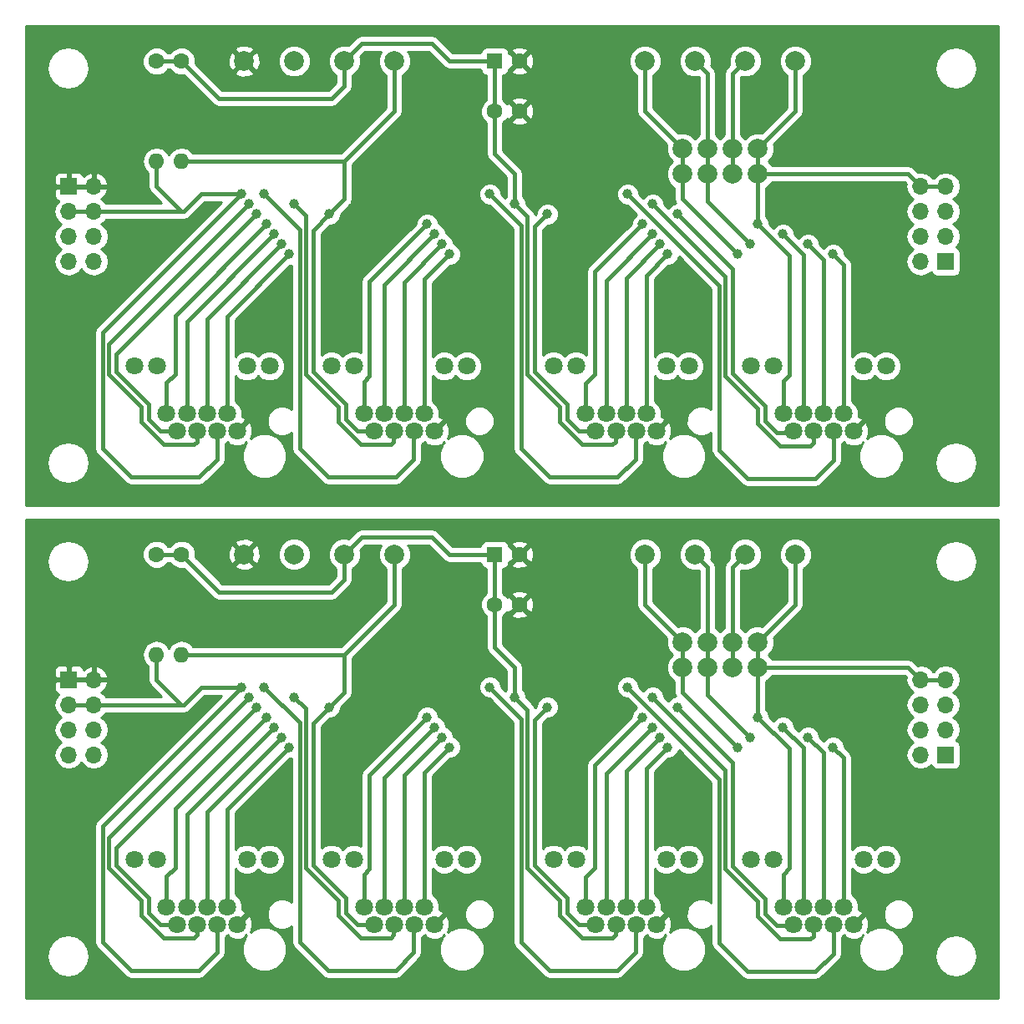
<source format=gbl>
G04 #@! TF.FileFunction,Copper,L2,Bot,Signal*
%FSLAX46Y46*%
G04 Gerber Fmt 4.6, Leading zero omitted, Abs format (unit mm)*
G04 Created by KiCad (PCBNEW 4.0.6) date 01/22/18 09:57:44*
%MOMM*%
%LPD*%
G01*
G04 APERTURE LIST*
%ADD10C,0.100000*%
%ADD11C,1.800000*%
%ADD12C,2.000000*%
%ADD13C,1.600000*%
%ADD14O,1.600000X1.600000*%
%ADD15R,1.700000X1.700000*%
%ADD16O,1.700000X1.700000*%
%ADD17R,1.600000X1.600000*%
%ADD18C,1.000000*%
%ADD19C,0.400000*%
%ADD20C,0.254000*%
G04 APERTURE END LIST*
D10*
D11*
X73440000Y-138830000D03*
X72420000Y-137050000D03*
X75480000Y-138830000D03*
X74460000Y-137050000D03*
X77520000Y-138830000D03*
X76500000Y-137050000D03*
X79560000Y-138830000D03*
X78540000Y-137050000D03*
X71420000Y-132240000D03*
X69130000Y-132240000D03*
X82850000Y-132240000D03*
X80560000Y-132240000D03*
X93440000Y-138830000D03*
X92420000Y-137050000D03*
X95480000Y-138830000D03*
X94460000Y-137050000D03*
X97520000Y-138830000D03*
X96500000Y-137050000D03*
X99560000Y-138830000D03*
X98540000Y-137050000D03*
X91420000Y-132240000D03*
X89130000Y-132240000D03*
X102850000Y-132240000D03*
X100560000Y-132240000D03*
X115940000Y-138830000D03*
X114920000Y-137050000D03*
X117980000Y-138830000D03*
X116960000Y-137050000D03*
X120020000Y-138830000D03*
X119000000Y-137050000D03*
X122060000Y-138830000D03*
X121040000Y-137050000D03*
X113920000Y-132240000D03*
X111630000Y-132240000D03*
X125350000Y-132240000D03*
X123060000Y-132240000D03*
X135940000Y-138830000D03*
X134920000Y-137050000D03*
X137980000Y-138830000D03*
X136960000Y-137050000D03*
X140020000Y-138830000D03*
X139000000Y-137050000D03*
X142060000Y-138830000D03*
X141040000Y-137050000D03*
X133920000Y-132240000D03*
X131630000Y-132240000D03*
X145350000Y-132240000D03*
X143060000Y-132240000D03*
D12*
X124730000Y-112760000D03*
X124730000Y-110220000D03*
X127270000Y-112760000D03*
X127270000Y-110220000D03*
X129810000Y-112760000D03*
X129810000Y-110220000D03*
X132350000Y-112760000D03*
X132350000Y-110220000D03*
D13*
X71390000Y-101330000D03*
D14*
X71390000Y-111490000D03*
D13*
X73930000Y-101330000D03*
D14*
X73930000Y-111490000D03*
D12*
X80280000Y-101330000D03*
X85360000Y-101330000D03*
X90440000Y-101330000D03*
X95520000Y-101330000D03*
X120920000Y-101330000D03*
X126000000Y-101330000D03*
X131080000Y-101330000D03*
X136160000Y-101330000D03*
D15*
X62500000Y-114030000D03*
D16*
X65040000Y-114030000D03*
X62500000Y-116570000D03*
X65040000Y-116570000D03*
X62500000Y-119110000D03*
X65040000Y-119110000D03*
X62500000Y-121650000D03*
X65040000Y-121650000D03*
D17*
X105680000Y-101330000D03*
D13*
X108180000Y-101330000D03*
X105680000Y-106410000D03*
X108180000Y-106410000D03*
D15*
X151400000Y-121650000D03*
D16*
X148860000Y-121650000D03*
X151400000Y-119110000D03*
X148860000Y-119110000D03*
X151400000Y-116570000D03*
X148860000Y-116570000D03*
X151400000Y-114030000D03*
X148860000Y-114030000D03*
D11*
X73440000Y-88830000D03*
X72420000Y-87050000D03*
X75480000Y-88830000D03*
X74460000Y-87050000D03*
X77520000Y-88830000D03*
X76500000Y-87050000D03*
X79560000Y-88830000D03*
X78540000Y-87050000D03*
X71420000Y-82240000D03*
X69130000Y-82240000D03*
X82850000Y-82240000D03*
X80560000Y-82240000D03*
X93440000Y-88830000D03*
X92420000Y-87050000D03*
X95480000Y-88830000D03*
X94460000Y-87050000D03*
X97520000Y-88830000D03*
X96500000Y-87050000D03*
X99560000Y-88830000D03*
X98540000Y-87050000D03*
X91420000Y-82240000D03*
X89130000Y-82240000D03*
X102850000Y-82240000D03*
X100560000Y-82240000D03*
X115940000Y-88830000D03*
X114920000Y-87050000D03*
X117980000Y-88830000D03*
X116960000Y-87050000D03*
X120020000Y-88830000D03*
X119000000Y-87050000D03*
X122060000Y-88830000D03*
X121040000Y-87050000D03*
X113920000Y-82240000D03*
X111630000Y-82240000D03*
X125350000Y-82240000D03*
X123060000Y-82240000D03*
X135940000Y-88830000D03*
X134920000Y-87050000D03*
X137980000Y-88830000D03*
X136960000Y-87050000D03*
X140020000Y-88830000D03*
X139000000Y-87050000D03*
X142060000Y-88830000D03*
X141040000Y-87050000D03*
X133920000Y-82240000D03*
X131630000Y-82240000D03*
X145350000Y-82240000D03*
X143060000Y-82240000D03*
D12*
X124730000Y-62760000D03*
X124730000Y-60220000D03*
X127270000Y-62760000D03*
X127270000Y-60220000D03*
X129810000Y-62760000D03*
X129810000Y-60220000D03*
X132350000Y-62760000D03*
X132350000Y-60220000D03*
D13*
X71390000Y-51330000D03*
D14*
X71390000Y-61490000D03*
D13*
X73930000Y-51330000D03*
D14*
X73930000Y-61490000D03*
D12*
X80280000Y-51330000D03*
X85360000Y-51330000D03*
X90440000Y-51330000D03*
X95520000Y-51330000D03*
X120920000Y-51330000D03*
X126000000Y-51330000D03*
X131080000Y-51330000D03*
X136160000Y-51330000D03*
D15*
X62500000Y-64030000D03*
D16*
X65040000Y-64030000D03*
X62500000Y-66570000D03*
X65040000Y-66570000D03*
X62500000Y-69110000D03*
X65040000Y-69110000D03*
X62500000Y-71650000D03*
X65040000Y-71650000D03*
D17*
X105680000Y-51330000D03*
D13*
X108180000Y-51330000D03*
X105680000Y-56410000D03*
X108180000Y-56410000D03*
D15*
X151400000Y-71650000D03*
D16*
X148860000Y-71650000D03*
X151400000Y-69110000D03*
X148860000Y-69110000D03*
X151400000Y-66570000D03*
X148860000Y-66570000D03*
X151400000Y-64030000D03*
X148860000Y-64030000D03*
D18*
X81550000Y-116824000D03*
X124222000Y-116824000D03*
X111014000Y-116824000D03*
X88916000Y-116824000D03*
X81550000Y-66824000D03*
X124222000Y-66824000D03*
X111014000Y-66824000D03*
X88916000Y-66824000D03*
X82566000Y-117840000D03*
X132350000Y-117840000D03*
X120666000Y-117840000D03*
X98822000Y-117840000D03*
X82566000Y-67840000D03*
X132350000Y-67840000D03*
X120666000Y-67840000D03*
X98822000Y-67840000D03*
X80788000Y-115808000D03*
X121682000Y-115808000D03*
X107712000Y-115808000D03*
X85360000Y-115808000D03*
X80788000Y-65808000D03*
X121682000Y-65808000D03*
X107712000Y-65808000D03*
X85360000Y-65808000D03*
X83328000Y-118856000D03*
X134890000Y-118856000D03*
X121682000Y-118856000D03*
X99584000Y-118856000D03*
X83328000Y-68856000D03*
X134890000Y-68856000D03*
X121682000Y-68856000D03*
X99584000Y-68856000D03*
X80026000Y-114792000D03*
X119142000Y-114792000D03*
X105172000Y-114792000D03*
X82312000Y-114792000D03*
X80026000Y-64792000D03*
X119142000Y-64792000D03*
X105172000Y-64792000D03*
X82312000Y-64792000D03*
X84090000Y-119872000D03*
X131588000Y-119872000D03*
X137430000Y-119872000D03*
X122444000Y-119872000D03*
X100346000Y-119872000D03*
X84090000Y-69872000D03*
X131588000Y-69872000D03*
X137430000Y-69872000D03*
X122444000Y-69872000D03*
X100346000Y-69872000D03*
X84852000Y-120888000D03*
X130318000Y-120888000D03*
X139970000Y-120888000D03*
X123206000Y-120888000D03*
X101108000Y-120888000D03*
X84852000Y-70888000D03*
X130318000Y-70888000D03*
X139970000Y-70888000D03*
X123206000Y-70888000D03*
X101108000Y-70888000D03*
D19*
X90440000Y-111490000D02*
X90440000Y-115300000D01*
X90440000Y-115300000D02*
X88916000Y-116824000D01*
X73930000Y-111490000D02*
X90440000Y-111490000D01*
X95520000Y-106410000D02*
X95520000Y-101330000D01*
X90440000Y-111490000D02*
X95520000Y-106410000D01*
X67326000Y-131048000D02*
X81550000Y-116824000D01*
X73440000Y-138830000D02*
X71806000Y-138830000D01*
X67326000Y-132826000D02*
X67326000Y-131048000D01*
X70628000Y-136128000D02*
X67326000Y-132826000D01*
X70628000Y-137652000D02*
X70628000Y-136128000D01*
X71806000Y-138830000D02*
X70628000Y-137652000D01*
X129810000Y-131175000D02*
X129810000Y-122412000D01*
X135924000Y-138957000D02*
X134290000Y-138957000D01*
X129810000Y-132953000D02*
X129810000Y-131175000D01*
X133112000Y-136255000D02*
X129810000Y-132953000D01*
X133112000Y-137779000D02*
X133112000Y-136255000D01*
X134290000Y-138957000D02*
X133112000Y-137779000D01*
X129810000Y-122412000D02*
X124222000Y-116824000D01*
X109744000Y-131048000D02*
X109744000Y-118094000D01*
X114224000Y-138830000D02*
X113046000Y-137652000D01*
X113046000Y-137652000D02*
X113046000Y-136128000D01*
X113046000Y-136128000D02*
X109744000Y-132826000D01*
X109744000Y-132826000D02*
X109744000Y-131048000D01*
X115858000Y-138830000D02*
X114224000Y-138830000D01*
X109744000Y-118094000D02*
X111014000Y-116824000D01*
X87265000Y-131048000D02*
X87265000Y-118475000D01*
X87265000Y-118475000D02*
X88916000Y-116824000D01*
X91745000Y-138830000D02*
X90567000Y-137652000D01*
X90567000Y-137652000D02*
X90567000Y-136128000D01*
X90567000Y-136128000D02*
X87265000Y-132826000D01*
X87265000Y-132826000D02*
X87265000Y-131048000D01*
X87265000Y-131048000D02*
X87265000Y-131048000D01*
X93379000Y-138830000D02*
X91745000Y-138830000D01*
X90440000Y-61490000D02*
X90440000Y-65300000D01*
X90440000Y-65300000D02*
X88916000Y-66824000D01*
X73930000Y-61490000D02*
X90440000Y-61490000D01*
X95520000Y-56410000D02*
X95520000Y-51330000D01*
X90440000Y-61490000D02*
X95520000Y-56410000D01*
X67326000Y-81048000D02*
X81550000Y-66824000D01*
X73440000Y-88830000D02*
X71806000Y-88830000D01*
X67326000Y-82826000D02*
X67326000Y-81048000D01*
X70628000Y-86128000D02*
X67326000Y-82826000D01*
X70628000Y-87652000D02*
X70628000Y-86128000D01*
X71806000Y-88830000D02*
X70628000Y-87652000D01*
X129810000Y-81175000D02*
X129810000Y-72412000D01*
X135924000Y-88957000D02*
X134290000Y-88957000D01*
X129810000Y-82953000D02*
X129810000Y-81175000D01*
X133112000Y-86255000D02*
X129810000Y-82953000D01*
X133112000Y-87779000D02*
X133112000Y-86255000D01*
X134290000Y-88957000D02*
X133112000Y-87779000D01*
X129810000Y-72412000D02*
X124222000Y-66824000D01*
X109744000Y-81048000D02*
X109744000Y-68094000D01*
X114224000Y-88830000D02*
X113046000Y-87652000D01*
X113046000Y-87652000D02*
X113046000Y-86128000D01*
X113046000Y-86128000D02*
X109744000Y-82826000D01*
X109744000Y-82826000D02*
X109744000Y-81048000D01*
X115858000Y-88830000D02*
X114224000Y-88830000D01*
X109744000Y-68094000D02*
X111014000Y-66824000D01*
X87265000Y-81048000D02*
X87265000Y-68475000D01*
X87265000Y-68475000D02*
X88916000Y-66824000D01*
X91745000Y-88830000D02*
X90567000Y-87652000D01*
X90567000Y-87652000D02*
X90567000Y-86128000D01*
X90567000Y-86128000D02*
X87265000Y-82826000D01*
X87265000Y-82826000D02*
X87265000Y-81048000D01*
X87265000Y-81048000D02*
X87265000Y-81048000D01*
X93379000Y-88830000D02*
X91745000Y-88830000D01*
X148860000Y-114030000D02*
X151400000Y-114030000D01*
X132350000Y-112760000D02*
X147590000Y-112760000D01*
X147590000Y-112760000D02*
X148860000Y-114030000D01*
X73295000Y-131048000D02*
X73295000Y-127111000D01*
X73295000Y-127111000D02*
X82566000Y-117840000D01*
X132350000Y-112760000D02*
X132350000Y-117840000D01*
X135525000Y-131810000D02*
X135525000Y-121015000D01*
X135525000Y-121015000D02*
X132350000Y-117840000D01*
X134920000Y-137050000D02*
X134920000Y-133745000D01*
X135525000Y-133140000D02*
X135525000Y-131810000D01*
X134920000Y-133745000D02*
X135525000Y-133140000D01*
X115840000Y-131175000D02*
X115840000Y-122666000D01*
X114920000Y-134000000D02*
X115840000Y-133080000D01*
X115840000Y-133080000D02*
X115840000Y-131175000D01*
X114920000Y-137050000D02*
X114920000Y-134000000D01*
X115840000Y-122666000D02*
X120666000Y-117840000D01*
X92980000Y-131175000D02*
X92980000Y-123682000D01*
X92980000Y-123682000D02*
X98822000Y-117840000D01*
X92420000Y-133790000D02*
X92980000Y-133230000D01*
X92980000Y-133230000D02*
X92980000Y-131175000D01*
X92420000Y-137050000D02*
X92420000Y-133790000D01*
X132350000Y-112760000D02*
X132350000Y-110220000D01*
X136160000Y-101330000D02*
X136160000Y-106410000D01*
X136160000Y-106410000D02*
X132350000Y-110220000D01*
X72420000Y-137050000D02*
X72420000Y-133955000D01*
X73295000Y-133080000D02*
X73295000Y-131048000D01*
X73295000Y-131048000D02*
X73295000Y-131175000D01*
X72420000Y-133955000D02*
X73295000Y-133080000D01*
X148860000Y-64030000D02*
X151400000Y-64030000D01*
X132350000Y-62760000D02*
X147590000Y-62760000D01*
X147590000Y-62760000D02*
X148860000Y-64030000D01*
X73295000Y-81048000D02*
X73295000Y-77111000D01*
X73295000Y-77111000D02*
X82566000Y-67840000D01*
X132350000Y-62760000D02*
X132350000Y-67840000D01*
X135525000Y-81810000D02*
X135525000Y-71015000D01*
X135525000Y-71015000D02*
X132350000Y-67840000D01*
X134920000Y-87050000D02*
X134920000Y-83745000D01*
X135525000Y-83140000D02*
X135525000Y-81810000D01*
X134920000Y-83745000D02*
X135525000Y-83140000D01*
X115840000Y-81175000D02*
X115840000Y-72666000D01*
X114920000Y-84000000D02*
X115840000Y-83080000D01*
X115840000Y-83080000D02*
X115840000Y-81175000D01*
X114920000Y-87050000D02*
X114920000Y-84000000D01*
X115840000Y-72666000D02*
X120666000Y-67840000D01*
X92980000Y-81175000D02*
X92980000Y-73682000D01*
X92980000Y-73682000D02*
X98822000Y-67840000D01*
X92420000Y-83790000D02*
X92980000Y-83230000D01*
X92980000Y-83230000D02*
X92980000Y-81175000D01*
X92420000Y-87050000D02*
X92420000Y-83790000D01*
X132350000Y-62760000D02*
X132350000Y-60220000D01*
X136160000Y-51330000D02*
X136160000Y-56410000D01*
X136160000Y-56410000D02*
X132350000Y-60220000D01*
X72420000Y-87050000D02*
X72420000Y-83955000D01*
X73295000Y-83080000D02*
X73295000Y-81048000D01*
X73295000Y-81048000D02*
X73295000Y-81175000D01*
X72420000Y-83955000D02*
X73295000Y-83080000D01*
X73930000Y-101330000D02*
X77740000Y-105140000D01*
X77740000Y-105140000D02*
X89170000Y-105140000D01*
X71390000Y-101330000D02*
X73930000Y-101330000D01*
X90440000Y-101330000D02*
X92218000Y-99552000D01*
X101108000Y-101330000D02*
X105680000Y-101330000D01*
X99330000Y-99552000D02*
X101108000Y-101330000D01*
X92218000Y-99552000D02*
X99330000Y-99552000D01*
X105680000Y-106410000D02*
X105680000Y-110728000D01*
X107712000Y-112760000D02*
X107712000Y-115808000D01*
X105680000Y-110728000D02*
X107712000Y-112760000D01*
X105680000Y-101330000D02*
X105680000Y-106410000D01*
X66564000Y-131048000D02*
X66564000Y-130032000D01*
X66564000Y-130032000D02*
X80788000Y-115808000D01*
X75480000Y-139912000D02*
X75200000Y-140192000D01*
X75200000Y-140192000D02*
X72152000Y-140192000D01*
X72152000Y-140192000D02*
X69866000Y-137906000D01*
X69866000Y-137906000D02*
X69866000Y-136382000D01*
X69866000Y-136382000D02*
X66564000Y-133080000D01*
X66564000Y-133080000D02*
X66564000Y-131048000D01*
X75480000Y-138830000D02*
X75480000Y-139912000D01*
X129048000Y-131175000D02*
X129048000Y-123174000D01*
X129048000Y-123174000D02*
X121682000Y-115808000D01*
X137964000Y-140039000D02*
X137684000Y-140319000D01*
X137684000Y-140319000D02*
X134636000Y-140319000D01*
X134636000Y-140319000D02*
X132350000Y-138033000D01*
X132350000Y-138033000D02*
X132350000Y-136509000D01*
X132350000Y-136509000D02*
X129048000Y-133207000D01*
X129048000Y-133207000D02*
X129048000Y-131175000D01*
X137964000Y-138957000D02*
X137964000Y-140039000D01*
X108982000Y-131048000D02*
X108982000Y-117078000D01*
X108982000Y-117078000D02*
X107712000Y-115808000D01*
X117898000Y-138830000D02*
X117898000Y-139912000D01*
X108982000Y-133080000D02*
X108982000Y-131048000D01*
X112284000Y-136382000D02*
X108982000Y-133080000D01*
X112284000Y-137906000D02*
X112284000Y-136382000D01*
X114570000Y-140192000D02*
X112284000Y-137906000D01*
X117618000Y-140192000D02*
X114570000Y-140192000D01*
X117898000Y-139912000D02*
X117618000Y-140192000D01*
X86503000Y-131048000D02*
X86503000Y-116951000D01*
X95419000Y-138830000D02*
X95419000Y-139912000D01*
X86503000Y-133080000D02*
X86503000Y-131048000D01*
X89805000Y-136382000D02*
X86503000Y-133080000D01*
X89805000Y-137906000D02*
X89805000Y-136382000D01*
X92091000Y-140192000D02*
X89805000Y-137906000D01*
X95139000Y-140192000D02*
X92091000Y-140192000D01*
X95419000Y-139912000D02*
X95139000Y-140192000D01*
X86503000Y-116951000D02*
X85360000Y-115808000D01*
X90440000Y-101330000D02*
X90440000Y-103870000D01*
X90440000Y-103870000D02*
X89170000Y-105140000D01*
X73930000Y-51330000D02*
X77740000Y-55140000D01*
X77740000Y-55140000D02*
X89170000Y-55140000D01*
X71390000Y-51330000D02*
X73930000Y-51330000D01*
X90440000Y-51330000D02*
X92218000Y-49552000D01*
X101108000Y-51330000D02*
X105680000Y-51330000D01*
X99330000Y-49552000D02*
X101108000Y-51330000D01*
X92218000Y-49552000D02*
X99330000Y-49552000D01*
X105680000Y-56410000D02*
X105680000Y-60728000D01*
X107712000Y-62760000D02*
X107712000Y-65808000D01*
X105680000Y-60728000D02*
X107712000Y-62760000D01*
X105680000Y-51330000D02*
X105680000Y-56410000D01*
X66564000Y-81048000D02*
X66564000Y-80032000D01*
X66564000Y-80032000D02*
X80788000Y-65808000D01*
X75480000Y-89912000D02*
X75200000Y-90192000D01*
X75200000Y-90192000D02*
X72152000Y-90192000D01*
X72152000Y-90192000D02*
X69866000Y-87906000D01*
X69866000Y-87906000D02*
X69866000Y-86382000D01*
X69866000Y-86382000D02*
X66564000Y-83080000D01*
X66564000Y-83080000D02*
X66564000Y-81048000D01*
X75480000Y-88830000D02*
X75480000Y-89912000D01*
X129048000Y-81175000D02*
X129048000Y-73174000D01*
X129048000Y-73174000D02*
X121682000Y-65808000D01*
X137964000Y-90039000D02*
X137684000Y-90319000D01*
X137684000Y-90319000D02*
X134636000Y-90319000D01*
X134636000Y-90319000D02*
X132350000Y-88033000D01*
X132350000Y-88033000D02*
X132350000Y-86509000D01*
X132350000Y-86509000D02*
X129048000Y-83207000D01*
X129048000Y-83207000D02*
X129048000Y-81175000D01*
X137964000Y-88957000D02*
X137964000Y-90039000D01*
X108982000Y-81048000D02*
X108982000Y-67078000D01*
X108982000Y-67078000D02*
X107712000Y-65808000D01*
X117898000Y-88830000D02*
X117898000Y-89912000D01*
X108982000Y-83080000D02*
X108982000Y-81048000D01*
X112284000Y-86382000D02*
X108982000Y-83080000D01*
X112284000Y-87906000D02*
X112284000Y-86382000D01*
X114570000Y-90192000D02*
X112284000Y-87906000D01*
X117618000Y-90192000D02*
X114570000Y-90192000D01*
X117898000Y-89912000D02*
X117618000Y-90192000D01*
X86503000Y-81048000D02*
X86503000Y-66951000D01*
X95419000Y-88830000D02*
X95419000Y-89912000D01*
X86503000Y-83080000D02*
X86503000Y-81048000D01*
X89805000Y-86382000D02*
X86503000Y-83080000D01*
X89805000Y-87906000D02*
X89805000Y-86382000D01*
X92091000Y-90192000D02*
X89805000Y-87906000D01*
X95139000Y-90192000D02*
X92091000Y-90192000D01*
X95419000Y-89912000D02*
X95139000Y-90192000D01*
X86503000Y-66951000D02*
X85360000Y-65808000D01*
X90440000Y-51330000D02*
X90440000Y-53870000D01*
X90440000Y-53870000D02*
X89170000Y-55140000D01*
X74460000Y-131302000D02*
X74460000Y-127724000D01*
X74460000Y-127724000D02*
X83328000Y-118856000D01*
X136960000Y-131645000D02*
X136960000Y-120926000D01*
X136960000Y-137050000D02*
X136960000Y-131645000D01*
X136960000Y-120926000D02*
X134890000Y-118856000D01*
X116960000Y-131325000D02*
X116960000Y-123578000D01*
X116960000Y-137050000D02*
X116960000Y-131325000D01*
X116960000Y-123578000D02*
X121682000Y-118856000D01*
X94460000Y-130965000D02*
X94460000Y-123980000D01*
X94460000Y-123980000D02*
X99584000Y-118856000D01*
X94460000Y-137050000D02*
X94460000Y-130965000D01*
X129810000Y-112760000D02*
X129810000Y-110220000D01*
X129810000Y-110220000D02*
X129810000Y-102600000D01*
X129810000Y-102600000D02*
X131080000Y-101330000D01*
X74460000Y-137050000D02*
X74460000Y-131302000D01*
X74460000Y-131302000D02*
X74460000Y-131280000D01*
X74460000Y-81302000D02*
X74460000Y-77724000D01*
X74460000Y-77724000D02*
X83328000Y-68856000D01*
X136960000Y-81645000D02*
X136960000Y-70926000D01*
X136960000Y-87050000D02*
X136960000Y-81645000D01*
X136960000Y-70926000D02*
X134890000Y-68856000D01*
X116960000Y-81325000D02*
X116960000Y-73578000D01*
X116960000Y-87050000D02*
X116960000Y-81325000D01*
X116960000Y-73578000D02*
X121682000Y-68856000D01*
X94460000Y-80965000D02*
X94460000Y-73980000D01*
X94460000Y-73980000D02*
X99584000Y-68856000D01*
X94460000Y-87050000D02*
X94460000Y-80965000D01*
X129810000Y-62760000D02*
X129810000Y-60220000D01*
X129810000Y-60220000D02*
X129810000Y-52600000D01*
X129810000Y-52600000D02*
X131080000Y-51330000D01*
X74460000Y-87050000D02*
X74460000Y-81302000D01*
X74460000Y-81302000D02*
X74460000Y-81280000D01*
X71390000Y-111490000D02*
X71390000Y-114030000D01*
X71390000Y-114030000D02*
X73930000Y-116570000D01*
X65040000Y-116570000D02*
X73930000Y-116570000D01*
X73930000Y-116570000D02*
X74184000Y-116570000D01*
X75962000Y-114792000D02*
X80026000Y-114792000D01*
X74184000Y-116570000D02*
X75962000Y-114792000D01*
X62500000Y-116570000D02*
X65040000Y-116570000D01*
X65963998Y-131048000D02*
X65963998Y-128854002D01*
X65963998Y-128854002D02*
X80026000Y-114792000D01*
X77520000Y-141682000D02*
X75708000Y-143494000D01*
X75708000Y-143494000D02*
X68850000Y-143494000D01*
X68850000Y-143494000D02*
X65963998Y-140607998D01*
X65963998Y-140607998D02*
X65963998Y-131048000D01*
X77520000Y-138830000D02*
X77520000Y-141682000D01*
X128447998Y-131175000D02*
X128447998Y-124097998D01*
X128447998Y-124097998D02*
X119142000Y-114792000D01*
X140004000Y-141809000D02*
X138192000Y-143621000D01*
X138192000Y-143621000D02*
X131334000Y-143621000D01*
X131334000Y-143621000D02*
X128447998Y-140734998D01*
X128447998Y-140734998D02*
X128447998Y-131175000D01*
X140004000Y-138957000D02*
X140004000Y-141809000D01*
X108381998Y-131048000D02*
X108381998Y-118001998D01*
X108381998Y-118001998D02*
X105172000Y-114792000D01*
X119938000Y-138830000D02*
X119938000Y-141682000D01*
X108381998Y-140607998D02*
X108381998Y-131048000D01*
X111268000Y-143494000D02*
X108381998Y-140607998D01*
X118126000Y-143494000D02*
X111268000Y-143494000D01*
X119938000Y-141682000D02*
X118126000Y-143494000D01*
X85902998Y-131048000D02*
X85902998Y-118382998D01*
X97459000Y-138830000D02*
X97459000Y-141682000D01*
X85902998Y-140607998D02*
X85902998Y-131048000D01*
X88789000Y-143494000D02*
X85902998Y-140607998D01*
X95647000Y-143494000D02*
X88789000Y-143494000D01*
X97459000Y-141682000D02*
X95647000Y-143494000D01*
X85902998Y-118382998D02*
X82312000Y-114792000D01*
X71390000Y-61490000D02*
X71390000Y-64030000D01*
X71390000Y-64030000D02*
X73930000Y-66570000D01*
X65040000Y-66570000D02*
X73930000Y-66570000D01*
X73930000Y-66570000D02*
X74184000Y-66570000D01*
X75962000Y-64792000D02*
X80026000Y-64792000D01*
X74184000Y-66570000D02*
X75962000Y-64792000D01*
X62500000Y-66570000D02*
X65040000Y-66570000D01*
X65963998Y-81048000D02*
X65963998Y-78854002D01*
X65963998Y-78854002D02*
X80026000Y-64792000D01*
X77520000Y-91682000D02*
X75708000Y-93494000D01*
X75708000Y-93494000D02*
X68850000Y-93494000D01*
X68850000Y-93494000D02*
X65963998Y-90607998D01*
X65963998Y-90607998D02*
X65963998Y-81048000D01*
X77520000Y-88830000D02*
X77520000Y-91682000D01*
X128447998Y-81175000D02*
X128447998Y-74097998D01*
X128447998Y-74097998D02*
X119142000Y-64792000D01*
X140004000Y-91809000D02*
X138192000Y-93621000D01*
X138192000Y-93621000D02*
X131334000Y-93621000D01*
X131334000Y-93621000D02*
X128447998Y-90734998D01*
X128447998Y-90734998D02*
X128447998Y-81175000D01*
X140004000Y-88957000D02*
X140004000Y-91809000D01*
X108381998Y-81048000D02*
X108381998Y-68001998D01*
X108381998Y-68001998D02*
X105172000Y-64792000D01*
X119938000Y-88830000D02*
X119938000Y-91682000D01*
X108381998Y-90607998D02*
X108381998Y-81048000D01*
X111268000Y-93494000D02*
X108381998Y-90607998D01*
X118126000Y-93494000D02*
X111268000Y-93494000D01*
X119938000Y-91682000D02*
X118126000Y-93494000D01*
X85902998Y-81048000D02*
X85902998Y-68382998D01*
X97459000Y-88830000D02*
X97459000Y-91682000D01*
X85902998Y-90607998D02*
X85902998Y-81048000D01*
X88789000Y-93494000D02*
X85902998Y-90607998D01*
X95647000Y-93494000D02*
X88789000Y-93494000D01*
X97459000Y-91682000D02*
X95647000Y-93494000D01*
X85902998Y-68382998D02*
X82312000Y-64792000D01*
X76500000Y-131145000D02*
X76500000Y-127462000D01*
X76500000Y-137050000D02*
X76500000Y-131145000D01*
X76500000Y-127462000D02*
X84090000Y-119872000D01*
X127270000Y-112760000D02*
X127270000Y-115554000D01*
X127270000Y-115554000D02*
X131588000Y-119872000D01*
X139000000Y-131510000D02*
X139000000Y-121442000D01*
X139000000Y-121442000D02*
X137430000Y-119872000D01*
X139000000Y-137050000D02*
X139000000Y-131510000D01*
X119000000Y-131190000D02*
X119000000Y-123316000D01*
X119000000Y-137050000D02*
X119000000Y-131190000D01*
X119000000Y-123316000D02*
X122444000Y-119872000D01*
X96500000Y-130830000D02*
X96500000Y-123718000D01*
X96500000Y-137050000D02*
X96500000Y-130830000D01*
X96500000Y-123718000D02*
X100346000Y-119872000D01*
X127270000Y-110220000D02*
X127270000Y-112760000D01*
X127270000Y-110220000D02*
X127270000Y-102600000D01*
X127270000Y-102600000D02*
X126000000Y-101330000D01*
X76500000Y-81145000D02*
X76500000Y-77462000D01*
X76500000Y-87050000D02*
X76500000Y-81145000D01*
X76500000Y-77462000D02*
X84090000Y-69872000D01*
X127270000Y-62760000D02*
X127270000Y-65554000D01*
X127270000Y-65554000D02*
X131588000Y-69872000D01*
X139000000Y-81510000D02*
X139000000Y-71442000D01*
X139000000Y-71442000D02*
X137430000Y-69872000D01*
X139000000Y-87050000D02*
X139000000Y-81510000D01*
X119000000Y-81190000D02*
X119000000Y-73316000D01*
X119000000Y-87050000D02*
X119000000Y-81190000D01*
X119000000Y-73316000D02*
X122444000Y-69872000D01*
X96500000Y-80830000D02*
X96500000Y-73718000D01*
X96500000Y-87050000D02*
X96500000Y-80830000D01*
X96500000Y-73718000D02*
X100346000Y-69872000D01*
X127270000Y-60220000D02*
X127270000Y-62760000D01*
X127270000Y-60220000D02*
X127270000Y-52600000D01*
X127270000Y-52600000D02*
X126000000Y-51330000D01*
X78540000Y-131175000D02*
X78540000Y-127200000D01*
X78540000Y-127200000D02*
X84852000Y-120888000D01*
X124730000Y-112760000D02*
X124730000Y-115300000D01*
X124730000Y-115300000D02*
X130318000Y-120888000D01*
X141040000Y-131375000D02*
X141040000Y-121958000D01*
X141040000Y-121958000D02*
X139970000Y-120888000D01*
X141040000Y-137050000D02*
X141040000Y-131375000D01*
X121040000Y-131055000D02*
X121040000Y-123054000D01*
X121040000Y-137050000D02*
X121040000Y-131055000D01*
X121040000Y-123054000D02*
X123206000Y-120888000D01*
X98540000Y-131330000D02*
X98540000Y-123456000D01*
X98540000Y-123456000D02*
X101108000Y-120888000D01*
X98540000Y-137050000D02*
X98540000Y-131330000D01*
X124730000Y-110220000D02*
X124730000Y-112760000D01*
X120920000Y-101330000D02*
X120920000Y-106410000D01*
X120920000Y-106410000D02*
X124730000Y-110220000D01*
X78540000Y-137050000D02*
X78540000Y-131175000D01*
X78540000Y-131175000D02*
X78540000Y-131048000D01*
X78540000Y-131048000D02*
X78540000Y-131010000D01*
X78540000Y-81175000D02*
X78540000Y-77200000D01*
X78540000Y-77200000D02*
X84852000Y-70888000D01*
X124730000Y-62760000D02*
X124730000Y-65300000D01*
X124730000Y-65300000D02*
X130318000Y-70888000D01*
X141040000Y-81375000D02*
X141040000Y-71958000D01*
X141040000Y-71958000D02*
X139970000Y-70888000D01*
X141040000Y-87050000D02*
X141040000Y-81375000D01*
X121040000Y-81055000D02*
X121040000Y-73054000D01*
X121040000Y-87050000D02*
X121040000Y-81055000D01*
X121040000Y-73054000D02*
X123206000Y-70888000D01*
X98540000Y-81330000D02*
X98540000Y-73456000D01*
X98540000Y-73456000D02*
X101108000Y-70888000D01*
X98540000Y-87050000D02*
X98540000Y-81330000D01*
X124730000Y-60220000D02*
X124730000Y-62760000D01*
X120920000Y-51330000D02*
X120920000Y-56410000D01*
X120920000Y-56410000D02*
X124730000Y-60220000D01*
X78540000Y-87050000D02*
X78540000Y-81175000D01*
X78540000Y-81175000D02*
X78540000Y-81048000D01*
X78540000Y-81048000D02*
X78540000Y-81010000D01*
D20*
G36*
X156710000Y-146340000D02*
X58130000Y-146340000D01*
X58130000Y-142050000D01*
X60243173Y-142050000D01*
X60405690Y-142867029D01*
X60868500Y-143559673D01*
X61561144Y-144022483D01*
X62378173Y-144185000D01*
X62461827Y-144185000D01*
X63278856Y-144022483D01*
X63971500Y-143559673D01*
X64434310Y-142867029D01*
X64596827Y-142050000D01*
X64434310Y-141232971D01*
X63971500Y-140540327D01*
X63278856Y-140077517D01*
X62461827Y-139915000D01*
X62378173Y-139915000D01*
X61561144Y-140077517D01*
X60868500Y-140540327D01*
X60405690Y-141232971D01*
X60243173Y-142050000D01*
X58130000Y-142050000D01*
X58130000Y-116570000D01*
X60985907Y-116570000D01*
X61098946Y-117138285D01*
X61420853Y-117620054D01*
X61750026Y-117840000D01*
X61420853Y-118059946D01*
X61098946Y-118541715D01*
X60985907Y-119110000D01*
X61098946Y-119678285D01*
X61420853Y-120160054D01*
X61750026Y-120380000D01*
X61420853Y-120599946D01*
X61098946Y-121081715D01*
X60985907Y-121650000D01*
X61098946Y-122218285D01*
X61420853Y-122700054D01*
X61902622Y-123021961D01*
X62470907Y-123135000D01*
X62529093Y-123135000D01*
X63097378Y-123021961D01*
X63579147Y-122700054D01*
X63770000Y-122414422D01*
X63960853Y-122700054D01*
X64442622Y-123021961D01*
X65010907Y-123135000D01*
X65069093Y-123135000D01*
X65637378Y-123021961D01*
X66119147Y-122700054D01*
X66441054Y-122218285D01*
X66554093Y-121650000D01*
X66441054Y-121081715D01*
X66119147Y-120599946D01*
X65789974Y-120380000D01*
X66119147Y-120160054D01*
X66441054Y-119678285D01*
X66554093Y-119110000D01*
X66441054Y-118541715D01*
X66119147Y-118059946D01*
X65789974Y-117840000D01*
X66119147Y-117620054D01*
X66262841Y-117405000D01*
X74184000Y-117405000D01*
X74503541Y-117341439D01*
X74774434Y-117160434D01*
X76307868Y-115627000D01*
X78010132Y-115627000D01*
X65373564Y-128263568D01*
X65192559Y-128534461D01*
X65128998Y-128854002D01*
X65128998Y-140607998D01*
X65192559Y-140927539D01*
X65373564Y-141198432D01*
X68259566Y-144084434D01*
X68530459Y-144265439D01*
X68850000Y-144329000D01*
X75708000Y-144329000D01*
X76027541Y-144265439D01*
X76298434Y-144084434D01*
X78110434Y-142272434D01*
X78206581Y-142128540D01*
X78291439Y-142001541D01*
X78355000Y-141682000D01*
X78355000Y-140145857D01*
X78388371Y-140132068D01*
X78520421Y-140000249D01*
X78544890Y-140024718D01*
X78659447Y-139910161D01*
X78745852Y-140166643D01*
X79319336Y-140376458D01*
X79929460Y-140350839D01*
X80374148Y-140166643D01*
X80460553Y-139910161D01*
X80531951Y-139981559D01*
X80425182Y-140088141D01*
X80080393Y-140918486D01*
X80079609Y-141817570D01*
X80422948Y-142648515D01*
X81058141Y-143284818D01*
X81888486Y-143629607D01*
X82787570Y-143630391D01*
X83618515Y-143287052D01*
X84254818Y-142651859D01*
X84599607Y-141821514D01*
X84600391Y-140922430D01*
X84257052Y-140091485D01*
X83621859Y-139455182D01*
X82791514Y-139110393D01*
X81892430Y-139109609D01*
X81061485Y-139452948D01*
X80912000Y-139602172D01*
X81106458Y-139070664D01*
X81080839Y-138460540D01*
X80896643Y-138015852D01*
X80640159Y-137929446D01*
X79739605Y-138830000D01*
X79753748Y-138844143D01*
X79574143Y-139023748D01*
X79560000Y-139009605D01*
X79545858Y-139023748D01*
X79366253Y-138844143D01*
X79380395Y-138830000D01*
X79366253Y-138815858D01*
X79545858Y-138636253D01*
X79560000Y-138650395D01*
X80460554Y-137749841D01*
X80374148Y-137493357D01*
X80064949Y-137380233D01*
X80074733Y-137356670D01*
X80075265Y-136746009D01*
X79842068Y-136181629D01*
X79410643Y-135749449D01*
X79375000Y-135734649D01*
X79375000Y-133225644D01*
X79689357Y-133540551D01*
X80253330Y-133774733D01*
X80863991Y-133775265D01*
X81428371Y-133542068D01*
X81705104Y-133265818D01*
X81979357Y-133540551D01*
X82543330Y-133774733D01*
X83153991Y-133775265D01*
X83718371Y-133542068D01*
X84150551Y-133110643D01*
X84384733Y-132546670D01*
X84385265Y-131936009D01*
X84152068Y-131371629D01*
X83720643Y-130939449D01*
X83156670Y-130705267D01*
X82546009Y-130704735D01*
X81981629Y-130937932D01*
X81704896Y-131214182D01*
X81430643Y-130939449D01*
X80866670Y-130705267D01*
X80256009Y-130704735D01*
X79691629Y-130937932D01*
X79375000Y-131254008D01*
X79375000Y-127545868D01*
X84897827Y-122023041D01*
X85067998Y-122023189D01*
X85067998Y-136586939D01*
X84990643Y-136509449D01*
X84426670Y-136275267D01*
X83816009Y-136274735D01*
X83251629Y-136507932D01*
X82819449Y-136939357D01*
X82585267Y-137503330D01*
X82584735Y-138113991D01*
X82817932Y-138678371D01*
X83249357Y-139110551D01*
X83813330Y-139344733D01*
X84423991Y-139345265D01*
X84988371Y-139112068D01*
X85067998Y-139032580D01*
X85067998Y-140607998D01*
X85131559Y-140927539D01*
X85312564Y-141198432D01*
X88198566Y-144084434D01*
X88469459Y-144265439D01*
X88789000Y-144329000D01*
X95647000Y-144329000D01*
X95966541Y-144265439D01*
X96237434Y-144084434D01*
X98049434Y-142272434D01*
X98145581Y-142128540D01*
X98230439Y-142001541D01*
X98294000Y-141682000D01*
X98294000Y-140171061D01*
X98388371Y-140132068D01*
X98520421Y-140000249D01*
X98544890Y-140024718D01*
X98659447Y-139910161D01*
X98745852Y-140166643D01*
X99319336Y-140376458D01*
X99929460Y-140350839D01*
X100374148Y-140166643D01*
X100460553Y-139910161D01*
X100531951Y-139981559D01*
X100425182Y-140088141D01*
X100080393Y-140918486D01*
X100079609Y-141817570D01*
X100422948Y-142648515D01*
X101058141Y-143284818D01*
X101888486Y-143629607D01*
X102787570Y-143630391D01*
X103618515Y-143287052D01*
X104254818Y-142651859D01*
X104599607Y-141821514D01*
X104600391Y-140922430D01*
X104257052Y-140091485D01*
X103621859Y-139455182D01*
X102791514Y-139110393D01*
X101892430Y-139109609D01*
X101061485Y-139452948D01*
X100912000Y-139602172D01*
X101106458Y-139070664D01*
X101080839Y-138460540D01*
X100937294Y-138113991D01*
X102584735Y-138113991D01*
X102817932Y-138678371D01*
X103249357Y-139110551D01*
X103813330Y-139344733D01*
X104423991Y-139345265D01*
X104988371Y-139112068D01*
X105420551Y-138680643D01*
X105654733Y-138116670D01*
X105655265Y-137506009D01*
X105422068Y-136941629D01*
X104990643Y-136509449D01*
X104426670Y-136275267D01*
X103816009Y-136274735D01*
X103251629Y-136507932D01*
X102819449Y-136939357D01*
X102585267Y-137503330D01*
X102584735Y-138113991D01*
X100937294Y-138113991D01*
X100896643Y-138015852D01*
X100640159Y-137929446D01*
X99739605Y-138830000D01*
X99753748Y-138844143D01*
X99574143Y-139023748D01*
X99560000Y-139009605D01*
X99545858Y-139023748D01*
X99366253Y-138844143D01*
X99380395Y-138830000D01*
X99366253Y-138815858D01*
X99545858Y-138636253D01*
X99560000Y-138650395D01*
X100460554Y-137749841D01*
X100374148Y-137493357D01*
X100064949Y-137380233D01*
X100074733Y-137356670D01*
X100075265Y-136746009D01*
X99842068Y-136181629D01*
X99410643Y-135749449D01*
X99375000Y-135734649D01*
X99375000Y-133225644D01*
X99689357Y-133540551D01*
X100253330Y-133774733D01*
X100863991Y-133775265D01*
X101428371Y-133542068D01*
X101705104Y-133265818D01*
X101979357Y-133540551D01*
X102543330Y-133774733D01*
X103153991Y-133775265D01*
X103718371Y-133542068D01*
X104150551Y-133110643D01*
X104384733Y-132546670D01*
X104385265Y-131936009D01*
X104152068Y-131371629D01*
X103720643Y-130939449D01*
X103156670Y-130705267D01*
X102546009Y-130704735D01*
X101981629Y-130937932D01*
X101704896Y-131214182D01*
X101430643Y-130939449D01*
X100866670Y-130705267D01*
X100256009Y-130704735D01*
X99691629Y-130937932D01*
X99375000Y-131254008D01*
X99375000Y-123801868D01*
X101153827Y-122023041D01*
X101332775Y-122023197D01*
X101750086Y-121850767D01*
X102069645Y-121531765D01*
X102242803Y-121114756D01*
X102243197Y-120663225D01*
X102070767Y-120245914D01*
X101751765Y-119926355D01*
X101481052Y-119813944D01*
X101481197Y-119647225D01*
X101308767Y-119229914D01*
X100989765Y-118910355D01*
X100719052Y-118797944D01*
X100719197Y-118631225D01*
X100546767Y-118213914D01*
X100227765Y-117894355D01*
X99957052Y-117781944D01*
X99957197Y-117615225D01*
X99784767Y-117197914D01*
X99465765Y-116878355D01*
X99048756Y-116705197D01*
X98597225Y-116704803D01*
X98179914Y-116877233D01*
X97860355Y-117196235D01*
X97687197Y-117613244D01*
X97687039Y-117794093D01*
X92389566Y-123091566D01*
X92208561Y-123362459D01*
X92145000Y-123682000D01*
X92145000Y-130878973D01*
X91726670Y-130705267D01*
X91116009Y-130704735D01*
X90551629Y-130937932D01*
X90274896Y-131214182D01*
X90000643Y-130939449D01*
X89436670Y-130705267D01*
X88826009Y-130704735D01*
X88261629Y-130937932D01*
X88100000Y-131099279D01*
X88100000Y-118820868D01*
X88961827Y-117959041D01*
X89140775Y-117959197D01*
X89558086Y-117786767D01*
X89877645Y-117467765D01*
X90050803Y-117050756D01*
X90050961Y-116869907D01*
X91030434Y-115890434D01*
X91049945Y-115861233D01*
X91211439Y-115619541D01*
X91275000Y-115300000D01*
X91275000Y-111835868D01*
X96110434Y-107000434D01*
X96291439Y-106729541D01*
X96355000Y-106410000D01*
X96355000Y-102754058D01*
X96444943Y-102716894D01*
X96905278Y-102257363D01*
X97154716Y-101656648D01*
X97155284Y-101006205D01*
X96906894Y-100405057D01*
X96888869Y-100387000D01*
X98984132Y-100387000D01*
X100517566Y-101920434D01*
X100788460Y-102101440D01*
X101108000Y-102165000D01*
X104239146Y-102165000D01*
X104276838Y-102365317D01*
X104415910Y-102581441D01*
X104628110Y-102726431D01*
X104845000Y-102770352D01*
X104845000Y-105215917D01*
X104464176Y-105596077D01*
X104245250Y-106123309D01*
X104244752Y-106694187D01*
X104462757Y-107221800D01*
X104845000Y-107604710D01*
X104845000Y-110728000D01*
X104908561Y-111047541D01*
X104990693Y-111170460D01*
X105089566Y-111318434D01*
X106877000Y-113105868D01*
X106877000Y-115037811D01*
X106750355Y-115164235D01*
X106742946Y-115182078D01*
X106307041Y-114746173D01*
X106307197Y-114567225D01*
X106134767Y-114149914D01*
X105815765Y-113830355D01*
X105398756Y-113657197D01*
X104947225Y-113656803D01*
X104529914Y-113829233D01*
X104210355Y-114148235D01*
X104037197Y-114565244D01*
X104036803Y-115016775D01*
X104209233Y-115434086D01*
X104528235Y-115753645D01*
X104945244Y-115926803D01*
X105126093Y-115926961D01*
X107546998Y-118347866D01*
X107546998Y-140607998D01*
X107610559Y-140927539D01*
X107791564Y-141198432D01*
X110677566Y-144084434D01*
X110948459Y-144265439D01*
X111268000Y-144329000D01*
X118126000Y-144329000D01*
X118445541Y-144265439D01*
X118716434Y-144084434D01*
X120528434Y-142272434D01*
X120624581Y-142128540D01*
X120709439Y-142001541D01*
X120773000Y-141682000D01*
X120773000Y-140179738D01*
X120888371Y-140132068D01*
X121020421Y-140000249D01*
X121044890Y-140024718D01*
X121159447Y-139910161D01*
X121245852Y-140166643D01*
X121819336Y-140376458D01*
X122429460Y-140350839D01*
X122874148Y-140166643D01*
X122960553Y-139910161D01*
X123031951Y-139981559D01*
X122925182Y-140088141D01*
X122580393Y-140918486D01*
X122579609Y-141817570D01*
X122922948Y-142648515D01*
X123558141Y-143284818D01*
X124388486Y-143629607D01*
X125287570Y-143630391D01*
X126118515Y-143287052D01*
X126754818Y-142651859D01*
X127099607Y-141821514D01*
X127100391Y-140922430D01*
X126757052Y-140091485D01*
X126121859Y-139455182D01*
X125291514Y-139110393D01*
X124392430Y-139109609D01*
X123561485Y-139452948D01*
X123412000Y-139602172D01*
X123606458Y-139070664D01*
X123580839Y-138460540D01*
X123396643Y-138015852D01*
X123140159Y-137929446D01*
X122239605Y-138830000D01*
X122253748Y-138844143D01*
X122074143Y-139023748D01*
X122060000Y-139009605D01*
X122045858Y-139023748D01*
X121866253Y-138844143D01*
X121880395Y-138830000D01*
X121866253Y-138815858D01*
X122045858Y-138636253D01*
X122060000Y-138650395D01*
X122960554Y-137749841D01*
X122874148Y-137493357D01*
X122564949Y-137380233D01*
X122574733Y-137356670D01*
X122575265Y-136746009D01*
X122342068Y-136181629D01*
X121910643Y-135749449D01*
X121875000Y-135734649D01*
X121875000Y-133225644D01*
X122189357Y-133540551D01*
X122753330Y-133774733D01*
X123363991Y-133775265D01*
X123928371Y-133542068D01*
X124205104Y-133265818D01*
X124479357Y-133540551D01*
X125043330Y-133774733D01*
X125653991Y-133775265D01*
X126218371Y-133542068D01*
X126650551Y-133110643D01*
X126884733Y-132546670D01*
X126885265Y-131936009D01*
X126652068Y-131371629D01*
X126220643Y-130939449D01*
X125656670Y-130705267D01*
X125046009Y-130704735D01*
X124481629Y-130937932D01*
X124204896Y-131214182D01*
X123930643Y-130939449D01*
X123366670Y-130705267D01*
X122756009Y-130704735D01*
X122191629Y-130937932D01*
X121875000Y-131254008D01*
X121875000Y-123399868D01*
X123251827Y-122023041D01*
X123430775Y-122023197D01*
X123848086Y-121850767D01*
X124167645Y-121531765D01*
X124324104Y-121154972D01*
X127612998Y-124443866D01*
X127612998Y-136632018D01*
X127490643Y-136509449D01*
X126926670Y-136275267D01*
X126316009Y-136274735D01*
X125751629Y-136507932D01*
X125319449Y-136939357D01*
X125085267Y-137503330D01*
X125084735Y-138113991D01*
X125317932Y-138678371D01*
X125749357Y-139110551D01*
X126313330Y-139344733D01*
X126923991Y-139345265D01*
X127488371Y-139112068D01*
X127612998Y-138987659D01*
X127612998Y-140734998D01*
X127676559Y-141054539D01*
X127795784Y-141232971D01*
X127857564Y-141325432D01*
X130743566Y-144211434D01*
X131014459Y-144392439D01*
X131334000Y-144456000D01*
X138192000Y-144456000D01*
X138511541Y-144392439D01*
X138782434Y-144211434D01*
X140594434Y-142399434D01*
X140775439Y-142128541D01*
X140839000Y-141809000D01*
X140839000Y-140152468D01*
X140888371Y-140132068D01*
X141020421Y-140000249D01*
X141044890Y-140024718D01*
X141159447Y-139910161D01*
X141245852Y-140166643D01*
X141819336Y-140376458D01*
X142429460Y-140350839D01*
X142874148Y-140166643D01*
X142960553Y-139910161D01*
X143031951Y-139981559D01*
X142925182Y-140088141D01*
X142580393Y-140918486D01*
X142579609Y-141817570D01*
X142922948Y-142648515D01*
X143558141Y-143284818D01*
X144388486Y-143629607D01*
X145287570Y-143630391D01*
X146118515Y-143287052D01*
X146754818Y-142651859D01*
X147004731Y-142050000D01*
X150243173Y-142050000D01*
X150405690Y-142867029D01*
X150868500Y-143559673D01*
X151561144Y-144022483D01*
X152378173Y-144185000D01*
X152461827Y-144185000D01*
X153278856Y-144022483D01*
X153971500Y-143559673D01*
X154434310Y-142867029D01*
X154596827Y-142050000D01*
X154434310Y-141232971D01*
X153971500Y-140540327D01*
X153278856Y-140077517D01*
X152461827Y-139915000D01*
X152378173Y-139915000D01*
X151561144Y-140077517D01*
X150868500Y-140540327D01*
X150405690Y-141232971D01*
X150243173Y-142050000D01*
X147004731Y-142050000D01*
X147099607Y-141821514D01*
X147100391Y-140922430D01*
X146757052Y-140091485D01*
X146121859Y-139455182D01*
X145291514Y-139110393D01*
X144392430Y-139109609D01*
X143561485Y-139452948D01*
X143412000Y-139602172D01*
X143606458Y-139070664D01*
X143580839Y-138460540D01*
X143437294Y-138113991D01*
X145084735Y-138113991D01*
X145317932Y-138678371D01*
X145749357Y-139110551D01*
X146313330Y-139344733D01*
X146923991Y-139345265D01*
X147488371Y-139112068D01*
X147920551Y-138680643D01*
X148154733Y-138116670D01*
X148155265Y-137506009D01*
X147922068Y-136941629D01*
X147490643Y-136509449D01*
X146926670Y-136275267D01*
X146316009Y-136274735D01*
X145751629Y-136507932D01*
X145319449Y-136939357D01*
X145085267Y-137503330D01*
X145084735Y-138113991D01*
X143437294Y-138113991D01*
X143396643Y-138015852D01*
X143140159Y-137929446D01*
X142239605Y-138830000D01*
X142253748Y-138844143D01*
X142074143Y-139023748D01*
X142060000Y-139009605D01*
X142045858Y-139023748D01*
X141866253Y-138844143D01*
X141880395Y-138830000D01*
X141866253Y-138815858D01*
X142045858Y-138636253D01*
X142060000Y-138650395D01*
X142960554Y-137749841D01*
X142874148Y-137493357D01*
X142564949Y-137380233D01*
X142574733Y-137356670D01*
X142575265Y-136746009D01*
X142342068Y-136181629D01*
X141910643Y-135749449D01*
X141875000Y-135734649D01*
X141875000Y-133225644D01*
X142189357Y-133540551D01*
X142753330Y-133774733D01*
X143363991Y-133775265D01*
X143928371Y-133542068D01*
X144205104Y-133265818D01*
X144479357Y-133540551D01*
X145043330Y-133774733D01*
X145653991Y-133775265D01*
X146218371Y-133542068D01*
X146650551Y-133110643D01*
X146884733Y-132546670D01*
X146885265Y-131936009D01*
X146652068Y-131371629D01*
X146220643Y-130939449D01*
X145656670Y-130705267D01*
X145046009Y-130704735D01*
X144481629Y-130937932D01*
X144204896Y-131214182D01*
X143930643Y-130939449D01*
X143366670Y-130705267D01*
X142756009Y-130704735D01*
X142191629Y-130937932D01*
X141875000Y-131254008D01*
X141875000Y-121958000D01*
X141853670Y-121850767D01*
X141811440Y-121638460D01*
X141630435Y-121367566D01*
X141105041Y-120842172D01*
X141105197Y-120663225D01*
X140932767Y-120245914D01*
X140613765Y-119926355D01*
X140196756Y-119753197D01*
X139745225Y-119752803D01*
X139327914Y-119925233D01*
X139008355Y-120244235D01*
X139000946Y-120262078D01*
X138565041Y-119826173D01*
X138565197Y-119647225D01*
X138392767Y-119229914D01*
X138073765Y-118910355D01*
X137656756Y-118737197D01*
X137205225Y-118736803D01*
X136787914Y-118909233D01*
X136468355Y-119228235D01*
X136460946Y-119246078D01*
X136025041Y-118810173D01*
X136025197Y-118631225D01*
X135852767Y-118213914D01*
X135533765Y-117894355D01*
X135116756Y-117721197D01*
X134665225Y-117720803D01*
X134247914Y-117893233D01*
X133928355Y-118212235D01*
X133920946Y-118230078D01*
X133485041Y-117794173D01*
X133485197Y-117615225D01*
X133312767Y-117197914D01*
X133185000Y-117069924D01*
X133185000Y-114184058D01*
X133274943Y-114146894D01*
X133735278Y-113687363D01*
X133773630Y-113595000D01*
X147244132Y-113595000D01*
X147401193Y-113752061D01*
X147345907Y-114030000D01*
X147458946Y-114598285D01*
X147780853Y-115080054D01*
X148110026Y-115300000D01*
X147780853Y-115519946D01*
X147458946Y-116001715D01*
X147345907Y-116570000D01*
X147458946Y-117138285D01*
X147780853Y-117620054D01*
X148110026Y-117840000D01*
X147780853Y-118059946D01*
X147458946Y-118541715D01*
X147345907Y-119110000D01*
X147458946Y-119678285D01*
X147780853Y-120160054D01*
X148110026Y-120380000D01*
X147780853Y-120599946D01*
X147458946Y-121081715D01*
X147345907Y-121650000D01*
X147458946Y-122218285D01*
X147780853Y-122700054D01*
X148262622Y-123021961D01*
X148830907Y-123135000D01*
X148889093Y-123135000D01*
X149457378Y-123021961D01*
X149939147Y-122700054D01*
X149939971Y-122698821D01*
X149946838Y-122735317D01*
X150085910Y-122951441D01*
X150298110Y-123096431D01*
X150550000Y-123147440D01*
X152250000Y-123147440D01*
X152485317Y-123103162D01*
X152701441Y-122964090D01*
X152846431Y-122751890D01*
X152897440Y-122500000D01*
X152897440Y-120800000D01*
X152853162Y-120564683D01*
X152714090Y-120348559D01*
X152501890Y-120203569D01*
X152434459Y-120189914D01*
X152479147Y-120160054D01*
X152801054Y-119678285D01*
X152914093Y-119110000D01*
X152801054Y-118541715D01*
X152479147Y-118059946D01*
X152149974Y-117840000D01*
X152479147Y-117620054D01*
X152801054Y-117138285D01*
X152914093Y-116570000D01*
X152801054Y-116001715D01*
X152479147Y-115519946D01*
X152149974Y-115300000D01*
X152479147Y-115080054D01*
X152801054Y-114598285D01*
X152914093Y-114030000D01*
X152801054Y-113461715D01*
X152479147Y-112979946D01*
X151997378Y-112658039D01*
X151429093Y-112545000D01*
X151370907Y-112545000D01*
X150802622Y-112658039D01*
X150320853Y-112979946D01*
X150177159Y-113195000D01*
X150082841Y-113195000D01*
X149939147Y-112979946D01*
X149457378Y-112658039D01*
X148889093Y-112545000D01*
X148830907Y-112545000D01*
X148601500Y-112590632D01*
X148180434Y-112169566D01*
X147909541Y-111988561D01*
X147590000Y-111925000D01*
X133774058Y-111925000D01*
X133736894Y-111835057D01*
X133392241Y-111489801D01*
X133735278Y-111147363D01*
X133984716Y-110546648D01*
X133985284Y-109896205D01*
X133947093Y-109803775D01*
X136750434Y-107000434D01*
X136931440Y-106729540D01*
X136995000Y-106410000D01*
X136995000Y-102754058D01*
X137084943Y-102716894D01*
X137545278Y-102257363D01*
X137631382Y-102050000D01*
X150243173Y-102050000D01*
X150405690Y-102867029D01*
X150868500Y-103559673D01*
X151561144Y-104022483D01*
X152378173Y-104185000D01*
X152461827Y-104185000D01*
X153278856Y-104022483D01*
X153971500Y-103559673D01*
X154434310Y-102867029D01*
X154596827Y-102050000D01*
X154434310Y-101232971D01*
X153971500Y-100540327D01*
X153278856Y-100077517D01*
X152461827Y-99915000D01*
X152378173Y-99915000D01*
X151561144Y-100077517D01*
X150868500Y-100540327D01*
X150405690Y-101232971D01*
X150243173Y-102050000D01*
X137631382Y-102050000D01*
X137794716Y-101656648D01*
X137795284Y-101006205D01*
X137546894Y-100405057D01*
X137087363Y-99944722D01*
X136486648Y-99695284D01*
X135836205Y-99694716D01*
X135235057Y-99943106D01*
X134774722Y-100402637D01*
X134525284Y-101003352D01*
X134524716Y-101653795D01*
X134773106Y-102254943D01*
X135232637Y-102715278D01*
X135325000Y-102753630D01*
X135325000Y-106064132D01*
X132766527Y-108622605D01*
X132676648Y-108585284D01*
X132026205Y-108584716D01*
X131425057Y-108833106D01*
X131079801Y-109177759D01*
X130737363Y-108834722D01*
X130645000Y-108796370D01*
X130645000Y-102945868D01*
X130663473Y-102927395D01*
X130753352Y-102964716D01*
X131403795Y-102965284D01*
X132004943Y-102716894D01*
X132465278Y-102257363D01*
X132714716Y-101656648D01*
X132715284Y-101006205D01*
X132466894Y-100405057D01*
X132007363Y-99944722D01*
X131406648Y-99695284D01*
X130756205Y-99694716D01*
X130155057Y-99943106D01*
X129694722Y-100402637D01*
X129445284Y-101003352D01*
X129444716Y-101653795D01*
X129482907Y-101746225D01*
X129219566Y-102009566D01*
X129038561Y-102280459D01*
X128975000Y-102600000D01*
X128975000Y-108795942D01*
X128885057Y-108833106D01*
X128539801Y-109177759D01*
X128197363Y-108834722D01*
X128105000Y-108796370D01*
X128105000Y-102600000D01*
X128041439Y-102280459D01*
X127860434Y-102009566D01*
X127597395Y-101746527D01*
X127634716Y-101656648D01*
X127635284Y-101006205D01*
X127386894Y-100405057D01*
X126927363Y-99944722D01*
X126326648Y-99695284D01*
X125676205Y-99694716D01*
X125075057Y-99943106D01*
X124614722Y-100402637D01*
X124365284Y-101003352D01*
X124364716Y-101653795D01*
X124613106Y-102254943D01*
X125072637Y-102715278D01*
X125673352Y-102964716D01*
X126323795Y-102965284D01*
X126416225Y-102927093D01*
X126435000Y-102945868D01*
X126435000Y-108795942D01*
X126345057Y-108833106D01*
X125999801Y-109177759D01*
X125657363Y-108834722D01*
X125056648Y-108585284D01*
X124406205Y-108584716D01*
X124313775Y-108622907D01*
X121755000Y-106064132D01*
X121755000Y-102754058D01*
X121844943Y-102716894D01*
X122305278Y-102257363D01*
X122554716Y-101656648D01*
X122555284Y-101006205D01*
X122306894Y-100405057D01*
X121847363Y-99944722D01*
X121246648Y-99695284D01*
X120596205Y-99694716D01*
X119995057Y-99943106D01*
X119534722Y-100402637D01*
X119285284Y-101003352D01*
X119284716Y-101653795D01*
X119533106Y-102254943D01*
X119992637Y-102715278D01*
X120085000Y-102753630D01*
X120085000Y-106410000D01*
X120148561Y-106729541D01*
X120329566Y-107000434D01*
X123132605Y-109803473D01*
X123095284Y-109893352D01*
X123094716Y-110543795D01*
X123343106Y-111144943D01*
X123687759Y-111490199D01*
X123344722Y-111832637D01*
X123095284Y-112433352D01*
X123094716Y-113083795D01*
X123343106Y-113684943D01*
X123802637Y-114145278D01*
X123895000Y-114183630D01*
X123895000Y-115300000D01*
X123958561Y-115619541D01*
X124004845Y-115688810D01*
X123997225Y-115688803D01*
X123579914Y-115861233D01*
X123260355Y-116180235D01*
X123252946Y-116198078D01*
X122817041Y-115762173D01*
X122817197Y-115583225D01*
X122644767Y-115165914D01*
X122325765Y-114846355D01*
X121908756Y-114673197D01*
X121457225Y-114672803D01*
X121039914Y-114845233D01*
X120720355Y-115164235D01*
X120712946Y-115182078D01*
X120277041Y-114746173D01*
X120277197Y-114567225D01*
X120104767Y-114149914D01*
X119785765Y-113830355D01*
X119368756Y-113657197D01*
X118917225Y-113656803D01*
X118499914Y-113829233D01*
X118180355Y-114148235D01*
X118007197Y-114565244D01*
X118006803Y-115016775D01*
X118179233Y-115434086D01*
X118498235Y-115753645D01*
X118915244Y-115926803D01*
X119096093Y-115926961D01*
X120039801Y-116870669D01*
X120023914Y-116877233D01*
X119704355Y-117196235D01*
X119531197Y-117613244D01*
X119531039Y-117794093D01*
X115249566Y-122075566D01*
X115068561Y-122346459D01*
X115005000Y-122666000D01*
X115005000Y-131154181D01*
X114790643Y-130939449D01*
X114226670Y-130705267D01*
X113616009Y-130704735D01*
X113051629Y-130937932D01*
X112774896Y-131214182D01*
X112500643Y-130939449D01*
X111936670Y-130705267D01*
X111326009Y-130704735D01*
X110761629Y-130937932D01*
X110579000Y-131120242D01*
X110579000Y-118439868D01*
X111059827Y-117959041D01*
X111238775Y-117959197D01*
X111656086Y-117786767D01*
X111975645Y-117467765D01*
X112148803Y-117050756D01*
X112149197Y-116599225D01*
X111976767Y-116181914D01*
X111657765Y-115862355D01*
X111240756Y-115689197D01*
X110789225Y-115688803D01*
X110371914Y-115861233D01*
X110052355Y-116180235D01*
X109879197Y-116597244D01*
X109879039Y-116778093D01*
X109777535Y-116879597D01*
X109753439Y-116758459D01*
X109572434Y-116487566D01*
X108847041Y-115762173D01*
X108847197Y-115583225D01*
X108674767Y-115165914D01*
X108547000Y-115037924D01*
X108547000Y-112760000D01*
X108483439Y-112440459D01*
X108302434Y-112169566D01*
X106515000Y-110382132D01*
X106515000Y-107604083D01*
X106701663Y-107417745D01*
X107351861Y-107417745D01*
X107425995Y-107663864D01*
X107963223Y-107856965D01*
X108533454Y-107829778D01*
X108934005Y-107663864D01*
X109008139Y-107417745D01*
X108180000Y-106589605D01*
X107351861Y-107417745D01*
X106701663Y-107417745D01*
X106895824Y-107223923D01*
X106923423Y-107157456D01*
X106926136Y-107164005D01*
X107172255Y-107238139D01*
X108000395Y-106410000D01*
X108359605Y-106410000D01*
X109187745Y-107238139D01*
X109433864Y-107164005D01*
X109626965Y-106626777D01*
X109599778Y-106056546D01*
X109433864Y-105655995D01*
X109187745Y-105581861D01*
X108359605Y-106410000D01*
X108000395Y-106410000D01*
X107172255Y-105581861D01*
X106926136Y-105655995D01*
X106923804Y-105662483D01*
X106897243Y-105598200D01*
X106701640Y-105402255D01*
X107351861Y-105402255D01*
X108180000Y-106230395D01*
X109008139Y-105402255D01*
X108934005Y-105156136D01*
X108396777Y-104963035D01*
X107826546Y-104990222D01*
X107425995Y-105156136D01*
X107351861Y-105402255D01*
X106701640Y-105402255D01*
X106515000Y-105215290D01*
X106515000Y-102770854D01*
X106715317Y-102733162D01*
X106931441Y-102594090D01*
X107076431Y-102381890D01*
X107085370Y-102337745D01*
X107351861Y-102337745D01*
X107425995Y-102583864D01*
X107963223Y-102776965D01*
X108533454Y-102749778D01*
X108934005Y-102583864D01*
X109008139Y-102337745D01*
X108180000Y-101509605D01*
X107351861Y-102337745D01*
X107085370Y-102337745D01*
X107124646Y-102143799D01*
X107172255Y-102158139D01*
X108000395Y-101330000D01*
X108359605Y-101330000D01*
X109187745Y-102158139D01*
X109433864Y-102084005D01*
X109626965Y-101546777D01*
X109599778Y-100976546D01*
X109433864Y-100575995D01*
X109187745Y-100501861D01*
X108359605Y-101330000D01*
X108000395Y-101330000D01*
X107172255Y-100501861D01*
X107124833Y-100516145D01*
X107088351Y-100322255D01*
X107351861Y-100322255D01*
X108180000Y-101150395D01*
X109008139Y-100322255D01*
X108934005Y-100076136D01*
X108396777Y-99883035D01*
X107826546Y-99910222D01*
X107425995Y-100076136D01*
X107351861Y-100322255D01*
X107088351Y-100322255D01*
X107083162Y-100294683D01*
X106944090Y-100078559D01*
X106731890Y-99933569D01*
X106480000Y-99882560D01*
X104880000Y-99882560D01*
X104644683Y-99926838D01*
X104428559Y-100065910D01*
X104283569Y-100278110D01*
X104239648Y-100495000D01*
X101453868Y-100495000D01*
X99920434Y-98961566D01*
X99649541Y-98780561D01*
X99330000Y-98717000D01*
X92218000Y-98717000D01*
X91898460Y-98780560D01*
X91627566Y-98961566D01*
X90856527Y-99732605D01*
X90766648Y-99695284D01*
X90116205Y-99694716D01*
X89515057Y-99943106D01*
X89054722Y-100402637D01*
X88805284Y-101003352D01*
X88804716Y-101653795D01*
X89053106Y-102254943D01*
X89512637Y-102715278D01*
X89605000Y-102753630D01*
X89605000Y-103524132D01*
X88824132Y-104305000D01*
X78085868Y-104305000D01*
X76263400Y-102482532D01*
X79307073Y-102482532D01*
X79405736Y-102749387D01*
X80015461Y-102975908D01*
X80665460Y-102951856D01*
X81154264Y-102749387D01*
X81252927Y-102482532D01*
X80280000Y-101509605D01*
X79307073Y-102482532D01*
X76263400Y-102482532D01*
X75364779Y-101583911D01*
X75365230Y-101065461D01*
X78634092Y-101065461D01*
X78658144Y-101715460D01*
X78860613Y-102204264D01*
X79127468Y-102302927D01*
X80100395Y-101330000D01*
X80459605Y-101330000D01*
X81432532Y-102302927D01*
X81699387Y-102204264D01*
X81903893Y-101653795D01*
X83724716Y-101653795D01*
X83973106Y-102254943D01*
X84432637Y-102715278D01*
X85033352Y-102964716D01*
X85683795Y-102965284D01*
X86284943Y-102716894D01*
X86745278Y-102257363D01*
X86994716Y-101656648D01*
X86995284Y-101006205D01*
X86746894Y-100405057D01*
X86287363Y-99944722D01*
X85686648Y-99695284D01*
X85036205Y-99694716D01*
X84435057Y-99943106D01*
X83974722Y-100402637D01*
X83725284Y-101003352D01*
X83724716Y-101653795D01*
X81903893Y-101653795D01*
X81925908Y-101594539D01*
X81901856Y-100944540D01*
X81699387Y-100455736D01*
X81432532Y-100357073D01*
X80459605Y-101330000D01*
X80100395Y-101330000D01*
X79127468Y-100357073D01*
X78860613Y-100455736D01*
X78634092Y-101065461D01*
X75365230Y-101065461D01*
X75365248Y-101045813D01*
X75147243Y-100518200D01*
X74807105Y-100177468D01*
X79307073Y-100177468D01*
X80280000Y-101150395D01*
X81252927Y-100177468D01*
X81154264Y-99910613D01*
X80544539Y-99684092D01*
X79894540Y-99708144D01*
X79405736Y-99910613D01*
X79307073Y-100177468D01*
X74807105Y-100177468D01*
X74743923Y-100114176D01*
X74216691Y-99895250D01*
X73645813Y-99894752D01*
X73118200Y-100112757D01*
X72735290Y-100495000D01*
X72584083Y-100495000D01*
X72203923Y-100114176D01*
X71676691Y-99895250D01*
X71105813Y-99894752D01*
X70578200Y-100112757D01*
X70174176Y-100516077D01*
X69955250Y-101043309D01*
X69954752Y-101614187D01*
X70172757Y-102141800D01*
X70576077Y-102545824D01*
X71103309Y-102764750D01*
X71674187Y-102765248D01*
X72201800Y-102547243D01*
X72584710Y-102165000D01*
X72735917Y-102165000D01*
X73116077Y-102545824D01*
X73643309Y-102764750D01*
X74184354Y-102765222D01*
X77149566Y-105730434D01*
X77420460Y-105911440D01*
X77740000Y-105975000D01*
X89170000Y-105975000D01*
X89489541Y-105911439D01*
X89760434Y-105730434D01*
X91030434Y-104460434D01*
X91211439Y-104189541D01*
X91275000Y-103870000D01*
X91275000Y-102754058D01*
X91364943Y-102716894D01*
X91825278Y-102257363D01*
X92074716Y-101656648D01*
X92075284Y-101006205D01*
X92037093Y-100913775D01*
X92563868Y-100387000D01*
X94150386Y-100387000D01*
X94134722Y-100402637D01*
X93885284Y-101003352D01*
X93884716Y-101653795D01*
X94133106Y-102254943D01*
X94592637Y-102715278D01*
X94685000Y-102753630D01*
X94685000Y-106064132D01*
X90094132Y-110655000D01*
X75083553Y-110655000D01*
X74944698Y-110447189D01*
X74479151Y-110136120D01*
X73930000Y-110026887D01*
X73380849Y-110136120D01*
X72915302Y-110447189D01*
X72660000Y-110829275D01*
X72404698Y-110447189D01*
X71939151Y-110136120D01*
X71390000Y-110026887D01*
X70840849Y-110136120D01*
X70375302Y-110447189D01*
X70064233Y-110912736D01*
X69955000Y-111461887D01*
X69955000Y-111518113D01*
X70064233Y-112067264D01*
X70375302Y-112532811D01*
X70555000Y-112652882D01*
X70555000Y-114030000D01*
X70618561Y-114349541D01*
X70762689Y-114565244D01*
X70799566Y-114620434D01*
X71914132Y-115735000D01*
X66262841Y-115735000D01*
X66119147Y-115519946D01*
X65778447Y-115292298D01*
X65921358Y-115225183D01*
X66311645Y-114796924D01*
X66481476Y-114386890D01*
X66360155Y-114157000D01*
X65167000Y-114157000D01*
X65167000Y-114177000D01*
X64913000Y-114177000D01*
X64913000Y-114157000D01*
X62627000Y-114157000D01*
X62627000Y-114177000D01*
X62373000Y-114177000D01*
X62373000Y-114157000D01*
X61173750Y-114157000D01*
X61015000Y-114315750D01*
X61015000Y-115006310D01*
X61111673Y-115239699D01*
X61290302Y-115418327D01*
X61464777Y-115490597D01*
X61420853Y-115519946D01*
X61098946Y-116001715D01*
X60985907Y-116570000D01*
X58130000Y-116570000D01*
X58130000Y-113053690D01*
X61015000Y-113053690D01*
X61015000Y-113744250D01*
X61173750Y-113903000D01*
X62373000Y-113903000D01*
X62373000Y-112703750D01*
X62627000Y-112703750D01*
X62627000Y-113903000D01*
X64913000Y-113903000D01*
X64913000Y-112709181D01*
X65167000Y-112709181D01*
X65167000Y-113903000D01*
X66360155Y-113903000D01*
X66481476Y-113673110D01*
X66311645Y-113263076D01*
X65921358Y-112834817D01*
X65396892Y-112588514D01*
X65167000Y-112709181D01*
X64913000Y-112709181D01*
X64683108Y-112588514D01*
X64158642Y-112834817D01*
X63976930Y-113034208D01*
X63888327Y-112820301D01*
X63709698Y-112641673D01*
X63476309Y-112545000D01*
X62785750Y-112545000D01*
X62627000Y-112703750D01*
X62373000Y-112703750D01*
X62214250Y-112545000D01*
X61523691Y-112545000D01*
X61290302Y-112641673D01*
X61111673Y-112820301D01*
X61015000Y-113053690D01*
X58130000Y-113053690D01*
X58130000Y-102050000D01*
X60243173Y-102050000D01*
X60405690Y-102867029D01*
X60868500Y-103559673D01*
X61561144Y-104022483D01*
X62378173Y-104185000D01*
X62461827Y-104185000D01*
X63278856Y-104022483D01*
X63971500Y-103559673D01*
X64434310Y-102867029D01*
X64596827Y-102050000D01*
X64434310Y-101232971D01*
X63971500Y-100540327D01*
X63278856Y-100077517D01*
X62461827Y-99915000D01*
X62378173Y-99915000D01*
X61561144Y-100077517D01*
X60868500Y-100540327D01*
X60405690Y-101232971D01*
X60243173Y-102050000D01*
X58130000Y-102050000D01*
X58130000Y-97760000D01*
X156710000Y-97760000D01*
X156710000Y-146340000D01*
X156710000Y-146340000D01*
G37*
X156710000Y-146340000D02*
X58130000Y-146340000D01*
X58130000Y-142050000D01*
X60243173Y-142050000D01*
X60405690Y-142867029D01*
X60868500Y-143559673D01*
X61561144Y-144022483D01*
X62378173Y-144185000D01*
X62461827Y-144185000D01*
X63278856Y-144022483D01*
X63971500Y-143559673D01*
X64434310Y-142867029D01*
X64596827Y-142050000D01*
X64434310Y-141232971D01*
X63971500Y-140540327D01*
X63278856Y-140077517D01*
X62461827Y-139915000D01*
X62378173Y-139915000D01*
X61561144Y-140077517D01*
X60868500Y-140540327D01*
X60405690Y-141232971D01*
X60243173Y-142050000D01*
X58130000Y-142050000D01*
X58130000Y-116570000D01*
X60985907Y-116570000D01*
X61098946Y-117138285D01*
X61420853Y-117620054D01*
X61750026Y-117840000D01*
X61420853Y-118059946D01*
X61098946Y-118541715D01*
X60985907Y-119110000D01*
X61098946Y-119678285D01*
X61420853Y-120160054D01*
X61750026Y-120380000D01*
X61420853Y-120599946D01*
X61098946Y-121081715D01*
X60985907Y-121650000D01*
X61098946Y-122218285D01*
X61420853Y-122700054D01*
X61902622Y-123021961D01*
X62470907Y-123135000D01*
X62529093Y-123135000D01*
X63097378Y-123021961D01*
X63579147Y-122700054D01*
X63770000Y-122414422D01*
X63960853Y-122700054D01*
X64442622Y-123021961D01*
X65010907Y-123135000D01*
X65069093Y-123135000D01*
X65637378Y-123021961D01*
X66119147Y-122700054D01*
X66441054Y-122218285D01*
X66554093Y-121650000D01*
X66441054Y-121081715D01*
X66119147Y-120599946D01*
X65789974Y-120380000D01*
X66119147Y-120160054D01*
X66441054Y-119678285D01*
X66554093Y-119110000D01*
X66441054Y-118541715D01*
X66119147Y-118059946D01*
X65789974Y-117840000D01*
X66119147Y-117620054D01*
X66262841Y-117405000D01*
X74184000Y-117405000D01*
X74503541Y-117341439D01*
X74774434Y-117160434D01*
X76307868Y-115627000D01*
X78010132Y-115627000D01*
X65373564Y-128263568D01*
X65192559Y-128534461D01*
X65128998Y-128854002D01*
X65128998Y-140607998D01*
X65192559Y-140927539D01*
X65373564Y-141198432D01*
X68259566Y-144084434D01*
X68530459Y-144265439D01*
X68850000Y-144329000D01*
X75708000Y-144329000D01*
X76027541Y-144265439D01*
X76298434Y-144084434D01*
X78110434Y-142272434D01*
X78206581Y-142128540D01*
X78291439Y-142001541D01*
X78355000Y-141682000D01*
X78355000Y-140145857D01*
X78388371Y-140132068D01*
X78520421Y-140000249D01*
X78544890Y-140024718D01*
X78659447Y-139910161D01*
X78745852Y-140166643D01*
X79319336Y-140376458D01*
X79929460Y-140350839D01*
X80374148Y-140166643D01*
X80460553Y-139910161D01*
X80531951Y-139981559D01*
X80425182Y-140088141D01*
X80080393Y-140918486D01*
X80079609Y-141817570D01*
X80422948Y-142648515D01*
X81058141Y-143284818D01*
X81888486Y-143629607D01*
X82787570Y-143630391D01*
X83618515Y-143287052D01*
X84254818Y-142651859D01*
X84599607Y-141821514D01*
X84600391Y-140922430D01*
X84257052Y-140091485D01*
X83621859Y-139455182D01*
X82791514Y-139110393D01*
X81892430Y-139109609D01*
X81061485Y-139452948D01*
X80912000Y-139602172D01*
X81106458Y-139070664D01*
X81080839Y-138460540D01*
X80896643Y-138015852D01*
X80640159Y-137929446D01*
X79739605Y-138830000D01*
X79753748Y-138844143D01*
X79574143Y-139023748D01*
X79560000Y-139009605D01*
X79545858Y-139023748D01*
X79366253Y-138844143D01*
X79380395Y-138830000D01*
X79366253Y-138815858D01*
X79545858Y-138636253D01*
X79560000Y-138650395D01*
X80460554Y-137749841D01*
X80374148Y-137493357D01*
X80064949Y-137380233D01*
X80074733Y-137356670D01*
X80075265Y-136746009D01*
X79842068Y-136181629D01*
X79410643Y-135749449D01*
X79375000Y-135734649D01*
X79375000Y-133225644D01*
X79689357Y-133540551D01*
X80253330Y-133774733D01*
X80863991Y-133775265D01*
X81428371Y-133542068D01*
X81705104Y-133265818D01*
X81979357Y-133540551D01*
X82543330Y-133774733D01*
X83153991Y-133775265D01*
X83718371Y-133542068D01*
X84150551Y-133110643D01*
X84384733Y-132546670D01*
X84385265Y-131936009D01*
X84152068Y-131371629D01*
X83720643Y-130939449D01*
X83156670Y-130705267D01*
X82546009Y-130704735D01*
X81981629Y-130937932D01*
X81704896Y-131214182D01*
X81430643Y-130939449D01*
X80866670Y-130705267D01*
X80256009Y-130704735D01*
X79691629Y-130937932D01*
X79375000Y-131254008D01*
X79375000Y-127545868D01*
X84897827Y-122023041D01*
X85067998Y-122023189D01*
X85067998Y-136586939D01*
X84990643Y-136509449D01*
X84426670Y-136275267D01*
X83816009Y-136274735D01*
X83251629Y-136507932D01*
X82819449Y-136939357D01*
X82585267Y-137503330D01*
X82584735Y-138113991D01*
X82817932Y-138678371D01*
X83249357Y-139110551D01*
X83813330Y-139344733D01*
X84423991Y-139345265D01*
X84988371Y-139112068D01*
X85067998Y-139032580D01*
X85067998Y-140607998D01*
X85131559Y-140927539D01*
X85312564Y-141198432D01*
X88198566Y-144084434D01*
X88469459Y-144265439D01*
X88789000Y-144329000D01*
X95647000Y-144329000D01*
X95966541Y-144265439D01*
X96237434Y-144084434D01*
X98049434Y-142272434D01*
X98145581Y-142128540D01*
X98230439Y-142001541D01*
X98294000Y-141682000D01*
X98294000Y-140171061D01*
X98388371Y-140132068D01*
X98520421Y-140000249D01*
X98544890Y-140024718D01*
X98659447Y-139910161D01*
X98745852Y-140166643D01*
X99319336Y-140376458D01*
X99929460Y-140350839D01*
X100374148Y-140166643D01*
X100460553Y-139910161D01*
X100531951Y-139981559D01*
X100425182Y-140088141D01*
X100080393Y-140918486D01*
X100079609Y-141817570D01*
X100422948Y-142648515D01*
X101058141Y-143284818D01*
X101888486Y-143629607D01*
X102787570Y-143630391D01*
X103618515Y-143287052D01*
X104254818Y-142651859D01*
X104599607Y-141821514D01*
X104600391Y-140922430D01*
X104257052Y-140091485D01*
X103621859Y-139455182D01*
X102791514Y-139110393D01*
X101892430Y-139109609D01*
X101061485Y-139452948D01*
X100912000Y-139602172D01*
X101106458Y-139070664D01*
X101080839Y-138460540D01*
X100937294Y-138113991D01*
X102584735Y-138113991D01*
X102817932Y-138678371D01*
X103249357Y-139110551D01*
X103813330Y-139344733D01*
X104423991Y-139345265D01*
X104988371Y-139112068D01*
X105420551Y-138680643D01*
X105654733Y-138116670D01*
X105655265Y-137506009D01*
X105422068Y-136941629D01*
X104990643Y-136509449D01*
X104426670Y-136275267D01*
X103816009Y-136274735D01*
X103251629Y-136507932D01*
X102819449Y-136939357D01*
X102585267Y-137503330D01*
X102584735Y-138113991D01*
X100937294Y-138113991D01*
X100896643Y-138015852D01*
X100640159Y-137929446D01*
X99739605Y-138830000D01*
X99753748Y-138844143D01*
X99574143Y-139023748D01*
X99560000Y-139009605D01*
X99545858Y-139023748D01*
X99366253Y-138844143D01*
X99380395Y-138830000D01*
X99366253Y-138815858D01*
X99545858Y-138636253D01*
X99560000Y-138650395D01*
X100460554Y-137749841D01*
X100374148Y-137493357D01*
X100064949Y-137380233D01*
X100074733Y-137356670D01*
X100075265Y-136746009D01*
X99842068Y-136181629D01*
X99410643Y-135749449D01*
X99375000Y-135734649D01*
X99375000Y-133225644D01*
X99689357Y-133540551D01*
X100253330Y-133774733D01*
X100863991Y-133775265D01*
X101428371Y-133542068D01*
X101705104Y-133265818D01*
X101979357Y-133540551D01*
X102543330Y-133774733D01*
X103153991Y-133775265D01*
X103718371Y-133542068D01*
X104150551Y-133110643D01*
X104384733Y-132546670D01*
X104385265Y-131936009D01*
X104152068Y-131371629D01*
X103720643Y-130939449D01*
X103156670Y-130705267D01*
X102546009Y-130704735D01*
X101981629Y-130937932D01*
X101704896Y-131214182D01*
X101430643Y-130939449D01*
X100866670Y-130705267D01*
X100256009Y-130704735D01*
X99691629Y-130937932D01*
X99375000Y-131254008D01*
X99375000Y-123801868D01*
X101153827Y-122023041D01*
X101332775Y-122023197D01*
X101750086Y-121850767D01*
X102069645Y-121531765D01*
X102242803Y-121114756D01*
X102243197Y-120663225D01*
X102070767Y-120245914D01*
X101751765Y-119926355D01*
X101481052Y-119813944D01*
X101481197Y-119647225D01*
X101308767Y-119229914D01*
X100989765Y-118910355D01*
X100719052Y-118797944D01*
X100719197Y-118631225D01*
X100546767Y-118213914D01*
X100227765Y-117894355D01*
X99957052Y-117781944D01*
X99957197Y-117615225D01*
X99784767Y-117197914D01*
X99465765Y-116878355D01*
X99048756Y-116705197D01*
X98597225Y-116704803D01*
X98179914Y-116877233D01*
X97860355Y-117196235D01*
X97687197Y-117613244D01*
X97687039Y-117794093D01*
X92389566Y-123091566D01*
X92208561Y-123362459D01*
X92145000Y-123682000D01*
X92145000Y-130878973D01*
X91726670Y-130705267D01*
X91116009Y-130704735D01*
X90551629Y-130937932D01*
X90274896Y-131214182D01*
X90000643Y-130939449D01*
X89436670Y-130705267D01*
X88826009Y-130704735D01*
X88261629Y-130937932D01*
X88100000Y-131099279D01*
X88100000Y-118820868D01*
X88961827Y-117959041D01*
X89140775Y-117959197D01*
X89558086Y-117786767D01*
X89877645Y-117467765D01*
X90050803Y-117050756D01*
X90050961Y-116869907D01*
X91030434Y-115890434D01*
X91049945Y-115861233D01*
X91211439Y-115619541D01*
X91275000Y-115300000D01*
X91275000Y-111835868D01*
X96110434Y-107000434D01*
X96291439Y-106729541D01*
X96355000Y-106410000D01*
X96355000Y-102754058D01*
X96444943Y-102716894D01*
X96905278Y-102257363D01*
X97154716Y-101656648D01*
X97155284Y-101006205D01*
X96906894Y-100405057D01*
X96888869Y-100387000D01*
X98984132Y-100387000D01*
X100517566Y-101920434D01*
X100788460Y-102101440D01*
X101108000Y-102165000D01*
X104239146Y-102165000D01*
X104276838Y-102365317D01*
X104415910Y-102581441D01*
X104628110Y-102726431D01*
X104845000Y-102770352D01*
X104845000Y-105215917D01*
X104464176Y-105596077D01*
X104245250Y-106123309D01*
X104244752Y-106694187D01*
X104462757Y-107221800D01*
X104845000Y-107604710D01*
X104845000Y-110728000D01*
X104908561Y-111047541D01*
X104990693Y-111170460D01*
X105089566Y-111318434D01*
X106877000Y-113105868D01*
X106877000Y-115037811D01*
X106750355Y-115164235D01*
X106742946Y-115182078D01*
X106307041Y-114746173D01*
X106307197Y-114567225D01*
X106134767Y-114149914D01*
X105815765Y-113830355D01*
X105398756Y-113657197D01*
X104947225Y-113656803D01*
X104529914Y-113829233D01*
X104210355Y-114148235D01*
X104037197Y-114565244D01*
X104036803Y-115016775D01*
X104209233Y-115434086D01*
X104528235Y-115753645D01*
X104945244Y-115926803D01*
X105126093Y-115926961D01*
X107546998Y-118347866D01*
X107546998Y-140607998D01*
X107610559Y-140927539D01*
X107791564Y-141198432D01*
X110677566Y-144084434D01*
X110948459Y-144265439D01*
X111268000Y-144329000D01*
X118126000Y-144329000D01*
X118445541Y-144265439D01*
X118716434Y-144084434D01*
X120528434Y-142272434D01*
X120624581Y-142128540D01*
X120709439Y-142001541D01*
X120773000Y-141682000D01*
X120773000Y-140179738D01*
X120888371Y-140132068D01*
X121020421Y-140000249D01*
X121044890Y-140024718D01*
X121159447Y-139910161D01*
X121245852Y-140166643D01*
X121819336Y-140376458D01*
X122429460Y-140350839D01*
X122874148Y-140166643D01*
X122960553Y-139910161D01*
X123031951Y-139981559D01*
X122925182Y-140088141D01*
X122580393Y-140918486D01*
X122579609Y-141817570D01*
X122922948Y-142648515D01*
X123558141Y-143284818D01*
X124388486Y-143629607D01*
X125287570Y-143630391D01*
X126118515Y-143287052D01*
X126754818Y-142651859D01*
X127099607Y-141821514D01*
X127100391Y-140922430D01*
X126757052Y-140091485D01*
X126121859Y-139455182D01*
X125291514Y-139110393D01*
X124392430Y-139109609D01*
X123561485Y-139452948D01*
X123412000Y-139602172D01*
X123606458Y-139070664D01*
X123580839Y-138460540D01*
X123396643Y-138015852D01*
X123140159Y-137929446D01*
X122239605Y-138830000D01*
X122253748Y-138844143D01*
X122074143Y-139023748D01*
X122060000Y-139009605D01*
X122045858Y-139023748D01*
X121866253Y-138844143D01*
X121880395Y-138830000D01*
X121866253Y-138815858D01*
X122045858Y-138636253D01*
X122060000Y-138650395D01*
X122960554Y-137749841D01*
X122874148Y-137493357D01*
X122564949Y-137380233D01*
X122574733Y-137356670D01*
X122575265Y-136746009D01*
X122342068Y-136181629D01*
X121910643Y-135749449D01*
X121875000Y-135734649D01*
X121875000Y-133225644D01*
X122189357Y-133540551D01*
X122753330Y-133774733D01*
X123363991Y-133775265D01*
X123928371Y-133542068D01*
X124205104Y-133265818D01*
X124479357Y-133540551D01*
X125043330Y-133774733D01*
X125653991Y-133775265D01*
X126218371Y-133542068D01*
X126650551Y-133110643D01*
X126884733Y-132546670D01*
X126885265Y-131936009D01*
X126652068Y-131371629D01*
X126220643Y-130939449D01*
X125656670Y-130705267D01*
X125046009Y-130704735D01*
X124481629Y-130937932D01*
X124204896Y-131214182D01*
X123930643Y-130939449D01*
X123366670Y-130705267D01*
X122756009Y-130704735D01*
X122191629Y-130937932D01*
X121875000Y-131254008D01*
X121875000Y-123399868D01*
X123251827Y-122023041D01*
X123430775Y-122023197D01*
X123848086Y-121850767D01*
X124167645Y-121531765D01*
X124324104Y-121154972D01*
X127612998Y-124443866D01*
X127612998Y-136632018D01*
X127490643Y-136509449D01*
X126926670Y-136275267D01*
X126316009Y-136274735D01*
X125751629Y-136507932D01*
X125319449Y-136939357D01*
X125085267Y-137503330D01*
X125084735Y-138113991D01*
X125317932Y-138678371D01*
X125749357Y-139110551D01*
X126313330Y-139344733D01*
X126923991Y-139345265D01*
X127488371Y-139112068D01*
X127612998Y-138987659D01*
X127612998Y-140734998D01*
X127676559Y-141054539D01*
X127795784Y-141232971D01*
X127857564Y-141325432D01*
X130743566Y-144211434D01*
X131014459Y-144392439D01*
X131334000Y-144456000D01*
X138192000Y-144456000D01*
X138511541Y-144392439D01*
X138782434Y-144211434D01*
X140594434Y-142399434D01*
X140775439Y-142128541D01*
X140839000Y-141809000D01*
X140839000Y-140152468D01*
X140888371Y-140132068D01*
X141020421Y-140000249D01*
X141044890Y-140024718D01*
X141159447Y-139910161D01*
X141245852Y-140166643D01*
X141819336Y-140376458D01*
X142429460Y-140350839D01*
X142874148Y-140166643D01*
X142960553Y-139910161D01*
X143031951Y-139981559D01*
X142925182Y-140088141D01*
X142580393Y-140918486D01*
X142579609Y-141817570D01*
X142922948Y-142648515D01*
X143558141Y-143284818D01*
X144388486Y-143629607D01*
X145287570Y-143630391D01*
X146118515Y-143287052D01*
X146754818Y-142651859D01*
X147004731Y-142050000D01*
X150243173Y-142050000D01*
X150405690Y-142867029D01*
X150868500Y-143559673D01*
X151561144Y-144022483D01*
X152378173Y-144185000D01*
X152461827Y-144185000D01*
X153278856Y-144022483D01*
X153971500Y-143559673D01*
X154434310Y-142867029D01*
X154596827Y-142050000D01*
X154434310Y-141232971D01*
X153971500Y-140540327D01*
X153278856Y-140077517D01*
X152461827Y-139915000D01*
X152378173Y-139915000D01*
X151561144Y-140077517D01*
X150868500Y-140540327D01*
X150405690Y-141232971D01*
X150243173Y-142050000D01*
X147004731Y-142050000D01*
X147099607Y-141821514D01*
X147100391Y-140922430D01*
X146757052Y-140091485D01*
X146121859Y-139455182D01*
X145291514Y-139110393D01*
X144392430Y-139109609D01*
X143561485Y-139452948D01*
X143412000Y-139602172D01*
X143606458Y-139070664D01*
X143580839Y-138460540D01*
X143437294Y-138113991D01*
X145084735Y-138113991D01*
X145317932Y-138678371D01*
X145749357Y-139110551D01*
X146313330Y-139344733D01*
X146923991Y-139345265D01*
X147488371Y-139112068D01*
X147920551Y-138680643D01*
X148154733Y-138116670D01*
X148155265Y-137506009D01*
X147922068Y-136941629D01*
X147490643Y-136509449D01*
X146926670Y-136275267D01*
X146316009Y-136274735D01*
X145751629Y-136507932D01*
X145319449Y-136939357D01*
X145085267Y-137503330D01*
X145084735Y-138113991D01*
X143437294Y-138113991D01*
X143396643Y-138015852D01*
X143140159Y-137929446D01*
X142239605Y-138830000D01*
X142253748Y-138844143D01*
X142074143Y-139023748D01*
X142060000Y-139009605D01*
X142045858Y-139023748D01*
X141866253Y-138844143D01*
X141880395Y-138830000D01*
X141866253Y-138815858D01*
X142045858Y-138636253D01*
X142060000Y-138650395D01*
X142960554Y-137749841D01*
X142874148Y-137493357D01*
X142564949Y-137380233D01*
X142574733Y-137356670D01*
X142575265Y-136746009D01*
X142342068Y-136181629D01*
X141910643Y-135749449D01*
X141875000Y-135734649D01*
X141875000Y-133225644D01*
X142189357Y-133540551D01*
X142753330Y-133774733D01*
X143363991Y-133775265D01*
X143928371Y-133542068D01*
X144205104Y-133265818D01*
X144479357Y-133540551D01*
X145043330Y-133774733D01*
X145653991Y-133775265D01*
X146218371Y-133542068D01*
X146650551Y-133110643D01*
X146884733Y-132546670D01*
X146885265Y-131936009D01*
X146652068Y-131371629D01*
X146220643Y-130939449D01*
X145656670Y-130705267D01*
X145046009Y-130704735D01*
X144481629Y-130937932D01*
X144204896Y-131214182D01*
X143930643Y-130939449D01*
X143366670Y-130705267D01*
X142756009Y-130704735D01*
X142191629Y-130937932D01*
X141875000Y-131254008D01*
X141875000Y-121958000D01*
X141853670Y-121850767D01*
X141811440Y-121638460D01*
X141630435Y-121367566D01*
X141105041Y-120842172D01*
X141105197Y-120663225D01*
X140932767Y-120245914D01*
X140613765Y-119926355D01*
X140196756Y-119753197D01*
X139745225Y-119752803D01*
X139327914Y-119925233D01*
X139008355Y-120244235D01*
X139000946Y-120262078D01*
X138565041Y-119826173D01*
X138565197Y-119647225D01*
X138392767Y-119229914D01*
X138073765Y-118910355D01*
X137656756Y-118737197D01*
X137205225Y-118736803D01*
X136787914Y-118909233D01*
X136468355Y-119228235D01*
X136460946Y-119246078D01*
X136025041Y-118810173D01*
X136025197Y-118631225D01*
X135852767Y-118213914D01*
X135533765Y-117894355D01*
X135116756Y-117721197D01*
X134665225Y-117720803D01*
X134247914Y-117893233D01*
X133928355Y-118212235D01*
X133920946Y-118230078D01*
X133485041Y-117794173D01*
X133485197Y-117615225D01*
X133312767Y-117197914D01*
X133185000Y-117069924D01*
X133185000Y-114184058D01*
X133274943Y-114146894D01*
X133735278Y-113687363D01*
X133773630Y-113595000D01*
X147244132Y-113595000D01*
X147401193Y-113752061D01*
X147345907Y-114030000D01*
X147458946Y-114598285D01*
X147780853Y-115080054D01*
X148110026Y-115300000D01*
X147780853Y-115519946D01*
X147458946Y-116001715D01*
X147345907Y-116570000D01*
X147458946Y-117138285D01*
X147780853Y-117620054D01*
X148110026Y-117840000D01*
X147780853Y-118059946D01*
X147458946Y-118541715D01*
X147345907Y-119110000D01*
X147458946Y-119678285D01*
X147780853Y-120160054D01*
X148110026Y-120380000D01*
X147780853Y-120599946D01*
X147458946Y-121081715D01*
X147345907Y-121650000D01*
X147458946Y-122218285D01*
X147780853Y-122700054D01*
X148262622Y-123021961D01*
X148830907Y-123135000D01*
X148889093Y-123135000D01*
X149457378Y-123021961D01*
X149939147Y-122700054D01*
X149939971Y-122698821D01*
X149946838Y-122735317D01*
X150085910Y-122951441D01*
X150298110Y-123096431D01*
X150550000Y-123147440D01*
X152250000Y-123147440D01*
X152485317Y-123103162D01*
X152701441Y-122964090D01*
X152846431Y-122751890D01*
X152897440Y-122500000D01*
X152897440Y-120800000D01*
X152853162Y-120564683D01*
X152714090Y-120348559D01*
X152501890Y-120203569D01*
X152434459Y-120189914D01*
X152479147Y-120160054D01*
X152801054Y-119678285D01*
X152914093Y-119110000D01*
X152801054Y-118541715D01*
X152479147Y-118059946D01*
X152149974Y-117840000D01*
X152479147Y-117620054D01*
X152801054Y-117138285D01*
X152914093Y-116570000D01*
X152801054Y-116001715D01*
X152479147Y-115519946D01*
X152149974Y-115300000D01*
X152479147Y-115080054D01*
X152801054Y-114598285D01*
X152914093Y-114030000D01*
X152801054Y-113461715D01*
X152479147Y-112979946D01*
X151997378Y-112658039D01*
X151429093Y-112545000D01*
X151370907Y-112545000D01*
X150802622Y-112658039D01*
X150320853Y-112979946D01*
X150177159Y-113195000D01*
X150082841Y-113195000D01*
X149939147Y-112979946D01*
X149457378Y-112658039D01*
X148889093Y-112545000D01*
X148830907Y-112545000D01*
X148601500Y-112590632D01*
X148180434Y-112169566D01*
X147909541Y-111988561D01*
X147590000Y-111925000D01*
X133774058Y-111925000D01*
X133736894Y-111835057D01*
X133392241Y-111489801D01*
X133735278Y-111147363D01*
X133984716Y-110546648D01*
X133985284Y-109896205D01*
X133947093Y-109803775D01*
X136750434Y-107000434D01*
X136931440Y-106729540D01*
X136995000Y-106410000D01*
X136995000Y-102754058D01*
X137084943Y-102716894D01*
X137545278Y-102257363D01*
X137631382Y-102050000D01*
X150243173Y-102050000D01*
X150405690Y-102867029D01*
X150868500Y-103559673D01*
X151561144Y-104022483D01*
X152378173Y-104185000D01*
X152461827Y-104185000D01*
X153278856Y-104022483D01*
X153971500Y-103559673D01*
X154434310Y-102867029D01*
X154596827Y-102050000D01*
X154434310Y-101232971D01*
X153971500Y-100540327D01*
X153278856Y-100077517D01*
X152461827Y-99915000D01*
X152378173Y-99915000D01*
X151561144Y-100077517D01*
X150868500Y-100540327D01*
X150405690Y-101232971D01*
X150243173Y-102050000D01*
X137631382Y-102050000D01*
X137794716Y-101656648D01*
X137795284Y-101006205D01*
X137546894Y-100405057D01*
X137087363Y-99944722D01*
X136486648Y-99695284D01*
X135836205Y-99694716D01*
X135235057Y-99943106D01*
X134774722Y-100402637D01*
X134525284Y-101003352D01*
X134524716Y-101653795D01*
X134773106Y-102254943D01*
X135232637Y-102715278D01*
X135325000Y-102753630D01*
X135325000Y-106064132D01*
X132766527Y-108622605D01*
X132676648Y-108585284D01*
X132026205Y-108584716D01*
X131425057Y-108833106D01*
X131079801Y-109177759D01*
X130737363Y-108834722D01*
X130645000Y-108796370D01*
X130645000Y-102945868D01*
X130663473Y-102927395D01*
X130753352Y-102964716D01*
X131403795Y-102965284D01*
X132004943Y-102716894D01*
X132465278Y-102257363D01*
X132714716Y-101656648D01*
X132715284Y-101006205D01*
X132466894Y-100405057D01*
X132007363Y-99944722D01*
X131406648Y-99695284D01*
X130756205Y-99694716D01*
X130155057Y-99943106D01*
X129694722Y-100402637D01*
X129445284Y-101003352D01*
X129444716Y-101653795D01*
X129482907Y-101746225D01*
X129219566Y-102009566D01*
X129038561Y-102280459D01*
X128975000Y-102600000D01*
X128975000Y-108795942D01*
X128885057Y-108833106D01*
X128539801Y-109177759D01*
X128197363Y-108834722D01*
X128105000Y-108796370D01*
X128105000Y-102600000D01*
X128041439Y-102280459D01*
X127860434Y-102009566D01*
X127597395Y-101746527D01*
X127634716Y-101656648D01*
X127635284Y-101006205D01*
X127386894Y-100405057D01*
X126927363Y-99944722D01*
X126326648Y-99695284D01*
X125676205Y-99694716D01*
X125075057Y-99943106D01*
X124614722Y-100402637D01*
X124365284Y-101003352D01*
X124364716Y-101653795D01*
X124613106Y-102254943D01*
X125072637Y-102715278D01*
X125673352Y-102964716D01*
X126323795Y-102965284D01*
X126416225Y-102927093D01*
X126435000Y-102945868D01*
X126435000Y-108795942D01*
X126345057Y-108833106D01*
X125999801Y-109177759D01*
X125657363Y-108834722D01*
X125056648Y-108585284D01*
X124406205Y-108584716D01*
X124313775Y-108622907D01*
X121755000Y-106064132D01*
X121755000Y-102754058D01*
X121844943Y-102716894D01*
X122305278Y-102257363D01*
X122554716Y-101656648D01*
X122555284Y-101006205D01*
X122306894Y-100405057D01*
X121847363Y-99944722D01*
X121246648Y-99695284D01*
X120596205Y-99694716D01*
X119995057Y-99943106D01*
X119534722Y-100402637D01*
X119285284Y-101003352D01*
X119284716Y-101653795D01*
X119533106Y-102254943D01*
X119992637Y-102715278D01*
X120085000Y-102753630D01*
X120085000Y-106410000D01*
X120148561Y-106729541D01*
X120329566Y-107000434D01*
X123132605Y-109803473D01*
X123095284Y-109893352D01*
X123094716Y-110543795D01*
X123343106Y-111144943D01*
X123687759Y-111490199D01*
X123344722Y-111832637D01*
X123095284Y-112433352D01*
X123094716Y-113083795D01*
X123343106Y-113684943D01*
X123802637Y-114145278D01*
X123895000Y-114183630D01*
X123895000Y-115300000D01*
X123958561Y-115619541D01*
X124004845Y-115688810D01*
X123997225Y-115688803D01*
X123579914Y-115861233D01*
X123260355Y-116180235D01*
X123252946Y-116198078D01*
X122817041Y-115762173D01*
X122817197Y-115583225D01*
X122644767Y-115165914D01*
X122325765Y-114846355D01*
X121908756Y-114673197D01*
X121457225Y-114672803D01*
X121039914Y-114845233D01*
X120720355Y-115164235D01*
X120712946Y-115182078D01*
X120277041Y-114746173D01*
X120277197Y-114567225D01*
X120104767Y-114149914D01*
X119785765Y-113830355D01*
X119368756Y-113657197D01*
X118917225Y-113656803D01*
X118499914Y-113829233D01*
X118180355Y-114148235D01*
X118007197Y-114565244D01*
X118006803Y-115016775D01*
X118179233Y-115434086D01*
X118498235Y-115753645D01*
X118915244Y-115926803D01*
X119096093Y-115926961D01*
X120039801Y-116870669D01*
X120023914Y-116877233D01*
X119704355Y-117196235D01*
X119531197Y-117613244D01*
X119531039Y-117794093D01*
X115249566Y-122075566D01*
X115068561Y-122346459D01*
X115005000Y-122666000D01*
X115005000Y-131154181D01*
X114790643Y-130939449D01*
X114226670Y-130705267D01*
X113616009Y-130704735D01*
X113051629Y-130937932D01*
X112774896Y-131214182D01*
X112500643Y-130939449D01*
X111936670Y-130705267D01*
X111326009Y-130704735D01*
X110761629Y-130937932D01*
X110579000Y-131120242D01*
X110579000Y-118439868D01*
X111059827Y-117959041D01*
X111238775Y-117959197D01*
X111656086Y-117786767D01*
X111975645Y-117467765D01*
X112148803Y-117050756D01*
X112149197Y-116599225D01*
X111976767Y-116181914D01*
X111657765Y-115862355D01*
X111240756Y-115689197D01*
X110789225Y-115688803D01*
X110371914Y-115861233D01*
X110052355Y-116180235D01*
X109879197Y-116597244D01*
X109879039Y-116778093D01*
X109777535Y-116879597D01*
X109753439Y-116758459D01*
X109572434Y-116487566D01*
X108847041Y-115762173D01*
X108847197Y-115583225D01*
X108674767Y-115165914D01*
X108547000Y-115037924D01*
X108547000Y-112760000D01*
X108483439Y-112440459D01*
X108302434Y-112169566D01*
X106515000Y-110382132D01*
X106515000Y-107604083D01*
X106701663Y-107417745D01*
X107351861Y-107417745D01*
X107425995Y-107663864D01*
X107963223Y-107856965D01*
X108533454Y-107829778D01*
X108934005Y-107663864D01*
X109008139Y-107417745D01*
X108180000Y-106589605D01*
X107351861Y-107417745D01*
X106701663Y-107417745D01*
X106895824Y-107223923D01*
X106923423Y-107157456D01*
X106926136Y-107164005D01*
X107172255Y-107238139D01*
X108000395Y-106410000D01*
X108359605Y-106410000D01*
X109187745Y-107238139D01*
X109433864Y-107164005D01*
X109626965Y-106626777D01*
X109599778Y-106056546D01*
X109433864Y-105655995D01*
X109187745Y-105581861D01*
X108359605Y-106410000D01*
X108000395Y-106410000D01*
X107172255Y-105581861D01*
X106926136Y-105655995D01*
X106923804Y-105662483D01*
X106897243Y-105598200D01*
X106701640Y-105402255D01*
X107351861Y-105402255D01*
X108180000Y-106230395D01*
X109008139Y-105402255D01*
X108934005Y-105156136D01*
X108396777Y-104963035D01*
X107826546Y-104990222D01*
X107425995Y-105156136D01*
X107351861Y-105402255D01*
X106701640Y-105402255D01*
X106515000Y-105215290D01*
X106515000Y-102770854D01*
X106715317Y-102733162D01*
X106931441Y-102594090D01*
X107076431Y-102381890D01*
X107085370Y-102337745D01*
X107351861Y-102337745D01*
X107425995Y-102583864D01*
X107963223Y-102776965D01*
X108533454Y-102749778D01*
X108934005Y-102583864D01*
X109008139Y-102337745D01*
X108180000Y-101509605D01*
X107351861Y-102337745D01*
X107085370Y-102337745D01*
X107124646Y-102143799D01*
X107172255Y-102158139D01*
X108000395Y-101330000D01*
X108359605Y-101330000D01*
X109187745Y-102158139D01*
X109433864Y-102084005D01*
X109626965Y-101546777D01*
X109599778Y-100976546D01*
X109433864Y-100575995D01*
X109187745Y-100501861D01*
X108359605Y-101330000D01*
X108000395Y-101330000D01*
X107172255Y-100501861D01*
X107124833Y-100516145D01*
X107088351Y-100322255D01*
X107351861Y-100322255D01*
X108180000Y-101150395D01*
X109008139Y-100322255D01*
X108934005Y-100076136D01*
X108396777Y-99883035D01*
X107826546Y-99910222D01*
X107425995Y-100076136D01*
X107351861Y-100322255D01*
X107088351Y-100322255D01*
X107083162Y-100294683D01*
X106944090Y-100078559D01*
X106731890Y-99933569D01*
X106480000Y-99882560D01*
X104880000Y-99882560D01*
X104644683Y-99926838D01*
X104428559Y-100065910D01*
X104283569Y-100278110D01*
X104239648Y-100495000D01*
X101453868Y-100495000D01*
X99920434Y-98961566D01*
X99649541Y-98780561D01*
X99330000Y-98717000D01*
X92218000Y-98717000D01*
X91898460Y-98780560D01*
X91627566Y-98961566D01*
X90856527Y-99732605D01*
X90766648Y-99695284D01*
X90116205Y-99694716D01*
X89515057Y-99943106D01*
X89054722Y-100402637D01*
X88805284Y-101003352D01*
X88804716Y-101653795D01*
X89053106Y-102254943D01*
X89512637Y-102715278D01*
X89605000Y-102753630D01*
X89605000Y-103524132D01*
X88824132Y-104305000D01*
X78085868Y-104305000D01*
X76263400Y-102482532D01*
X79307073Y-102482532D01*
X79405736Y-102749387D01*
X80015461Y-102975908D01*
X80665460Y-102951856D01*
X81154264Y-102749387D01*
X81252927Y-102482532D01*
X80280000Y-101509605D01*
X79307073Y-102482532D01*
X76263400Y-102482532D01*
X75364779Y-101583911D01*
X75365230Y-101065461D01*
X78634092Y-101065461D01*
X78658144Y-101715460D01*
X78860613Y-102204264D01*
X79127468Y-102302927D01*
X80100395Y-101330000D01*
X80459605Y-101330000D01*
X81432532Y-102302927D01*
X81699387Y-102204264D01*
X81903893Y-101653795D01*
X83724716Y-101653795D01*
X83973106Y-102254943D01*
X84432637Y-102715278D01*
X85033352Y-102964716D01*
X85683795Y-102965284D01*
X86284943Y-102716894D01*
X86745278Y-102257363D01*
X86994716Y-101656648D01*
X86995284Y-101006205D01*
X86746894Y-100405057D01*
X86287363Y-99944722D01*
X85686648Y-99695284D01*
X85036205Y-99694716D01*
X84435057Y-99943106D01*
X83974722Y-100402637D01*
X83725284Y-101003352D01*
X83724716Y-101653795D01*
X81903893Y-101653795D01*
X81925908Y-101594539D01*
X81901856Y-100944540D01*
X81699387Y-100455736D01*
X81432532Y-100357073D01*
X80459605Y-101330000D01*
X80100395Y-101330000D01*
X79127468Y-100357073D01*
X78860613Y-100455736D01*
X78634092Y-101065461D01*
X75365230Y-101065461D01*
X75365248Y-101045813D01*
X75147243Y-100518200D01*
X74807105Y-100177468D01*
X79307073Y-100177468D01*
X80280000Y-101150395D01*
X81252927Y-100177468D01*
X81154264Y-99910613D01*
X80544539Y-99684092D01*
X79894540Y-99708144D01*
X79405736Y-99910613D01*
X79307073Y-100177468D01*
X74807105Y-100177468D01*
X74743923Y-100114176D01*
X74216691Y-99895250D01*
X73645813Y-99894752D01*
X73118200Y-100112757D01*
X72735290Y-100495000D01*
X72584083Y-100495000D01*
X72203923Y-100114176D01*
X71676691Y-99895250D01*
X71105813Y-99894752D01*
X70578200Y-100112757D01*
X70174176Y-100516077D01*
X69955250Y-101043309D01*
X69954752Y-101614187D01*
X70172757Y-102141800D01*
X70576077Y-102545824D01*
X71103309Y-102764750D01*
X71674187Y-102765248D01*
X72201800Y-102547243D01*
X72584710Y-102165000D01*
X72735917Y-102165000D01*
X73116077Y-102545824D01*
X73643309Y-102764750D01*
X74184354Y-102765222D01*
X77149566Y-105730434D01*
X77420460Y-105911440D01*
X77740000Y-105975000D01*
X89170000Y-105975000D01*
X89489541Y-105911439D01*
X89760434Y-105730434D01*
X91030434Y-104460434D01*
X91211439Y-104189541D01*
X91275000Y-103870000D01*
X91275000Y-102754058D01*
X91364943Y-102716894D01*
X91825278Y-102257363D01*
X92074716Y-101656648D01*
X92075284Y-101006205D01*
X92037093Y-100913775D01*
X92563868Y-100387000D01*
X94150386Y-100387000D01*
X94134722Y-100402637D01*
X93885284Y-101003352D01*
X93884716Y-101653795D01*
X94133106Y-102254943D01*
X94592637Y-102715278D01*
X94685000Y-102753630D01*
X94685000Y-106064132D01*
X90094132Y-110655000D01*
X75083553Y-110655000D01*
X74944698Y-110447189D01*
X74479151Y-110136120D01*
X73930000Y-110026887D01*
X73380849Y-110136120D01*
X72915302Y-110447189D01*
X72660000Y-110829275D01*
X72404698Y-110447189D01*
X71939151Y-110136120D01*
X71390000Y-110026887D01*
X70840849Y-110136120D01*
X70375302Y-110447189D01*
X70064233Y-110912736D01*
X69955000Y-111461887D01*
X69955000Y-111518113D01*
X70064233Y-112067264D01*
X70375302Y-112532811D01*
X70555000Y-112652882D01*
X70555000Y-114030000D01*
X70618561Y-114349541D01*
X70762689Y-114565244D01*
X70799566Y-114620434D01*
X71914132Y-115735000D01*
X66262841Y-115735000D01*
X66119147Y-115519946D01*
X65778447Y-115292298D01*
X65921358Y-115225183D01*
X66311645Y-114796924D01*
X66481476Y-114386890D01*
X66360155Y-114157000D01*
X65167000Y-114157000D01*
X65167000Y-114177000D01*
X64913000Y-114177000D01*
X64913000Y-114157000D01*
X62627000Y-114157000D01*
X62627000Y-114177000D01*
X62373000Y-114177000D01*
X62373000Y-114157000D01*
X61173750Y-114157000D01*
X61015000Y-114315750D01*
X61015000Y-115006310D01*
X61111673Y-115239699D01*
X61290302Y-115418327D01*
X61464777Y-115490597D01*
X61420853Y-115519946D01*
X61098946Y-116001715D01*
X60985907Y-116570000D01*
X58130000Y-116570000D01*
X58130000Y-113053690D01*
X61015000Y-113053690D01*
X61015000Y-113744250D01*
X61173750Y-113903000D01*
X62373000Y-113903000D01*
X62373000Y-112703750D01*
X62627000Y-112703750D01*
X62627000Y-113903000D01*
X64913000Y-113903000D01*
X64913000Y-112709181D01*
X65167000Y-112709181D01*
X65167000Y-113903000D01*
X66360155Y-113903000D01*
X66481476Y-113673110D01*
X66311645Y-113263076D01*
X65921358Y-112834817D01*
X65396892Y-112588514D01*
X65167000Y-112709181D01*
X64913000Y-112709181D01*
X64683108Y-112588514D01*
X64158642Y-112834817D01*
X63976930Y-113034208D01*
X63888327Y-112820301D01*
X63709698Y-112641673D01*
X63476309Y-112545000D01*
X62785750Y-112545000D01*
X62627000Y-112703750D01*
X62373000Y-112703750D01*
X62214250Y-112545000D01*
X61523691Y-112545000D01*
X61290302Y-112641673D01*
X61111673Y-112820301D01*
X61015000Y-113053690D01*
X58130000Y-113053690D01*
X58130000Y-102050000D01*
X60243173Y-102050000D01*
X60405690Y-102867029D01*
X60868500Y-103559673D01*
X61561144Y-104022483D01*
X62378173Y-104185000D01*
X62461827Y-104185000D01*
X63278856Y-104022483D01*
X63971500Y-103559673D01*
X64434310Y-102867029D01*
X64596827Y-102050000D01*
X64434310Y-101232971D01*
X63971500Y-100540327D01*
X63278856Y-100077517D01*
X62461827Y-99915000D01*
X62378173Y-99915000D01*
X61561144Y-100077517D01*
X60868500Y-100540327D01*
X60405690Y-101232971D01*
X60243173Y-102050000D01*
X58130000Y-102050000D01*
X58130000Y-97760000D01*
X156710000Y-97760000D01*
X156710000Y-146340000D01*
G36*
X156710000Y-96340000D02*
X58130000Y-96340000D01*
X58130000Y-92050000D01*
X60243173Y-92050000D01*
X60405690Y-92867029D01*
X60868500Y-93559673D01*
X61561144Y-94022483D01*
X62378173Y-94185000D01*
X62461827Y-94185000D01*
X63278856Y-94022483D01*
X63971500Y-93559673D01*
X64434310Y-92867029D01*
X64596827Y-92050000D01*
X64434310Y-91232971D01*
X63971500Y-90540327D01*
X63278856Y-90077517D01*
X62461827Y-89915000D01*
X62378173Y-89915000D01*
X61561144Y-90077517D01*
X60868500Y-90540327D01*
X60405690Y-91232971D01*
X60243173Y-92050000D01*
X58130000Y-92050000D01*
X58130000Y-66570000D01*
X60985907Y-66570000D01*
X61098946Y-67138285D01*
X61420853Y-67620054D01*
X61750026Y-67840000D01*
X61420853Y-68059946D01*
X61098946Y-68541715D01*
X60985907Y-69110000D01*
X61098946Y-69678285D01*
X61420853Y-70160054D01*
X61750026Y-70380000D01*
X61420853Y-70599946D01*
X61098946Y-71081715D01*
X60985907Y-71650000D01*
X61098946Y-72218285D01*
X61420853Y-72700054D01*
X61902622Y-73021961D01*
X62470907Y-73135000D01*
X62529093Y-73135000D01*
X63097378Y-73021961D01*
X63579147Y-72700054D01*
X63770000Y-72414422D01*
X63960853Y-72700054D01*
X64442622Y-73021961D01*
X65010907Y-73135000D01*
X65069093Y-73135000D01*
X65637378Y-73021961D01*
X66119147Y-72700054D01*
X66441054Y-72218285D01*
X66554093Y-71650000D01*
X66441054Y-71081715D01*
X66119147Y-70599946D01*
X65789974Y-70380000D01*
X66119147Y-70160054D01*
X66441054Y-69678285D01*
X66554093Y-69110000D01*
X66441054Y-68541715D01*
X66119147Y-68059946D01*
X65789974Y-67840000D01*
X66119147Y-67620054D01*
X66262841Y-67405000D01*
X74184000Y-67405000D01*
X74503541Y-67341439D01*
X74774434Y-67160434D01*
X76307868Y-65627000D01*
X78010132Y-65627000D01*
X65373564Y-78263568D01*
X65192559Y-78534461D01*
X65128998Y-78854002D01*
X65128998Y-90607998D01*
X65192559Y-90927539D01*
X65373564Y-91198432D01*
X68259566Y-94084434D01*
X68530459Y-94265439D01*
X68850000Y-94329000D01*
X75708000Y-94329000D01*
X76027541Y-94265439D01*
X76298434Y-94084434D01*
X78110434Y-92272434D01*
X78206581Y-92128540D01*
X78291439Y-92001541D01*
X78355000Y-91682000D01*
X78355000Y-90145857D01*
X78388371Y-90132068D01*
X78520421Y-90000249D01*
X78544890Y-90024718D01*
X78659447Y-89910161D01*
X78745852Y-90166643D01*
X79319336Y-90376458D01*
X79929460Y-90350839D01*
X80374148Y-90166643D01*
X80460553Y-89910161D01*
X80531951Y-89981559D01*
X80425182Y-90088141D01*
X80080393Y-90918486D01*
X80079609Y-91817570D01*
X80422948Y-92648515D01*
X81058141Y-93284818D01*
X81888486Y-93629607D01*
X82787570Y-93630391D01*
X83618515Y-93287052D01*
X84254818Y-92651859D01*
X84599607Y-91821514D01*
X84600391Y-90922430D01*
X84257052Y-90091485D01*
X83621859Y-89455182D01*
X82791514Y-89110393D01*
X81892430Y-89109609D01*
X81061485Y-89452948D01*
X80912000Y-89602172D01*
X81106458Y-89070664D01*
X81080839Y-88460540D01*
X80896643Y-88015852D01*
X80640159Y-87929446D01*
X79739605Y-88830000D01*
X79753748Y-88844143D01*
X79574143Y-89023748D01*
X79560000Y-89009605D01*
X79545858Y-89023748D01*
X79366253Y-88844143D01*
X79380395Y-88830000D01*
X79366253Y-88815858D01*
X79545858Y-88636253D01*
X79560000Y-88650395D01*
X80460554Y-87749841D01*
X80374148Y-87493357D01*
X80064949Y-87380233D01*
X80074733Y-87356670D01*
X80075265Y-86746009D01*
X79842068Y-86181629D01*
X79410643Y-85749449D01*
X79375000Y-85734649D01*
X79375000Y-83225644D01*
X79689357Y-83540551D01*
X80253330Y-83774733D01*
X80863991Y-83775265D01*
X81428371Y-83542068D01*
X81705104Y-83265818D01*
X81979357Y-83540551D01*
X82543330Y-83774733D01*
X83153991Y-83775265D01*
X83718371Y-83542068D01*
X84150551Y-83110643D01*
X84384733Y-82546670D01*
X84385265Y-81936009D01*
X84152068Y-81371629D01*
X83720643Y-80939449D01*
X83156670Y-80705267D01*
X82546009Y-80704735D01*
X81981629Y-80937932D01*
X81704896Y-81214182D01*
X81430643Y-80939449D01*
X80866670Y-80705267D01*
X80256009Y-80704735D01*
X79691629Y-80937932D01*
X79375000Y-81254008D01*
X79375000Y-77545868D01*
X84897827Y-72023041D01*
X85067998Y-72023189D01*
X85067998Y-86586939D01*
X84990643Y-86509449D01*
X84426670Y-86275267D01*
X83816009Y-86274735D01*
X83251629Y-86507932D01*
X82819449Y-86939357D01*
X82585267Y-87503330D01*
X82584735Y-88113991D01*
X82817932Y-88678371D01*
X83249357Y-89110551D01*
X83813330Y-89344733D01*
X84423991Y-89345265D01*
X84988371Y-89112068D01*
X85067998Y-89032580D01*
X85067998Y-90607998D01*
X85131559Y-90927539D01*
X85312564Y-91198432D01*
X88198566Y-94084434D01*
X88469459Y-94265439D01*
X88789000Y-94329000D01*
X95647000Y-94329000D01*
X95966541Y-94265439D01*
X96237434Y-94084434D01*
X98049434Y-92272434D01*
X98145581Y-92128540D01*
X98230439Y-92001541D01*
X98294000Y-91682000D01*
X98294000Y-90171061D01*
X98388371Y-90132068D01*
X98520421Y-90000249D01*
X98544890Y-90024718D01*
X98659447Y-89910161D01*
X98745852Y-90166643D01*
X99319336Y-90376458D01*
X99929460Y-90350839D01*
X100374148Y-90166643D01*
X100460553Y-89910161D01*
X100531951Y-89981559D01*
X100425182Y-90088141D01*
X100080393Y-90918486D01*
X100079609Y-91817570D01*
X100422948Y-92648515D01*
X101058141Y-93284818D01*
X101888486Y-93629607D01*
X102787570Y-93630391D01*
X103618515Y-93287052D01*
X104254818Y-92651859D01*
X104599607Y-91821514D01*
X104600391Y-90922430D01*
X104257052Y-90091485D01*
X103621859Y-89455182D01*
X102791514Y-89110393D01*
X101892430Y-89109609D01*
X101061485Y-89452948D01*
X100912000Y-89602172D01*
X101106458Y-89070664D01*
X101080839Y-88460540D01*
X100937294Y-88113991D01*
X102584735Y-88113991D01*
X102817932Y-88678371D01*
X103249357Y-89110551D01*
X103813330Y-89344733D01*
X104423991Y-89345265D01*
X104988371Y-89112068D01*
X105420551Y-88680643D01*
X105654733Y-88116670D01*
X105655265Y-87506009D01*
X105422068Y-86941629D01*
X104990643Y-86509449D01*
X104426670Y-86275267D01*
X103816009Y-86274735D01*
X103251629Y-86507932D01*
X102819449Y-86939357D01*
X102585267Y-87503330D01*
X102584735Y-88113991D01*
X100937294Y-88113991D01*
X100896643Y-88015852D01*
X100640159Y-87929446D01*
X99739605Y-88830000D01*
X99753748Y-88844143D01*
X99574143Y-89023748D01*
X99560000Y-89009605D01*
X99545858Y-89023748D01*
X99366253Y-88844143D01*
X99380395Y-88830000D01*
X99366253Y-88815858D01*
X99545858Y-88636253D01*
X99560000Y-88650395D01*
X100460554Y-87749841D01*
X100374148Y-87493357D01*
X100064949Y-87380233D01*
X100074733Y-87356670D01*
X100075265Y-86746009D01*
X99842068Y-86181629D01*
X99410643Y-85749449D01*
X99375000Y-85734649D01*
X99375000Y-83225644D01*
X99689357Y-83540551D01*
X100253330Y-83774733D01*
X100863991Y-83775265D01*
X101428371Y-83542068D01*
X101705104Y-83265818D01*
X101979357Y-83540551D01*
X102543330Y-83774733D01*
X103153991Y-83775265D01*
X103718371Y-83542068D01*
X104150551Y-83110643D01*
X104384733Y-82546670D01*
X104385265Y-81936009D01*
X104152068Y-81371629D01*
X103720643Y-80939449D01*
X103156670Y-80705267D01*
X102546009Y-80704735D01*
X101981629Y-80937932D01*
X101704896Y-81214182D01*
X101430643Y-80939449D01*
X100866670Y-80705267D01*
X100256009Y-80704735D01*
X99691629Y-80937932D01*
X99375000Y-81254008D01*
X99375000Y-73801868D01*
X101153827Y-72023041D01*
X101332775Y-72023197D01*
X101750086Y-71850767D01*
X102069645Y-71531765D01*
X102242803Y-71114756D01*
X102243197Y-70663225D01*
X102070767Y-70245914D01*
X101751765Y-69926355D01*
X101481052Y-69813944D01*
X101481197Y-69647225D01*
X101308767Y-69229914D01*
X100989765Y-68910355D01*
X100719052Y-68797944D01*
X100719197Y-68631225D01*
X100546767Y-68213914D01*
X100227765Y-67894355D01*
X99957052Y-67781944D01*
X99957197Y-67615225D01*
X99784767Y-67197914D01*
X99465765Y-66878355D01*
X99048756Y-66705197D01*
X98597225Y-66704803D01*
X98179914Y-66877233D01*
X97860355Y-67196235D01*
X97687197Y-67613244D01*
X97687039Y-67794093D01*
X92389566Y-73091566D01*
X92208561Y-73362459D01*
X92145000Y-73682000D01*
X92145000Y-80878973D01*
X91726670Y-80705267D01*
X91116009Y-80704735D01*
X90551629Y-80937932D01*
X90274896Y-81214182D01*
X90000643Y-80939449D01*
X89436670Y-80705267D01*
X88826009Y-80704735D01*
X88261629Y-80937932D01*
X88100000Y-81099279D01*
X88100000Y-68820868D01*
X88961827Y-67959041D01*
X89140775Y-67959197D01*
X89558086Y-67786767D01*
X89877645Y-67467765D01*
X90050803Y-67050756D01*
X90050961Y-66869907D01*
X91030434Y-65890434D01*
X91049945Y-65861233D01*
X91211439Y-65619541D01*
X91275000Y-65300000D01*
X91275000Y-61835868D01*
X96110434Y-57000434D01*
X96291439Y-56729541D01*
X96355000Y-56410000D01*
X96355000Y-52754058D01*
X96444943Y-52716894D01*
X96905278Y-52257363D01*
X97154716Y-51656648D01*
X97155284Y-51006205D01*
X96906894Y-50405057D01*
X96888869Y-50387000D01*
X98984132Y-50387000D01*
X100517566Y-51920434D01*
X100788460Y-52101440D01*
X101108000Y-52165000D01*
X104239146Y-52165000D01*
X104276838Y-52365317D01*
X104415910Y-52581441D01*
X104628110Y-52726431D01*
X104845000Y-52770352D01*
X104845000Y-55215917D01*
X104464176Y-55596077D01*
X104245250Y-56123309D01*
X104244752Y-56694187D01*
X104462757Y-57221800D01*
X104845000Y-57604710D01*
X104845000Y-60728000D01*
X104908561Y-61047541D01*
X104990693Y-61170460D01*
X105089566Y-61318434D01*
X106877000Y-63105868D01*
X106877000Y-65037811D01*
X106750355Y-65164235D01*
X106742946Y-65182078D01*
X106307041Y-64746173D01*
X106307197Y-64567225D01*
X106134767Y-64149914D01*
X105815765Y-63830355D01*
X105398756Y-63657197D01*
X104947225Y-63656803D01*
X104529914Y-63829233D01*
X104210355Y-64148235D01*
X104037197Y-64565244D01*
X104036803Y-65016775D01*
X104209233Y-65434086D01*
X104528235Y-65753645D01*
X104945244Y-65926803D01*
X105126093Y-65926961D01*
X107546998Y-68347866D01*
X107546998Y-90607998D01*
X107610559Y-90927539D01*
X107791564Y-91198432D01*
X110677566Y-94084434D01*
X110948459Y-94265439D01*
X111268000Y-94329000D01*
X118126000Y-94329000D01*
X118445541Y-94265439D01*
X118716434Y-94084434D01*
X120528434Y-92272434D01*
X120624581Y-92128540D01*
X120709439Y-92001541D01*
X120773000Y-91682000D01*
X120773000Y-90179738D01*
X120888371Y-90132068D01*
X121020421Y-90000249D01*
X121044890Y-90024718D01*
X121159447Y-89910161D01*
X121245852Y-90166643D01*
X121819336Y-90376458D01*
X122429460Y-90350839D01*
X122874148Y-90166643D01*
X122960553Y-89910161D01*
X123031951Y-89981559D01*
X122925182Y-90088141D01*
X122580393Y-90918486D01*
X122579609Y-91817570D01*
X122922948Y-92648515D01*
X123558141Y-93284818D01*
X124388486Y-93629607D01*
X125287570Y-93630391D01*
X126118515Y-93287052D01*
X126754818Y-92651859D01*
X127099607Y-91821514D01*
X127100391Y-90922430D01*
X126757052Y-90091485D01*
X126121859Y-89455182D01*
X125291514Y-89110393D01*
X124392430Y-89109609D01*
X123561485Y-89452948D01*
X123412000Y-89602172D01*
X123606458Y-89070664D01*
X123580839Y-88460540D01*
X123396643Y-88015852D01*
X123140159Y-87929446D01*
X122239605Y-88830000D01*
X122253748Y-88844143D01*
X122074143Y-89023748D01*
X122060000Y-89009605D01*
X122045858Y-89023748D01*
X121866253Y-88844143D01*
X121880395Y-88830000D01*
X121866253Y-88815858D01*
X122045858Y-88636253D01*
X122060000Y-88650395D01*
X122960554Y-87749841D01*
X122874148Y-87493357D01*
X122564949Y-87380233D01*
X122574733Y-87356670D01*
X122575265Y-86746009D01*
X122342068Y-86181629D01*
X121910643Y-85749449D01*
X121875000Y-85734649D01*
X121875000Y-83225644D01*
X122189357Y-83540551D01*
X122753330Y-83774733D01*
X123363991Y-83775265D01*
X123928371Y-83542068D01*
X124205104Y-83265818D01*
X124479357Y-83540551D01*
X125043330Y-83774733D01*
X125653991Y-83775265D01*
X126218371Y-83542068D01*
X126650551Y-83110643D01*
X126884733Y-82546670D01*
X126885265Y-81936009D01*
X126652068Y-81371629D01*
X126220643Y-80939449D01*
X125656670Y-80705267D01*
X125046009Y-80704735D01*
X124481629Y-80937932D01*
X124204896Y-81214182D01*
X123930643Y-80939449D01*
X123366670Y-80705267D01*
X122756009Y-80704735D01*
X122191629Y-80937932D01*
X121875000Y-81254008D01*
X121875000Y-73399868D01*
X123251827Y-72023041D01*
X123430775Y-72023197D01*
X123848086Y-71850767D01*
X124167645Y-71531765D01*
X124324104Y-71154972D01*
X127612998Y-74443866D01*
X127612998Y-86632018D01*
X127490643Y-86509449D01*
X126926670Y-86275267D01*
X126316009Y-86274735D01*
X125751629Y-86507932D01*
X125319449Y-86939357D01*
X125085267Y-87503330D01*
X125084735Y-88113991D01*
X125317932Y-88678371D01*
X125749357Y-89110551D01*
X126313330Y-89344733D01*
X126923991Y-89345265D01*
X127488371Y-89112068D01*
X127612998Y-88987659D01*
X127612998Y-90734998D01*
X127676559Y-91054539D01*
X127795784Y-91232971D01*
X127857564Y-91325432D01*
X130743566Y-94211434D01*
X131014459Y-94392439D01*
X131334000Y-94456000D01*
X138192000Y-94456000D01*
X138511541Y-94392439D01*
X138782434Y-94211434D01*
X140594434Y-92399434D01*
X140775439Y-92128541D01*
X140839000Y-91809000D01*
X140839000Y-90152468D01*
X140888371Y-90132068D01*
X141020421Y-90000249D01*
X141044890Y-90024718D01*
X141159447Y-89910161D01*
X141245852Y-90166643D01*
X141819336Y-90376458D01*
X142429460Y-90350839D01*
X142874148Y-90166643D01*
X142960553Y-89910161D01*
X143031951Y-89981559D01*
X142925182Y-90088141D01*
X142580393Y-90918486D01*
X142579609Y-91817570D01*
X142922948Y-92648515D01*
X143558141Y-93284818D01*
X144388486Y-93629607D01*
X145287570Y-93630391D01*
X146118515Y-93287052D01*
X146754818Y-92651859D01*
X147004731Y-92050000D01*
X150243173Y-92050000D01*
X150405690Y-92867029D01*
X150868500Y-93559673D01*
X151561144Y-94022483D01*
X152378173Y-94185000D01*
X152461827Y-94185000D01*
X153278856Y-94022483D01*
X153971500Y-93559673D01*
X154434310Y-92867029D01*
X154596827Y-92050000D01*
X154434310Y-91232971D01*
X153971500Y-90540327D01*
X153278856Y-90077517D01*
X152461827Y-89915000D01*
X152378173Y-89915000D01*
X151561144Y-90077517D01*
X150868500Y-90540327D01*
X150405690Y-91232971D01*
X150243173Y-92050000D01*
X147004731Y-92050000D01*
X147099607Y-91821514D01*
X147100391Y-90922430D01*
X146757052Y-90091485D01*
X146121859Y-89455182D01*
X145291514Y-89110393D01*
X144392430Y-89109609D01*
X143561485Y-89452948D01*
X143412000Y-89602172D01*
X143606458Y-89070664D01*
X143580839Y-88460540D01*
X143437294Y-88113991D01*
X145084735Y-88113991D01*
X145317932Y-88678371D01*
X145749357Y-89110551D01*
X146313330Y-89344733D01*
X146923991Y-89345265D01*
X147488371Y-89112068D01*
X147920551Y-88680643D01*
X148154733Y-88116670D01*
X148155265Y-87506009D01*
X147922068Y-86941629D01*
X147490643Y-86509449D01*
X146926670Y-86275267D01*
X146316009Y-86274735D01*
X145751629Y-86507932D01*
X145319449Y-86939357D01*
X145085267Y-87503330D01*
X145084735Y-88113991D01*
X143437294Y-88113991D01*
X143396643Y-88015852D01*
X143140159Y-87929446D01*
X142239605Y-88830000D01*
X142253748Y-88844143D01*
X142074143Y-89023748D01*
X142060000Y-89009605D01*
X142045858Y-89023748D01*
X141866253Y-88844143D01*
X141880395Y-88830000D01*
X141866253Y-88815858D01*
X142045858Y-88636253D01*
X142060000Y-88650395D01*
X142960554Y-87749841D01*
X142874148Y-87493357D01*
X142564949Y-87380233D01*
X142574733Y-87356670D01*
X142575265Y-86746009D01*
X142342068Y-86181629D01*
X141910643Y-85749449D01*
X141875000Y-85734649D01*
X141875000Y-83225644D01*
X142189357Y-83540551D01*
X142753330Y-83774733D01*
X143363991Y-83775265D01*
X143928371Y-83542068D01*
X144205104Y-83265818D01*
X144479357Y-83540551D01*
X145043330Y-83774733D01*
X145653991Y-83775265D01*
X146218371Y-83542068D01*
X146650551Y-83110643D01*
X146884733Y-82546670D01*
X146885265Y-81936009D01*
X146652068Y-81371629D01*
X146220643Y-80939449D01*
X145656670Y-80705267D01*
X145046009Y-80704735D01*
X144481629Y-80937932D01*
X144204896Y-81214182D01*
X143930643Y-80939449D01*
X143366670Y-80705267D01*
X142756009Y-80704735D01*
X142191629Y-80937932D01*
X141875000Y-81254008D01*
X141875000Y-71958000D01*
X141853670Y-71850767D01*
X141811440Y-71638460D01*
X141630435Y-71367566D01*
X141105041Y-70842172D01*
X141105197Y-70663225D01*
X140932767Y-70245914D01*
X140613765Y-69926355D01*
X140196756Y-69753197D01*
X139745225Y-69752803D01*
X139327914Y-69925233D01*
X139008355Y-70244235D01*
X139000946Y-70262078D01*
X138565041Y-69826173D01*
X138565197Y-69647225D01*
X138392767Y-69229914D01*
X138073765Y-68910355D01*
X137656756Y-68737197D01*
X137205225Y-68736803D01*
X136787914Y-68909233D01*
X136468355Y-69228235D01*
X136460946Y-69246078D01*
X136025041Y-68810173D01*
X136025197Y-68631225D01*
X135852767Y-68213914D01*
X135533765Y-67894355D01*
X135116756Y-67721197D01*
X134665225Y-67720803D01*
X134247914Y-67893233D01*
X133928355Y-68212235D01*
X133920946Y-68230078D01*
X133485041Y-67794173D01*
X133485197Y-67615225D01*
X133312767Y-67197914D01*
X133185000Y-67069924D01*
X133185000Y-64184058D01*
X133274943Y-64146894D01*
X133735278Y-63687363D01*
X133773630Y-63595000D01*
X147244132Y-63595000D01*
X147401193Y-63752061D01*
X147345907Y-64030000D01*
X147458946Y-64598285D01*
X147780853Y-65080054D01*
X148110026Y-65300000D01*
X147780853Y-65519946D01*
X147458946Y-66001715D01*
X147345907Y-66570000D01*
X147458946Y-67138285D01*
X147780853Y-67620054D01*
X148110026Y-67840000D01*
X147780853Y-68059946D01*
X147458946Y-68541715D01*
X147345907Y-69110000D01*
X147458946Y-69678285D01*
X147780853Y-70160054D01*
X148110026Y-70380000D01*
X147780853Y-70599946D01*
X147458946Y-71081715D01*
X147345907Y-71650000D01*
X147458946Y-72218285D01*
X147780853Y-72700054D01*
X148262622Y-73021961D01*
X148830907Y-73135000D01*
X148889093Y-73135000D01*
X149457378Y-73021961D01*
X149939147Y-72700054D01*
X149939971Y-72698821D01*
X149946838Y-72735317D01*
X150085910Y-72951441D01*
X150298110Y-73096431D01*
X150550000Y-73147440D01*
X152250000Y-73147440D01*
X152485317Y-73103162D01*
X152701441Y-72964090D01*
X152846431Y-72751890D01*
X152897440Y-72500000D01*
X152897440Y-70800000D01*
X152853162Y-70564683D01*
X152714090Y-70348559D01*
X152501890Y-70203569D01*
X152434459Y-70189914D01*
X152479147Y-70160054D01*
X152801054Y-69678285D01*
X152914093Y-69110000D01*
X152801054Y-68541715D01*
X152479147Y-68059946D01*
X152149974Y-67840000D01*
X152479147Y-67620054D01*
X152801054Y-67138285D01*
X152914093Y-66570000D01*
X152801054Y-66001715D01*
X152479147Y-65519946D01*
X152149974Y-65300000D01*
X152479147Y-65080054D01*
X152801054Y-64598285D01*
X152914093Y-64030000D01*
X152801054Y-63461715D01*
X152479147Y-62979946D01*
X151997378Y-62658039D01*
X151429093Y-62545000D01*
X151370907Y-62545000D01*
X150802622Y-62658039D01*
X150320853Y-62979946D01*
X150177159Y-63195000D01*
X150082841Y-63195000D01*
X149939147Y-62979946D01*
X149457378Y-62658039D01*
X148889093Y-62545000D01*
X148830907Y-62545000D01*
X148601500Y-62590632D01*
X148180434Y-62169566D01*
X147909541Y-61988561D01*
X147590000Y-61925000D01*
X133774058Y-61925000D01*
X133736894Y-61835057D01*
X133392241Y-61489801D01*
X133735278Y-61147363D01*
X133984716Y-60546648D01*
X133985284Y-59896205D01*
X133947093Y-59803775D01*
X136750434Y-57000434D01*
X136931440Y-56729540D01*
X136995000Y-56410000D01*
X136995000Y-52754058D01*
X137084943Y-52716894D01*
X137545278Y-52257363D01*
X137631382Y-52050000D01*
X150243173Y-52050000D01*
X150405690Y-52867029D01*
X150868500Y-53559673D01*
X151561144Y-54022483D01*
X152378173Y-54185000D01*
X152461827Y-54185000D01*
X153278856Y-54022483D01*
X153971500Y-53559673D01*
X154434310Y-52867029D01*
X154596827Y-52050000D01*
X154434310Y-51232971D01*
X153971500Y-50540327D01*
X153278856Y-50077517D01*
X152461827Y-49915000D01*
X152378173Y-49915000D01*
X151561144Y-50077517D01*
X150868500Y-50540327D01*
X150405690Y-51232971D01*
X150243173Y-52050000D01*
X137631382Y-52050000D01*
X137794716Y-51656648D01*
X137795284Y-51006205D01*
X137546894Y-50405057D01*
X137087363Y-49944722D01*
X136486648Y-49695284D01*
X135836205Y-49694716D01*
X135235057Y-49943106D01*
X134774722Y-50402637D01*
X134525284Y-51003352D01*
X134524716Y-51653795D01*
X134773106Y-52254943D01*
X135232637Y-52715278D01*
X135325000Y-52753630D01*
X135325000Y-56064132D01*
X132766527Y-58622605D01*
X132676648Y-58585284D01*
X132026205Y-58584716D01*
X131425057Y-58833106D01*
X131079801Y-59177759D01*
X130737363Y-58834722D01*
X130645000Y-58796370D01*
X130645000Y-52945868D01*
X130663473Y-52927395D01*
X130753352Y-52964716D01*
X131403795Y-52965284D01*
X132004943Y-52716894D01*
X132465278Y-52257363D01*
X132714716Y-51656648D01*
X132715284Y-51006205D01*
X132466894Y-50405057D01*
X132007363Y-49944722D01*
X131406648Y-49695284D01*
X130756205Y-49694716D01*
X130155057Y-49943106D01*
X129694722Y-50402637D01*
X129445284Y-51003352D01*
X129444716Y-51653795D01*
X129482907Y-51746225D01*
X129219566Y-52009566D01*
X129038561Y-52280459D01*
X128975000Y-52600000D01*
X128975000Y-58795942D01*
X128885057Y-58833106D01*
X128539801Y-59177759D01*
X128197363Y-58834722D01*
X128105000Y-58796370D01*
X128105000Y-52600000D01*
X128041439Y-52280459D01*
X127860434Y-52009566D01*
X127597395Y-51746527D01*
X127634716Y-51656648D01*
X127635284Y-51006205D01*
X127386894Y-50405057D01*
X126927363Y-49944722D01*
X126326648Y-49695284D01*
X125676205Y-49694716D01*
X125075057Y-49943106D01*
X124614722Y-50402637D01*
X124365284Y-51003352D01*
X124364716Y-51653795D01*
X124613106Y-52254943D01*
X125072637Y-52715278D01*
X125673352Y-52964716D01*
X126323795Y-52965284D01*
X126416225Y-52927093D01*
X126435000Y-52945868D01*
X126435000Y-58795942D01*
X126345057Y-58833106D01*
X125999801Y-59177759D01*
X125657363Y-58834722D01*
X125056648Y-58585284D01*
X124406205Y-58584716D01*
X124313775Y-58622907D01*
X121755000Y-56064132D01*
X121755000Y-52754058D01*
X121844943Y-52716894D01*
X122305278Y-52257363D01*
X122554716Y-51656648D01*
X122555284Y-51006205D01*
X122306894Y-50405057D01*
X121847363Y-49944722D01*
X121246648Y-49695284D01*
X120596205Y-49694716D01*
X119995057Y-49943106D01*
X119534722Y-50402637D01*
X119285284Y-51003352D01*
X119284716Y-51653795D01*
X119533106Y-52254943D01*
X119992637Y-52715278D01*
X120085000Y-52753630D01*
X120085000Y-56410000D01*
X120148561Y-56729541D01*
X120329566Y-57000434D01*
X123132605Y-59803473D01*
X123095284Y-59893352D01*
X123094716Y-60543795D01*
X123343106Y-61144943D01*
X123687759Y-61490199D01*
X123344722Y-61832637D01*
X123095284Y-62433352D01*
X123094716Y-63083795D01*
X123343106Y-63684943D01*
X123802637Y-64145278D01*
X123895000Y-64183630D01*
X123895000Y-65300000D01*
X123958561Y-65619541D01*
X124004845Y-65688810D01*
X123997225Y-65688803D01*
X123579914Y-65861233D01*
X123260355Y-66180235D01*
X123252946Y-66198078D01*
X122817041Y-65762173D01*
X122817197Y-65583225D01*
X122644767Y-65165914D01*
X122325765Y-64846355D01*
X121908756Y-64673197D01*
X121457225Y-64672803D01*
X121039914Y-64845233D01*
X120720355Y-65164235D01*
X120712946Y-65182078D01*
X120277041Y-64746173D01*
X120277197Y-64567225D01*
X120104767Y-64149914D01*
X119785765Y-63830355D01*
X119368756Y-63657197D01*
X118917225Y-63656803D01*
X118499914Y-63829233D01*
X118180355Y-64148235D01*
X118007197Y-64565244D01*
X118006803Y-65016775D01*
X118179233Y-65434086D01*
X118498235Y-65753645D01*
X118915244Y-65926803D01*
X119096093Y-65926961D01*
X120039801Y-66870669D01*
X120023914Y-66877233D01*
X119704355Y-67196235D01*
X119531197Y-67613244D01*
X119531039Y-67794093D01*
X115249566Y-72075566D01*
X115068561Y-72346459D01*
X115005000Y-72666000D01*
X115005000Y-81154181D01*
X114790643Y-80939449D01*
X114226670Y-80705267D01*
X113616009Y-80704735D01*
X113051629Y-80937932D01*
X112774896Y-81214182D01*
X112500643Y-80939449D01*
X111936670Y-80705267D01*
X111326009Y-80704735D01*
X110761629Y-80937932D01*
X110579000Y-81120242D01*
X110579000Y-68439868D01*
X111059827Y-67959041D01*
X111238775Y-67959197D01*
X111656086Y-67786767D01*
X111975645Y-67467765D01*
X112148803Y-67050756D01*
X112149197Y-66599225D01*
X111976767Y-66181914D01*
X111657765Y-65862355D01*
X111240756Y-65689197D01*
X110789225Y-65688803D01*
X110371914Y-65861233D01*
X110052355Y-66180235D01*
X109879197Y-66597244D01*
X109879039Y-66778093D01*
X109777535Y-66879597D01*
X109753439Y-66758459D01*
X109572434Y-66487566D01*
X108847041Y-65762173D01*
X108847197Y-65583225D01*
X108674767Y-65165914D01*
X108547000Y-65037924D01*
X108547000Y-62760000D01*
X108483439Y-62440459D01*
X108302434Y-62169566D01*
X106515000Y-60382132D01*
X106515000Y-57604083D01*
X106701663Y-57417745D01*
X107351861Y-57417745D01*
X107425995Y-57663864D01*
X107963223Y-57856965D01*
X108533454Y-57829778D01*
X108934005Y-57663864D01*
X109008139Y-57417745D01*
X108180000Y-56589605D01*
X107351861Y-57417745D01*
X106701663Y-57417745D01*
X106895824Y-57223923D01*
X106923423Y-57157456D01*
X106926136Y-57164005D01*
X107172255Y-57238139D01*
X108000395Y-56410000D01*
X108359605Y-56410000D01*
X109187745Y-57238139D01*
X109433864Y-57164005D01*
X109626965Y-56626777D01*
X109599778Y-56056546D01*
X109433864Y-55655995D01*
X109187745Y-55581861D01*
X108359605Y-56410000D01*
X108000395Y-56410000D01*
X107172255Y-55581861D01*
X106926136Y-55655995D01*
X106923804Y-55662483D01*
X106897243Y-55598200D01*
X106701640Y-55402255D01*
X107351861Y-55402255D01*
X108180000Y-56230395D01*
X109008139Y-55402255D01*
X108934005Y-55156136D01*
X108396777Y-54963035D01*
X107826546Y-54990222D01*
X107425995Y-55156136D01*
X107351861Y-55402255D01*
X106701640Y-55402255D01*
X106515000Y-55215290D01*
X106515000Y-52770854D01*
X106715317Y-52733162D01*
X106931441Y-52594090D01*
X107076431Y-52381890D01*
X107085370Y-52337745D01*
X107351861Y-52337745D01*
X107425995Y-52583864D01*
X107963223Y-52776965D01*
X108533454Y-52749778D01*
X108934005Y-52583864D01*
X109008139Y-52337745D01*
X108180000Y-51509605D01*
X107351861Y-52337745D01*
X107085370Y-52337745D01*
X107124646Y-52143799D01*
X107172255Y-52158139D01*
X108000395Y-51330000D01*
X108359605Y-51330000D01*
X109187745Y-52158139D01*
X109433864Y-52084005D01*
X109626965Y-51546777D01*
X109599778Y-50976546D01*
X109433864Y-50575995D01*
X109187745Y-50501861D01*
X108359605Y-51330000D01*
X108000395Y-51330000D01*
X107172255Y-50501861D01*
X107124833Y-50516145D01*
X107088351Y-50322255D01*
X107351861Y-50322255D01*
X108180000Y-51150395D01*
X109008139Y-50322255D01*
X108934005Y-50076136D01*
X108396777Y-49883035D01*
X107826546Y-49910222D01*
X107425995Y-50076136D01*
X107351861Y-50322255D01*
X107088351Y-50322255D01*
X107083162Y-50294683D01*
X106944090Y-50078559D01*
X106731890Y-49933569D01*
X106480000Y-49882560D01*
X104880000Y-49882560D01*
X104644683Y-49926838D01*
X104428559Y-50065910D01*
X104283569Y-50278110D01*
X104239648Y-50495000D01*
X101453868Y-50495000D01*
X99920434Y-48961566D01*
X99649541Y-48780561D01*
X99330000Y-48717000D01*
X92218000Y-48717000D01*
X91898460Y-48780560D01*
X91627566Y-48961566D01*
X90856527Y-49732605D01*
X90766648Y-49695284D01*
X90116205Y-49694716D01*
X89515057Y-49943106D01*
X89054722Y-50402637D01*
X88805284Y-51003352D01*
X88804716Y-51653795D01*
X89053106Y-52254943D01*
X89512637Y-52715278D01*
X89605000Y-52753630D01*
X89605000Y-53524132D01*
X88824132Y-54305000D01*
X78085868Y-54305000D01*
X76263400Y-52482532D01*
X79307073Y-52482532D01*
X79405736Y-52749387D01*
X80015461Y-52975908D01*
X80665460Y-52951856D01*
X81154264Y-52749387D01*
X81252927Y-52482532D01*
X80280000Y-51509605D01*
X79307073Y-52482532D01*
X76263400Y-52482532D01*
X75364779Y-51583911D01*
X75365230Y-51065461D01*
X78634092Y-51065461D01*
X78658144Y-51715460D01*
X78860613Y-52204264D01*
X79127468Y-52302927D01*
X80100395Y-51330000D01*
X80459605Y-51330000D01*
X81432532Y-52302927D01*
X81699387Y-52204264D01*
X81903893Y-51653795D01*
X83724716Y-51653795D01*
X83973106Y-52254943D01*
X84432637Y-52715278D01*
X85033352Y-52964716D01*
X85683795Y-52965284D01*
X86284943Y-52716894D01*
X86745278Y-52257363D01*
X86994716Y-51656648D01*
X86995284Y-51006205D01*
X86746894Y-50405057D01*
X86287363Y-49944722D01*
X85686648Y-49695284D01*
X85036205Y-49694716D01*
X84435057Y-49943106D01*
X83974722Y-50402637D01*
X83725284Y-51003352D01*
X83724716Y-51653795D01*
X81903893Y-51653795D01*
X81925908Y-51594539D01*
X81901856Y-50944540D01*
X81699387Y-50455736D01*
X81432532Y-50357073D01*
X80459605Y-51330000D01*
X80100395Y-51330000D01*
X79127468Y-50357073D01*
X78860613Y-50455736D01*
X78634092Y-51065461D01*
X75365230Y-51065461D01*
X75365248Y-51045813D01*
X75147243Y-50518200D01*
X74807105Y-50177468D01*
X79307073Y-50177468D01*
X80280000Y-51150395D01*
X81252927Y-50177468D01*
X81154264Y-49910613D01*
X80544539Y-49684092D01*
X79894540Y-49708144D01*
X79405736Y-49910613D01*
X79307073Y-50177468D01*
X74807105Y-50177468D01*
X74743923Y-50114176D01*
X74216691Y-49895250D01*
X73645813Y-49894752D01*
X73118200Y-50112757D01*
X72735290Y-50495000D01*
X72584083Y-50495000D01*
X72203923Y-50114176D01*
X71676691Y-49895250D01*
X71105813Y-49894752D01*
X70578200Y-50112757D01*
X70174176Y-50516077D01*
X69955250Y-51043309D01*
X69954752Y-51614187D01*
X70172757Y-52141800D01*
X70576077Y-52545824D01*
X71103309Y-52764750D01*
X71674187Y-52765248D01*
X72201800Y-52547243D01*
X72584710Y-52165000D01*
X72735917Y-52165000D01*
X73116077Y-52545824D01*
X73643309Y-52764750D01*
X74184354Y-52765222D01*
X77149566Y-55730434D01*
X77420460Y-55911440D01*
X77740000Y-55975000D01*
X89170000Y-55975000D01*
X89489541Y-55911439D01*
X89760434Y-55730434D01*
X91030434Y-54460434D01*
X91211439Y-54189541D01*
X91275000Y-53870000D01*
X91275000Y-52754058D01*
X91364943Y-52716894D01*
X91825278Y-52257363D01*
X92074716Y-51656648D01*
X92075284Y-51006205D01*
X92037093Y-50913775D01*
X92563868Y-50387000D01*
X94150386Y-50387000D01*
X94134722Y-50402637D01*
X93885284Y-51003352D01*
X93884716Y-51653795D01*
X94133106Y-52254943D01*
X94592637Y-52715278D01*
X94685000Y-52753630D01*
X94685000Y-56064132D01*
X90094132Y-60655000D01*
X75083553Y-60655000D01*
X74944698Y-60447189D01*
X74479151Y-60136120D01*
X73930000Y-60026887D01*
X73380849Y-60136120D01*
X72915302Y-60447189D01*
X72660000Y-60829275D01*
X72404698Y-60447189D01*
X71939151Y-60136120D01*
X71390000Y-60026887D01*
X70840849Y-60136120D01*
X70375302Y-60447189D01*
X70064233Y-60912736D01*
X69955000Y-61461887D01*
X69955000Y-61518113D01*
X70064233Y-62067264D01*
X70375302Y-62532811D01*
X70555000Y-62652882D01*
X70555000Y-64030000D01*
X70618561Y-64349541D01*
X70762689Y-64565244D01*
X70799566Y-64620434D01*
X71914132Y-65735000D01*
X66262841Y-65735000D01*
X66119147Y-65519946D01*
X65778447Y-65292298D01*
X65921358Y-65225183D01*
X66311645Y-64796924D01*
X66481476Y-64386890D01*
X66360155Y-64157000D01*
X65167000Y-64157000D01*
X65167000Y-64177000D01*
X64913000Y-64177000D01*
X64913000Y-64157000D01*
X62627000Y-64157000D01*
X62627000Y-64177000D01*
X62373000Y-64177000D01*
X62373000Y-64157000D01*
X61173750Y-64157000D01*
X61015000Y-64315750D01*
X61015000Y-65006310D01*
X61111673Y-65239699D01*
X61290302Y-65418327D01*
X61464777Y-65490597D01*
X61420853Y-65519946D01*
X61098946Y-66001715D01*
X60985907Y-66570000D01*
X58130000Y-66570000D01*
X58130000Y-63053690D01*
X61015000Y-63053690D01*
X61015000Y-63744250D01*
X61173750Y-63903000D01*
X62373000Y-63903000D01*
X62373000Y-62703750D01*
X62627000Y-62703750D01*
X62627000Y-63903000D01*
X64913000Y-63903000D01*
X64913000Y-62709181D01*
X65167000Y-62709181D01*
X65167000Y-63903000D01*
X66360155Y-63903000D01*
X66481476Y-63673110D01*
X66311645Y-63263076D01*
X65921358Y-62834817D01*
X65396892Y-62588514D01*
X65167000Y-62709181D01*
X64913000Y-62709181D01*
X64683108Y-62588514D01*
X64158642Y-62834817D01*
X63976930Y-63034208D01*
X63888327Y-62820301D01*
X63709698Y-62641673D01*
X63476309Y-62545000D01*
X62785750Y-62545000D01*
X62627000Y-62703750D01*
X62373000Y-62703750D01*
X62214250Y-62545000D01*
X61523691Y-62545000D01*
X61290302Y-62641673D01*
X61111673Y-62820301D01*
X61015000Y-63053690D01*
X58130000Y-63053690D01*
X58130000Y-52050000D01*
X60243173Y-52050000D01*
X60405690Y-52867029D01*
X60868500Y-53559673D01*
X61561144Y-54022483D01*
X62378173Y-54185000D01*
X62461827Y-54185000D01*
X63278856Y-54022483D01*
X63971500Y-53559673D01*
X64434310Y-52867029D01*
X64596827Y-52050000D01*
X64434310Y-51232971D01*
X63971500Y-50540327D01*
X63278856Y-50077517D01*
X62461827Y-49915000D01*
X62378173Y-49915000D01*
X61561144Y-50077517D01*
X60868500Y-50540327D01*
X60405690Y-51232971D01*
X60243173Y-52050000D01*
X58130000Y-52050000D01*
X58130000Y-47760000D01*
X156710000Y-47760000D01*
X156710000Y-96340000D01*
X156710000Y-96340000D01*
G37*
X156710000Y-96340000D02*
X58130000Y-96340000D01*
X58130000Y-92050000D01*
X60243173Y-92050000D01*
X60405690Y-92867029D01*
X60868500Y-93559673D01*
X61561144Y-94022483D01*
X62378173Y-94185000D01*
X62461827Y-94185000D01*
X63278856Y-94022483D01*
X63971500Y-93559673D01*
X64434310Y-92867029D01*
X64596827Y-92050000D01*
X64434310Y-91232971D01*
X63971500Y-90540327D01*
X63278856Y-90077517D01*
X62461827Y-89915000D01*
X62378173Y-89915000D01*
X61561144Y-90077517D01*
X60868500Y-90540327D01*
X60405690Y-91232971D01*
X60243173Y-92050000D01*
X58130000Y-92050000D01*
X58130000Y-66570000D01*
X60985907Y-66570000D01*
X61098946Y-67138285D01*
X61420853Y-67620054D01*
X61750026Y-67840000D01*
X61420853Y-68059946D01*
X61098946Y-68541715D01*
X60985907Y-69110000D01*
X61098946Y-69678285D01*
X61420853Y-70160054D01*
X61750026Y-70380000D01*
X61420853Y-70599946D01*
X61098946Y-71081715D01*
X60985907Y-71650000D01*
X61098946Y-72218285D01*
X61420853Y-72700054D01*
X61902622Y-73021961D01*
X62470907Y-73135000D01*
X62529093Y-73135000D01*
X63097378Y-73021961D01*
X63579147Y-72700054D01*
X63770000Y-72414422D01*
X63960853Y-72700054D01*
X64442622Y-73021961D01*
X65010907Y-73135000D01*
X65069093Y-73135000D01*
X65637378Y-73021961D01*
X66119147Y-72700054D01*
X66441054Y-72218285D01*
X66554093Y-71650000D01*
X66441054Y-71081715D01*
X66119147Y-70599946D01*
X65789974Y-70380000D01*
X66119147Y-70160054D01*
X66441054Y-69678285D01*
X66554093Y-69110000D01*
X66441054Y-68541715D01*
X66119147Y-68059946D01*
X65789974Y-67840000D01*
X66119147Y-67620054D01*
X66262841Y-67405000D01*
X74184000Y-67405000D01*
X74503541Y-67341439D01*
X74774434Y-67160434D01*
X76307868Y-65627000D01*
X78010132Y-65627000D01*
X65373564Y-78263568D01*
X65192559Y-78534461D01*
X65128998Y-78854002D01*
X65128998Y-90607998D01*
X65192559Y-90927539D01*
X65373564Y-91198432D01*
X68259566Y-94084434D01*
X68530459Y-94265439D01*
X68850000Y-94329000D01*
X75708000Y-94329000D01*
X76027541Y-94265439D01*
X76298434Y-94084434D01*
X78110434Y-92272434D01*
X78206581Y-92128540D01*
X78291439Y-92001541D01*
X78355000Y-91682000D01*
X78355000Y-90145857D01*
X78388371Y-90132068D01*
X78520421Y-90000249D01*
X78544890Y-90024718D01*
X78659447Y-89910161D01*
X78745852Y-90166643D01*
X79319336Y-90376458D01*
X79929460Y-90350839D01*
X80374148Y-90166643D01*
X80460553Y-89910161D01*
X80531951Y-89981559D01*
X80425182Y-90088141D01*
X80080393Y-90918486D01*
X80079609Y-91817570D01*
X80422948Y-92648515D01*
X81058141Y-93284818D01*
X81888486Y-93629607D01*
X82787570Y-93630391D01*
X83618515Y-93287052D01*
X84254818Y-92651859D01*
X84599607Y-91821514D01*
X84600391Y-90922430D01*
X84257052Y-90091485D01*
X83621859Y-89455182D01*
X82791514Y-89110393D01*
X81892430Y-89109609D01*
X81061485Y-89452948D01*
X80912000Y-89602172D01*
X81106458Y-89070664D01*
X81080839Y-88460540D01*
X80896643Y-88015852D01*
X80640159Y-87929446D01*
X79739605Y-88830000D01*
X79753748Y-88844143D01*
X79574143Y-89023748D01*
X79560000Y-89009605D01*
X79545858Y-89023748D01*
X79366253Y-88844143D01*
X79380395Y-88830000D01*
X79366253Y-88815858D01*
X79545858Y-88636253D01*
X79560000Y-88650395D01*
X80460554Y-87749841D01*
X80374148Y-87493357D01*
X80064949Y-87380233D01*
X80074733Y-87356670D01*
X80075265Y-86746009D01*
X79842068Y-86181629D01*
X79410643Y-85749449D01*
X79375000Y-85734649D01*
X79375000Y-83225644D01*
X79689357Y-83540551D01*
X80253330Y-83774733D01*
X80863991Y-83775265D01*
X81428371Y-83542068D01*
X81705104Y-83265818D01*
X81979357Y-83540551D01*
X82543330Y-83774733D01*
X83153991Y-83775265D01*
X83718371Y-83542068D01*
X84150551Y-83110643D01*
X84384733Y-82546670D01*
X84385265Y-81936009D01*
X84152068Y-81371629D01*
X83720643Y-80939449D01*
X83156670Y-80705267D01*
X82546009Y-80704735D01*
X81981629Y-80937932D01*
X81704896Y-81214182D01*
X81430643Y-80939449D01*
X80866670Y-80705267D01*
X80256009Y-80704735D01*
X79691629Y-80937932D01*
X79375000Y-81254008D01*
X79375000Y-77545868D01*
X84897827Y-72023041D01*
X85067998Y-72023189D01*
X85067998Y-86586939D01*
X84990643Y-86509449D01*
X84426670Y-86275267D01*
X83816009Y-86274735D01*
X83251629Y-86507932D01*
X82819449Y-86939357D01*
X82585267Y-87503330D01*
X82584735Y-88113991D01*
X82817932Y-88678371D01*
X83249357Y-89110551D01*
X83813330Y-89344733D01*
X84423991Y-89345265D01*
X84988371Y-89112068D01*
X85067998Y-89032580D01*
X85067998Y-90607998D01*
X85131559Y-90927539D01*
X85312564Y-91198432D01*
X88198566Y-94084434D01*
X88469459Y-94265439D01*
X88789000Y-94329000D01*
X95647000Y-94329000D01*
X95966541Y-94265439D01*
X96237434Y-94084434D01*
X98049434Y-92272434D01*
X98145581Y-92128540D01*
X98230439Y-92001541D01*
X98294000Y-91682000D01*
X98294000Y-90171061D01*
X98388371Y-90132068D01*
X98520421Y-90000249D01*
X98544890Y-90024718D01*
X98659447Y-89910161D01*
X98745852Y-90166643D01*
X99319336Y-90376458D01*
X99929460Y-90350839D01*
X100374148Y-90166643D01*
X100460553Y-89910161D01*
X100531951Y-89981559D01*
X100425182Y-90088141D01*
X100080393Y-90918486D01*
X100079609Y-91817570D01*
X100422948Y-92648515D01*
X101058141Y-93284818D01*
X101888486Y-93629607D01*
X102787570Y-93630391D01*
X103618515Y-93287052D01*
X104254818Y-92651859D01*
X104599607Y-91821514D01*
X104600391Y-90922430D01*
X104257052Y-90091485D01*
X103621859Y-89455182D01*
X102791514Y-89110393D01*
X101892430Y-89109609D01*
X101061485Y-89452948D01*
X100912000Y-89602172D01*
X101106458Y-89070664D01*
X101080839Y-88460540D01*
X100937294Y-88113991D01*
X102584735Y-88113991D01*
X102817932Y-88678371D01*
X103249357Y-89110551D01*
X103813330Y-89344733D01*
X104423991Y-89345265D01*
X104988371Y-89112068D01*
X105420551Y-88680643D01*
X105654733Y-88116670D01*
X105655265Y-87506009D01*
X105422068Y-86941629D01*
X104990643Y-86509449D01*
X104426670Y-86275267D01*
X103816009Y-86274735D01*
X103251629Y-86507932D01*
X102819449Y-86939357D01*
X102585267Y-87503330D01*
X102584735Y-88113991D01*
X100937294Y-88113991D01*
X100896643Y-88015852D01*
X100640159Y-87929446D01*
X99739605Y-88830000D01*
X99753748Y-88844143D01*
X99574143Y-89023748D01*
X99560000Y-89009605D01*
X99545858Y-89023748D01*
X99366253Y-88844143D01*
X99380395Y-88830000D01*
X99366253Y-88815858D01*
X99545858Y-88636253D01*
X99560000Y-88650395D01*
X100460554Y-87749841D01*
X100374148Y-87493357D01*
X100064949Y-87380233D01*
X100074733Y-87356670D01*
X100075265Y-86746009D01*
X99842068Y-86181629D01*
X99410643Y-85749449D01*
X99375000Y-85734649D01*
X99375000Y-83225644D01*
X99689357Y-83540551D01*
X100253330Y-83774733D01*
X100863991Y-83775265D01*
X101428371Y-83542068D01*
X101705104Y-83265818D01*
X101979357Y-83540551D01*
X102543330Y-83774733D01*
X103153991Y-83775265D01*
X103718371Y-83542068D01*
X104150551Y-83110643D01*
X104384733Y-82546670D01*
X104385265Y-81936009D01*
X104152068Y-81371629D01*
X103720643Y-80939449D01*
X103156670Y-80705267D01*
X102546009Y-80704735D01*
X101981629Y-80937932D01*
X101704896Y-81214182D01*
X101430643Y-80939449D01*
X100866670Y-80705267D01*
X100256009Y-80704735D01*
X99691629Y-80937932D01*
X99375000Y-81254008D01*
X99375000Y-73801868D01*
X101153827Y-72023041D01*
X101332775Y-72023197D01*
X101750086Y-71850767D01*
X102069645Y-71531765D01*
X102242803Y-71114756D01*
X102243197Y-70663225D01*
X102070767Y-70245914D01*
X101751765Y-69926355D01*
X101481052Y-69813944D01*
X101481197Y-69647225D01*
X101308767Y-69229914D01*
X100989765Y-68910355D01*
X100719052Y-68797944D01*
X100719197Y-68631225D01*
X100546767Y-68213914D01*
X100227765Y-67894355D01*
X99957052Y-67781944D01*
X99957197Y-67615225D01*
X99784767Y-67197914D01*
X99465765Y-66878355D01*
X99048756Y-66705197D01*
X98597225Y-66704803D01*
X98179914Y-66877233D01*
X97860355Y-67196235D01*
X97687197Y-67613244D01*
X97687039Y-67794093D01*
X92389566Y-73091566D01*
X92208561Y-73362459D01*
X92145000Y-73682000D01*
X92145000Y-80878973D01*
X91726670Y-80705267D01*
X91116009Y-80704735D01*
X90551629Y-80937932D01*
X90274896Y-81214182D01*
X90000643Y-80939449D01*
X89436670Y-80705267D01*
X88826009Y-80704735D01*
X88261629Y-80937932D01*
X88100000Y-81099279D01*
X88100000Y-68820868D01*
X88961827Y-67959041D01*
X89140775Y-67959197D01*
X89558086Y-67786767D01*
X89877645Y-67467765D01*
X90050803Y-67050756D01*
X90050961Y-66869907D01*
X91030434Y-65890434D01*
X91049945Y-65861233D01*
X91211439Y-65619541D01*
X91275000Y-65300000D01*
X91275000Y-61835868D01*
X96110434Y-57000434D01*
X96291439Y-56729541D01*
X96355000Y-56410000D01*
X96355000Y-52754058D01*
X96444943Y-52716894D01*
X96905278Y-52257363D01*
X97154716Y-51656648D01*
X97155284Y-51006205D01*
X96906894Y-50405057D01*
X96888869Y-50387000D01*
X98984132Y-50387000D01*
X100517566Y-51920434D01*
X100788460Y-52101440D01*
X101108000Y-52165000D01*
X104239146Y-52165000D01*
X104276838Y-52365317D01*
X104415910Y-52581441D01*
X104628110Y-52726431D01*
X104845000Y-52770352D01*
X104845000Y-55215917D01*
X104464176Y-55596077D01*
X104245250Y-56123309D01*
X104244752Y-56694187D01*
X104462757Y-57221800D01*
X104845000Y-57604710D01*
X104845000Y-60728000D01*
X104908561Y-61047541D01*
X104990693Y-61170460D01*
X105089566Y-61318434D01*
X106877000Y-63105868D01*
X106877000Y-65037811D01*
X106750355Y-65164235D01*
X106742946Y-65182078D01*
X106307041Y-64746173D01*
X106307197Y-64567225D01*
X106134767Y-64149914D01*
X105815765Y-63830355D01*
X105398756Y-63657197D01*
X104947225Y-63656803D01*
X104529914Y-63829233D01*
X104210355Y-64148235D01*
X104037197Y-64565244D01*
X104036803Y-65016775D01*
X104209233Y-65434086D01*
X104528235Y-65753645D01*
X104945244Y-65926803D01*
X105126093Y-65926961D01*
X107546998Y-68347866D01*
X107546998Y-90607998D01*
X107610559Y-90927539D01*
X107791564Y-91198432D01*
X110677566Y-94084434D01*
X110948459Y-94265439D01*
X111268000Y-94329000D01*
X118126000Y-94329000D01*
X118445541Y-94265439D01*
X118716434Y-94084434D01*
X120528434Y-92272434D01*
X120624581Y-92128540D01*
X120709439Y-92001541D01*
X120773000Y-91682000D01*
X120773000Y-90179738D01*
X120888371Y-90132068D01*
X121020421Y-90000249D01*
X121044890Y-90024718D01*
X121159447Y-89910161D01*
X121245852Y-90166643D01*
X121819336Y-90376458D01*
X122429460Y-90350839D01*
X122874148Y-90166643D01*
X122960553Y-89910161D01*
X123031951Y-89981559D01*
X122925182Y-90088141D01*
X122580393Y-90918486D01*
X122579609Y-91817570D01*
X122922948Y-92648515D01*
X123558141Y-93284818D01*
X124388486Y-93629607D01*
X125287570Y-93630391D01*
X126118515Y-93287052D01*
X126754818Y-92651859D01*
X127099607Y-91821514D01*
X127100391Y-90922430D01*
X126757052Y-90091485D01*
X126121859Y-89455182D01*
X125291514Y-89110393D01*
X124392430Y-89109609D01*
X123561485Y-89452948D01*
X123412000Y-89602172D01*
X123606458Y-89070664D01*
X123580839Y-88460540D01*
X123396643Y-88015852D01*
X123140159Y-87929446D01*
X122239605Y-88830000D01*
X122253748Y-88844143D01*
X122074143Y-89023748D01*
X122060000Y-89009605D01*
X122045858Y-89023748D01*
X121866253Y-88844143D01*
X121880395Y-88830000D01*
X121866253Y-88815858D01*
X122045858Y-88636253D01*
X122060000Y-88650395D01*
X122960554Y-87749841D01*
X122874148Y-87493357D01*
X122564949Y-87380233D01*
X122574733Y-87356670D01*
X122575265Y-86746009D01*
X122342068Y-86181629D01*
X121910643Y-85749449D01*
X121875000Y-85734649D01*
X121875000Y-83225644D01*
X122189357Y-83540551D01*
X122753330Y-83774733D01*
X123363991Y-83775265D01*
X123928371Y-83542068D01*
X124205104Y-83265818D01*
X124479357Y-83540551D01*
X125043330Y-83774733D01*
X125653991Y-83775265D01*
X126218371Y-83542068D01*
X126650551Y-83110643D01*
X126884733Y-82546670D01*
X126885265Y-81936009D01*
X126652068Y-81371629D01*
X126220643Y-80939449D01*
X125656670Y-80705267D01*
X125046009Y-80704735D01*
X124481629Y-80937932D01*
X124204896Y-81214182D01*
X123930643Y-80939449D01*
X123366670Y-80705267D01*
X122756009Y-80704735D01*
X122191629Y-80937932D01*
X121875000Y-81254008D01*
X121875000Y-73399868D01*
X123251827Y-72023041D01*
X123430775Y-72023197D01*
X123848086Y-71850767D01*
X124167645Y-71531765D01*
X124324104Y-71154972D01*
X127612998Y-74443866D01*
X127612998Y-86632018D01*
X127490643Y-86509449D01*
X126926670Y-86275267D01*
X126316009Y-86274735D01*
X125751629Y-86507932D01*
X125319449Y-86939357D01*
X125085267Y-87503330D01*
X125084735Y-88113991D01*
X125317932Y-88678371D01*
X125749357Y-89110551D01*
X126313330Y-89344733D01*
X126923991Y-89345265D01*
X127488371Y-89112068D01*
X127612998Y-88987659D01*
X127612998Y-90734998D01*
X127676559Y-91054539D01*
X127795784Y-91232971D01*
X127857564Y-91325432D01*
X130743566Y-94211434D01*
X131014459Y-94392439D01*
X131334000Y-94456000D01*
X138192000Y-94456000D01*
X138511541Y-94392439D01*
X138782434Y-94211434D01*
X140594434Y-92399434D01*
X140775439Y-92128541D01*
X140839000Y-91809000D01*
X140839000Y-90152468D01*
X140888371Y-90132068D01*
X141020421Y-90000249D01*
X141044890Y-90024718D01*
X141159447Y-89910161D01*
X141245852Y-90166643D01*
X141819336Y-90376458D01*
X142429460Y-90350839D01*
X142874148Y-90166643D01*
X142960553Y-89910161D01*
X143031951Y-89981559D01*
X142925182Y-90088141D01*
X142580393Y-90918486D01*
X142579609Y-91817570D01*
X142922948Y-92648515D01*
X143558141Y-93284818D01*
X144388486Y-93629607D01*
X145287570Y-93630391D01*
X146118515Y-93287052D01*
X146754818Y-92651859D01*
X147004731Y-92050000D01*
X150243173Y-92050000D01*
X150405690Y-92867029D01*
X150868500Y-93559673D01*
X151561144Y-94022483D01*
X152378173Y-94185000D01*
X152461827Y-94185000D01*
X153278856Y-94022483D01*
X153971500Y-93559673D01*
X154434310Y-92867029D01*
X154596827Y-92050000D01*
X154434310Y-91232971D01*
X153971500Y-90540327D01*
X153278856Y-90077517D01*
X152461827Y-89915000D01*
X152378173Y-89915000D01*
X151561144Y-90077517D01*
X150868500Y-90540327D01*
X150405690Y-91232971D01*
X150243173Y-92050000D01*
X147004731Y-92050000D01*
X147099607Y-91821514D01*
X147100391Y-90922430D01*
X146757052Y-90091485D01*
X146121859Y-89455182D01*
X145291514Y-89110393D01*
X144392430Y-89109609D01*
X143561485Y-89452948D01*
X143412000Y-89602172D01*
X143606458Y-89070664D01*
X143580839Y-88460540D01*
X143437294Y-88113991D01*
X145084735Y-88113991D01*
X145317932Y-88678371D01*
X145749357Y-89110551D01*
X146313330Y-89344733D01*
X146923991Y-89345265D01*
X147488371Y-89112068D01*
X147920551Y-88680643D01*
X148154733Y-88116670D01*
X148155265Y-87506009D01*
X147922068Y-86941629D01*
X147490643Y-86509449D01*
X146926670Y-86275267D01*
X146316009Y-86274735D01*
X145751629Y-86507932D01*
X145319449Y-86939357D01*
X145085267Y-87503330D01*
X145084735Y-88113991D01*
X143437294Y-88113991D01*
X143396643Y-88015852D01*
X143140159Y-87929446D01*
X142239605Y-88830000D01*
X142253748Y-88844143D01*
X142074143Y-89023748D01*
X142060000Y-89009605D01*
X142045858Y-89023748D01*
X141866253Y-88844143D01*
X141880395Y-88830000D01*
X141866253Y-88815858D01*
X142045858Y-88636253D01*
X142060000Y-88650395D01*
X142960554Y-87749841D01*
X142874148Y-87493357D01*
X142564949Y-87380233D01*
X142574733Y-87356670D01*
X142575265Y-86746009D01*
X142342068Y-86181629D01*
X141910643Y-85749449D01*
X141875000Y-85734649D01*
X141875000Y-83225644D01*
X142189357Y-83540551D01*
X142753330Y-83774733D01*
X143363991Y-83775265D01*
X143928371Y-83542068D01*
X144205104Y-83265818D01*
X144479357Y-83540551D01*
X145043330Y-83774733D01*
X145653991Y-83775265D01*
X146218371Y-83542068D01*
X146650551Y-83110643D01*
X146884733Y-82546670D01*
X146885265Y-81936009D01*
X146652068Y-81371629D01*
X146220643Y-80939449D01*
X145656670Y-80705267D01*
X145046009Y-80704735D01*
X144481629Y-80937932D01*
X144204896Y-81214182D01*
X143930643Y-80939449D01*
X143366670Y-80705267D01*
X142756009Y-80704735D01*
X142191629Y-80937932D01*
X141875000Y-81254008D01*
X141875000Y-71958000D01*
X141853670Y-71850767D01*
X141811440Y-71638460D01*
X141630435Y-71367566D01*
X141105041Y-70842172D01*
X141105197Y-70663225D01*
X140932767Y-70245914D01*
X140613765Y-69926355D01*
X140196756Y-69753197D01*
X139745225Y-69752803D01*
X139327914Y-69925233D01*
X139008355Y-70244235D01*
X139000946Y-70262078D01*
X138565041Y-69826173D01*
X138565197Y-69647225D01*
X138392767Y-69229914D01*
X138073765Y-68910355D01*
X137656756Y-68737197D01*
X137205225Y-68736803D01*
X136787914Y-68909233D01*
X136468355Y-69228235D01*
X136460946Y-69246078D01*
X136025041Y-68810173D01*
X136025197Y-68631225D01*
X135852767Y-68213914D01*
X135533765Y-67894355D01*
X135116756Y-67721197D01*
X134665225Y-67720803D01*
X134247914Y-67893233D01*
X133928355Y-68212235D01*
X133920946Y-68230078D01*
X133485041Y-67794173D01*
X133485197Y-67615225D01*
X133312767Y-67197914D01*
X133185000Y-67069924D01*
X133185000Y-64184058D01*
X133274943Y-64146894D01*
X133735278Y-63687363D01*
X133773630Y-63595000D01*
X147244132Y-63595000D01*
X147401193Y-63752061D01*
X147345907Y-64030000D01*
X147458946Y-64598285D01*
X147780853Y-65080054D01*
X148110026Y-65300000D01*
X147780853Y-65519946D01*
X147458946Y-66001715D01*
X147345907Y-66570000D01*
X147458946Y-67138285D01*
X147780853Y-67620054D01*
X148110026Y-67840000D01*
X147780853Y-68059946D01*
X147458946Y-68541715D01*
X147345907Y-69110000D01*
X147458946Y-69678285D01*
X147780853Y-70160054D01*
X148110026Y-70380000D01*
X147780853Y-70599946D01*
X147458946Y-71081715D01*
X147345907Y-71650000D01*
X147458946Y-72218285D01*
X147780853Y-72700054D01*
X148262622Y-73021961D01*
X148830907Y-73135000D01*
X148889093Y-73135000D01*
X149457378Y-73021961D01*
X149939147Y-72700054D01*
X149939971Y-72698821D01*
X149946838Y-72735317D01*
X150085910Y-72951441D01*
X150298110Y-73096431D01*
X150550000Y-73147440D01*
X152250000Y-73147440D01*
X152485317Y-73103162D01*
X152701441Y-72964090D01*
X152846431Y-72751890D01*
X152897440Y-72500000D01*
X152897440Y-70800000D01*
X152853162Y-70564683D01*
X152714090Y-70348559D01*
X152501890Y-70203569D01*
X152434459Y-70189914D01*
X152479147Y-70160054D01*
X152801054Y-69678285D01*
X152914093Y-69110000D01*
X152801054Y-68541715D01*
X152479147Y-68059946D01*
X152149974Y-67840000D01*
X152479147Y-67620054D01*
X152801054Y-67138285D01*
X152914093Y-66570000D01*
X152801054Y-66001715D01*
X152479147Y-65519946D01*
X152149974Y-65300000D01*
X152479147Y-65080054D01*
X152801054Y-64598285D01*
X152914093Y-64030000D01*
X152801054Y-63461715D01*
X152479147Y-62979946D01*
X151997378Y-62658039D01*
X151429093Y-62545000D01*
X151370907Y-62545000D01*
X150802622Y-62658039D01*
X150320853Y-62979946D01*
X150177159Y-63195000D01*
X150082841Y-63195000D01*
X149939147Y-62979946D01*
X149457378Y-62658039D01*
X148889093Y-62545000D01*
X148830907Y-62545000D01*
X148601500Y-62590632D01*
X148180434Y-62169566D01*
X147909541Y-61988561D01*
X147590000Y-61925000D01*
X133774058Y-61925000D01*
X133736894Y-61835057D01*
X133392241Y-61489801D01*
X133735278Y-61147363D01*
X133984716Y-60546648D01*
X133985284Y-59896205D01*
X133947093Y-59803775D01*
X136750434Y-57000434D01*
X136931440Y-56729540D01*
X136995000Y-56410000D01*
X136995000Y-52754058D01*
X137084943Y-52716894D01*
X137545278Y-52257363D01*
X137631382Y-52050000D01*
X150243173Y-52050000D01*
X150405690Y-52867029D01*
X150868500Y-53559673D01*
X151561144Y-54022483D01*
X152378173Y-54185000D01*
X152461827Y-54185000D01*
X153278856Y-54022483D01*
X153971500Y-53559673D01*
X154434310Y-52867029D01*
X154596827Y-52050000D01*
X154434310Y-51232971D01*
X153971500Y-50540327D01*
X153278856Y-50077517D01*
X152461827Y-49915000D01*
X152378173Y-49915000D01*
X151561144Y-50077517D01*
X150868500Y-50540327D01*
X150405690Y-51232971D01*
X150243173Y-52050000D01*
X137631382Y-52050000D01*
X137794716Y-51656648D01*
X137795284Y-51006205D01*
X137546894Y-50405057D01*
X137087363Y-49944722D01*
X136486648Y-49695284D01*
X135836205Y-49694716D01*
X135235057Y-49943106D01*
X134774722Y-50402637D01*
X134525284Y-51003352D01*
X134524716Y-51653795D01*
X134773106Y-52254943D01*
X135232637Y-52715278D01*
X135325000Y-52753630D01*
X135325000Y-56064132D01*
X132766527Y-58622605D01*
X132676648Y-58585284D01*
X132026205Y-58584716D01*
X131425057Y-58833106D01*
X131079801Y-59177759D01*
X130737363Y-58834722D01*
X130645000Y-58796370D01*
X130645000Y-52945868D01*
X130663473Y-52927395D01*
X130753352Y-52964716D01*
X131403795Y-52965284D01*
X132004943Y-52716894D01*
X132465278Y-52257363D01*
X132714716Y-51656648D01*
X132715284Y-51006205D01*
X132466894Y-50405057D01*
X132007363Y-49944722D01*
X131406648Y-49695284D01*
X130756205Y-49694716D01*
X130155057Y-49943106D01*
X129694722Y-50402637D01*
X129445284Y-51003352D01*
X129444716Y-51653795D01*
X129482907Y-51746225D01*
X129219566Y-52009566D01*
X129038561Y-52280459D01*
X128975000Y-52600000D01*
X128975000Y-58795942D01*
X128885057Y-58833106D01*
X128539801Y-59177759D01*
X128197363Y-58834722D01*
X128105000Y-58796370D01*
X128105000Y-52600000D01*
X128041439Y-52280459D01*
X127860434Y-52009566D01*
X127597395Y-51746527D01*
X127634716Y-51656648D01*
X127635284Y-51006205D01*
X127386894Y-50405057D01*
X126927363Y-49944722D01*
X126326648Y-49695284D01*
X125676205Y-49694716D01*
X125075057Y-49943106D01*
X124614722Y-50402637D01*
X124365284Y-51003352D01*
X124364716Y-51653795D01*
X124613106Y-52254943D01*
X125072637Y-52715278D01*
X125673352Y-52964716D01*
X126323795Y-52965284D01*
X126416225Y-52927093D01*
X126435000Y-52945868D01*
X126435000Y-58795942D01*
X126345057Y-58833106D01*
X125999801Y-59177759D01*
X125657363Y-58834722D01*
X125056648Y-58585284D01*
X124406205Y-58584716D01*
X124313775Y-58622907D01*
X121755000Y-56064132D01*
X121755000Y-52754058D01*
X121844943Y-52716894D01*
X122305278Y-52257363D01*
X122554716Y-51656648D01*
X122555284Y-51006205D01*
X122306894Y-50405057D01*
X121847363Y-49944722D01*
X121246648Y-49695284D01*
X120596205Y-49694716D01*
X119995057Y-49943106D01*
X119534722Y-50402637D01*
X119285284Y-51003352D01*
X119284716Y-51653795D01*
X119533106Y-52254943D01*
X119992637Y-52715278D01*
X120085000Y-52753630D01*
X120085000Y-56410000D01*
X120148561Y-56729541D01*
X120329566Y-57000434D01*
X123132605Y-59803473D01*
X123095284Y-59893352D01*
X123094716Y-60543795D01*
X123343106Y-61144943D01*
X123687759Y-61490199D01*
X123344722Y-61832637D01*
X123095284Y-62433352D01*
X123094716Y-63083795D01*
X123343106Y-63684943D01*
X123802637Y-64145278D01*
X123895000Y-64183630D01*
X123895000Y-65300000D01*
X123958561Y-65619541D01*
X124004845Y-65688810D01*
X123997225Y-65688803D01*
X123579914Y-65861233D01*
X123260355Y-66180235D01*
X123252946Y-66198078D01*
X122817041Y-65762173D01*
X122817197Y-65583225D01*
X122644767Y-65165914D01*
X122325765Y-64846355D01*
X121908756Y-64673197D01*
X121457225Y-64672803D01*
X121039914Y-64845233D01*
X120720355Y-65164235D01*
X120712946Y-65182078D01*
X120277041Y-64746173D01*
X120277197Y-64567225D01*
X120104767Y-64149914D01*
X119785765Y-63830355D01*
X119368756Y-63657197D01*
X118917225Y-63656803D01*
X118499914Y-63829233D01*
X118180355Y-64148235D01*
X118007197Y-64565244D01*
X118006803Y-65016775D01*
X118179233Y-65434086D01*
X118498235Y-65753645D01*
X118915244Y-65926803D01*
X119096093Y-65926961D01*
X120039801Y-66870669D01*
X120023914Y-66877233D01*
X119704355Y-67196235D01*
X119531197Y-67613244D01*
X119531039Y-67794093D01*
X115249566Y-72075566D01*
X115068561Y-72346459D01*
X115005000Y-72666000D01*
X115005000Y-81154181D01*
X114790643Y-80939449D01*
X114226670Y-80705267D01*
X113616009Y-80704735D01*
X113051629Y-80937932D01*
X112774896Y-81214182D01*
X112500643Y-80939449D01*
X111936670Y-80705267D01*
X111326009Y-80704735D01*
X110761629Y-80937932D01*
X110579000Y-81120242D01*
X110579000Y-68439868D01*
X111059827Y-67959041D01*
X111238775Y-67959197D01*
X111656086Y-67786767D01*
X111975645Y-67467765D01*
X112148803Y-67050756D01*
X112149197Y-66599225D01*
X111976767Y-66181914D01*
X111657765Y-65862355D01*
X111240756Y-65689197D01*
X110789225Y-65688803D01*
X110371914Y-65861233D01*
X110052355Y-66180235D01*
X109879197Y-66597244D01*
X109879039Y-66778093D01*
X109777535Y-66879597D01*
X109753439Y-66758459D01*
X109572434Y-66487566D01*
X108847041Y-65762173D01*
X108847197Y-65583225D01*
X108674767Y-65165914D01*
X108547000Y-65037924D01*
X108547000Y-62760000D01*
X108483439Y-62440459D01*
X108302434Y-62169566D01*
X106515000Y-60382132D01*
X106515000Y-57604083D01*
X106701663Y-57417745D01*
X107351861Y-57417745D01*
X107425995Y-57663864D01*
X107963223Y-57856965D01*
X108533454Y-57829778D01*
X108934005Y-57663864D01*
X109008139Y-57417745D01*
X108180000Y-56589605D01*
X107351861Y-57417745D01*
X106701663Y-57417745D01*
X106895824Y-57223923D01*
X106923423Y-57157456D01*
X106926136Y-57164005D01*
X107172255Y-57238139D01*
X108000395Y-56410000D01*
X108359605Y-56410000D01*
X109187745Y-57238139D01*
X109433864Y-57164005D01*
X109626965Y-56626777D01*
X109599778Y-56056546D01*
X109433864Y-55655995D01*
X109187745Y-55581861D01*
X108359605Y-56410000D01*
X108000395Y-56410000D01*
X107172255Y-55581861D01*
X106926136Y-55655995D01*
X106923804Y-55662483D01*
X106897243Y-55598200D01*
X106701640Y-55402255D01*
X107351861Y-55402255D01*
X108180000Y-56230395D01*
X109008139Y-55402255D01*
X108934005Y-55156136D01*
X108396777Y-54963035D01*
X107826546Y-54990222D01*
X107425995Y-55156136D01*
X107351861Y-55402255D01*
X106701640Y-55402255D01*
X106515000Y-55215290D01*
X106515000Y-52770854D01*
X106715317Y-52733162D01*
X106931441Y-52594090D01*
X107076431Y-52381890D01*
X107085370Y-52337745D01*
X107351861Y-52337745D01*
X107425995Y-52583864D01*
X107963223Y-52776965D01*
X108533454Y-52749778D01*
X108934005Y-52583864D01*
X109008139Y-52337745D01*
X108180000Y-51509605D01*
X107351861Y-52337745D01*
X107085370Y-52337745D01*
X107124646Y-52143799D01*
X107172255Y-52158139D01*
X108000395Y-51330000D01*
X108359605Y-51330000D01*
X109187745Y-52158139D01*
X109433864Y-52084005D01*
X109626965Y-51546777D01*
X109599778Y-50976546D01*
X109433864Y-50575995D01*
X109187745Y-50501861D01*
X108359605Y-51330000D01*
X108000395Y-51330000D01*
X107172255Y-50501861D01*
X107124833Y-50516145D01*
X107088351Y-50322255D01*
X107351861Y-50322255D01*
X108180000Y-51150395D01*
X109008139Y-50322255D01*
X108934005Y-50076136D01*
X108396777Y-49883035D01*
X107826546Y-49910222D01*
X107425995Y-50076136D01*
X107351861Y-50322255D01*
X107088351Y-50322255D01*
X107083162Y-50294683D01*
X106944090Y-50078559D01*
X106731890Y-49933569D01*
X106480000Y-49882560D01*
X104880000Y-49882560D01*
X104644683Y-49926838D01*
X104428559Y-50065910D01*
X104283569Y-50278110D01*
X104239648Y-50495000D01*
X101453868Y-50495000D01*
X99920434Y-48961566D01*
X99649541Y-48780561D01*
X99330000Y-48717000D01*
X92218000Y-48717000D01*
X91898460Y-48780560D01*
X91627566Y-48961566D01*
X90856527Y-49732605D01*
X90766648Y-49695284D01*
X90116205Y-49694716D01*
X89515057Y-49943106D01*
X89054722Y-50402637D01*
X88805284Y-51003352D01*
X88804716Y-51653795D01*
X89053106Y-52254943D01*
X89512637Y-52715278D01*
X89605000Y-52753630D01*
X89605000Y-53524132D01*
X88824132Y-54305000D01*
X78085868Y-54305000D01*
X76263400Y-52482532D01*
X79307073Y-52482532D01*
X79405736Y-52749387D01*
X80015461Y-52975908D01*
X80665460Y-52951856D01*
X81154264Y-52749387D01*
X81252927Y-52482532D01*
X80280000Y-51509605D01*
X79307073Y-52482532D01*
X76263400Y-52482532D01*
X75364779Y-51583911D01*
X75365230Y-51065461D01*
X78634092Y-51065461D01*
X78658144Y-51715460D01*
X78860613Y-52204264D01*
X79127468Y-52302927D01*
X80100395Y-51330000D01*
X80459605Y-51330000D01*
X81432532Y-52302927D01*
X81699387Y-52204264D01*
X81903893Y-51653795D01*
X83724716Y-51653795D01*
X83973106Y-52254943D01*
X84432637Y-52715278D01*
X85033352Y-52964716D01*
X85683795Y-52965284D01*
X86284943Y-52716894D01*
X86745278Y-52257363D01*
X86994716Y-51656648D01*
X86995284Y-51006205D01*
X86746894Y-50405057D01*
X86287363Y-49944722D01*
X85686648Y-49695284D01*
X85036205Y-49694716D01*
X84435057Y-49943106D01*
X83974722Y-50402637D01*
X83725284Y-51003352D01*
X83724716Y-51653795D01*
X81903893Y-51653795D01*
X81925908Y-51594539D01*
X81901856Y-50944540D01*
X81699387Y-50455736D01*
X81432532Y-50357073D01*
X80459605Y-51330000D01*
X80100395Y-51330000D01*
X79127468Y-50357073D01*
X78860613Y-50455736D01*
X78634092Y-51065461D01*
X75365230Y-51065461D01*
X75365248Y-51045813D01*
X75147243Y-50518200D01*
X74807105Y-50177468D01*
X79307073Y-50177468D01*
X80280000Y-51150395D01*
X81252927Y-50177468D01*
X81154264Y-49910613D01*
X80544539Y-49684092D01*
X79894540Y-49708144D01*
X79405736Y-49910613D01*
X79307073Y-50177468D01*
X74807105Y-50177468D01*
X74743923Y-50114176D01*
X74216691Y-49895250D01*
X73645813Y-49894752D01*
X73118200Y-50112757D01*
X72735290Y-50495000D01*
X72584083Y-50495000D01*
X72203923Y-50114176D01*
X71676691Y-49895250D01*
X71105813Y-49894752D01*
X70578200Y-50112757D01*
X70174176Y-50516077D01*
X69955250Y-51043309D01*
X69954752Y-51614187D01*
X70172757Y-52141800D01*
X70576077Y-52545824D01*
X71103309Y-52764750D01*
X71674187Y-52765248D01*
X72201800Y-52547243D01*
X72584710Y-52165000D01*
X72735917Y-52165000D01*
X73116077Y-52545824D01*
X73643309Y-52764750D01*
X74184354Y-52765222D01*
X77149566Y-55730434D01*
X77420460Y-55911440D01*
X77740000Y-55975000D01*
X89170000Y-55975000D01*
X89489541Y-55911439D01*
X89760434Y-55730434D01*
X91030434Y-54460434D01*
X91211439Y-54189541D01*
X91275000Y-53870000D01*
X91275000Y-52754058D01*
X91364943Y-52716894D01*
X91825278Y-52257363D01*
X92074716Y-51656648D01*
X92075284Y-51006205D01*
X92037093Y-50913775D01*
X92563868Y-50387000D01*
X94150386Y-50387000D01*
X94134722Y-50402637D01*
X93885284Y-51003352D01*
X93884716Y-51653795D01*
X94133106Y-52254943D01*
X94592637Y-52715278D01*
X94685000Y-52753630D01*
X94685000Y-56064132D01*
X90094132Y-60655000D01*
X75083553Y-60655000D01*
X74944698Y-60447189D01*
X74479151Y-60136120D01*
X73930000Y-60026887D01*
X73380849Y-60136120D01*
X72915302Y-60447189D01*
X72660000Y-60829275D01*
X72404698Y-60447189D01*
X71939151Y-60136120D01*
X71390000Y-60026887D01*
X70840849Y-60136120D01*
X70375302Y-60447189D01*
X70064233Y-60912736D01*
X69955000Y-61461887D01*
X69955000Y-61518113D01*
X70064233Y-62067264D01*
X70375302Y-62532811D01*
X70555000Y-62652882D01*
X70555000Y-64030000D01*
X70618561Y-64349541D01*
X70762689Y-64565244D01*
X70799566Y-64620434D01*
X71914132Y-65735000D01*
X66262841Y-65735000D01*
X66119147Y-65519946D01*
X65778447Y-65292298D01*
X65921358Y-65225183D01*
X66311645Y-64796924D01*
X66481476Y-64386890D01*
X66360155Y-64157000D01*
X65167000Y-64157000D01*
X65167000Y-64177000D01*
X64913000Y-64177000D01*
X64913000Y-64157000D01*
X62627000Y-64157000D01*
X62627000Y-64177000D01*
X62373000Y-64177000D01*
X62373000Y-64157000D01*
X61173750Y-64157000D01*
X61015000Y-64315750D01*
X61015000Y-65006310D01*
X61111673Y-65239699D01*
X61290302Y-65418327D01*
X61464777Y-65490597D01*
X61420853Y-65519946D01*
X61098946Y-66001715D01*
X60985907Y-66570000D01*
X58130000Y-66570000D01*
X58130000Y-63053690D01*
X61015000Y-63053690D01*
X61015000Y-63744250D01*
X61173750Y-63903000D01*
X62373000Y-63903000D01*
X62373000Y-62703750D01*
X62627000Y-62703750D01*
X62627000Y-63903000D01*
X64913000Y-63903000D01*
X64913000Y-62709181D01*
X65167000Y-62709181D01*
X65167000Y-63903000D01*
X66360155Y-63903000D01*
X66481476Y-63673110D01*
X66311645Y-63263076D01*
X65921358Y-62834817D01*
X65396892Y-62588514D01*
X65167000Y-62709181D01*
X64913000Y-62709181D01*
X64683108Y-62588514D01*
X64158642Y-62834817D01*
X63976930Y-63034208D01*
X63888327Y-62820301D01*
X63709698Y-62641673D01*
X63476309Y-62545000D01*
X62785750Y-62545000D01*
X62627000Y-62703750D01*
X62373000Y-62703750D01*
X62214250Y-62545000D01*
X61523691Y-62545000D01*
X61290302Y-62641673D01*
X61111673Y-62820301D01*
X61015000Y-63053690D01*
X58130000Y-63053690D01*
X58130000Y-52050000D01*
X60243173Y-52050000D01*
X60405690Y-52867029D01*
X60868500Y-53559673D01*
X61561144Y-54022483D01*
X62378173Y-54185000D01*
X62461827Y-54185000D01*
X63278856Y-54022483D01*
X63971500Y-53559673D01*
X64434310Y-52867029D01*
X64596827Y-52050000D01*
X64434310Y-51232971D01*
X63971500Y-50540327D01*
X63278856Y-50077517D01*
X62461827Y-49915000D01*
X62378173Y-49915000D01*
X61561144Y-50077517D01*
X60868500Y-50540327D01*
X60405690Y-51232971D01*
X60243173Y-52050000D01*
X58130000Y-52050000D01*
X58130000Y-47760000D01*
X156710000Y-47760000D01*
X156710000Y-96340000D01*
M02*

</source>
